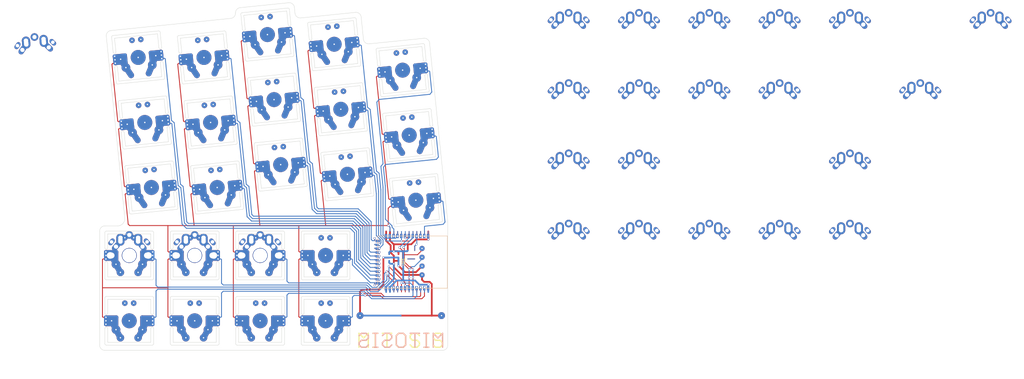
<source format=kicad_pcb>
(kicad_pcb (version 20171130) (host pcbnew 5.1.9-73d0e3b20d~88~ubuntu16.04.1)
  (layers (0 F.Cu signal) (31 B.Cu signal) (34 B.Paste user) (35 F.Paste user) (36 B.SilkS user) (37 F.SilkS user) (38 B.Mask user) (39 F.Mask user) (44 Edge.Cuts user))
  (net 0 "")
  (net 1 "Net-(U1-Pad12)")
  (net 2 "Net-(U1-Pad31)")
  (net 3 "Net-(U1-Pad32)")
  (net 4 "Net-(U1-Pad13)")
  (net 5 "Net-(U1-Pad10)")
  (net 6 "Net-(U1-Pad9)")
  (net 7 "Net-(U1-Pad8)")
  (net 8 "Net-(U1-Pad7)")
  (net 9 "Net-(U1-Pad6)")
  (net 10 "Net-(U1-Pad5)")
  (net 11 "Net-(U1-Pad4)")
  (net 12 "Net-(U1-Pad3)")
  (net 13 "Net-(U1-Pad2)")
  (net 14 "Net-(U1-Pad36)")
  (net 15 "Net-(U1-Pad35)")
  (net 16 "Net-(U1-Pad34)")
  (net 17 "Net-(U1-Pad33)")
  (net 18 "Net-(U1-Pad30)")
  (net 19 "Net-(U1-Pad29)")
  (net 20 "Net-(U1-Pad28)")
  (net 21 "Net-(U1-Pad27)")
  (net 22 "Net-(U1-Pad26)")
  (net 23 "Net-(U1-Pad25)")
  (net 24 "Net-(U1-Pad24)")
  (net 25 "Net-(U1-Pad23)")
  (net 26 "Net-(U1-Pad22)")
  (net 27 "Net-(U1-Pad21)")
  (net 28 "Net-(U1-Pad20)")
  (net 29 "Net-(U1-Pad19)")
  (net 30 "Net-(U1-Pad18)")
  (net 31 "Net-(U1-Pad17)")
  (net 32 "Net-(U1-Pad16)")
  (net 33 "Net-(U1-Pad15)")
  (net 34 "Net-(U1-Pad14)")
  (net 35 "Net-(U1-Pad1)")
  (net 36 "Net-(U1-Pad11)")
  (net 37 "Net-(U2-Pad12)")
  (net 38 "Net-(U2-Pad31)")
  (net 39 "Net-(U2-Pad32)")
  (net 40 "Net-(U2-Pad13)")
  (net 41 "Net-(U2-Pad10)")
  (net 42 "Net-(U2-Pad9)")
  (net 43 "Net-(U2-Pad8)")
  (net 44 "Net-(U2-Pad7)")
  (net 45 "Net-(U2-Pad6)")
  (net 46 "Net-(U2-Pad5)")
  (net 47 "Net-(U2-Pad4)")
  (net 48 "Net-(U2-Pad3)")
  (net 49 "Net-(U2-Pad2)")
  (net 50 "Net-(U2-Pad36)")
  (net 51 "Net-(U2-Pad35)")
  (net 52 "Net-(U2-Pad34)")
  (net 53 "Net-(U2-Pad33)")
  (net 54 "Net-(U2-Pad30)")
  (net 55 "Net-(U2-Pad29)")
  (net 56 "Net-(U2-Pad28)")
  (net 57 "Net-(U2-Pad27)")
  (net 58 "Net-(U2-Pad26)")
  (net 59 "Net-(U2-Pad25)")
  (net 60 "Net-(U2-Pad24)")
  (net 61 "Net-(U2-Pad23)")
  (net 62 "Net-(U2-Pad22)")
  (net 63 "Net-(U2-Pad21)")
  (net 64 "Net-(U2-Pad20)")
  (net 65 "Net-(U2-Pad19)")
  (net 66 "Net-(U2-Pad18)")
  (net 67 "Net-(U2-Pad17)")
  (net 68 "Net-(U2-Pad16)")
  (net 69 "Net-(U2-Pad15)")
  (net 70 "Net-(U2-Pad14)")
  (net 71 "Net-(U2-Pad1)")
  (net 72 "Net-(U2-Pad11)")
  (net 73 GND)
  (net 74 1)
  (net 75 2)
  (net 76 3)
  (net 77 4)
  (net 78 5)
  (net 79 6)
  (net 80 7)
  (net 81 8)
  (net 82 9)
  (net 83 10)
  (net 84 11)
  (net 85 12)
  (net 86 13)
  (net 87 14)
  (net 88 15)
  (net 89 16)
  (net 90 17)
  (net 91 18)
  (net 92 19)
  (net 93 20)
  (net 94 21)
  (net 95 22)
  (net 96 23)
  (module MX-Flip:SW-1u-Aps-Split (layer F.Cu) (at 286.78 104.02)
    (fp_text reference SW23)
    (fp_text value " ")
    (pad 2 thru_hole oval (at 5.1 -3.9 310) (size 2.2 1.25) (drill 1) (layers *.Cu *.Mask) (net 73 GND))
    (pad 2 thru_hole oval (at -3.81 -2.54 50) (size 2.8 1.55) (drill 1.2) (layers *.Cu *.Mask) (net 73 GND))
    (pad "" np_thru_hole circle (at -5.08 0) (size 1.7 1.7) (drill 1.7) (layers *.Cu *.Mask))
    (pad "" np_thru_hole circle (at 5.22 4.2) (size 1 1) (drill 1) (layers *.Cu *.Mask))
    (pad "" np_thru_hole circle (at 5.08 0) (size 1.7 1.7) (drill 1.7) (layers *.Cu *.Mask))
    (pad 2 thru_hole circle (at -2.54 -4.5) (size 2.4 2.4) (drill 1.3) (layers *.Cu *.Mask) (net 73 GND))
    (pad 1 thru_hole oval (at 3.81 -2.54 310) (size 2.8 1.55) (drill 1.2) (layers *.Cu *.Mask) (net 96 23))
    (pad 2 thru_hole circle (at -2.54 -5.08) (size 2.4 2.4) (drill 1.3) (layers *.Cu *.Mask) (net 73 GND))
    (pad "" np_thru_hole circle (at -5.22 4.2) (size 1 1) (drill 1) (layers *.Cu *.Mask))
    (pad 2 thru_hole circle (at -2.54 -4) (size 2.4 2.4) (drill 1.3) (layers *.Cu *.Mask) (net 73 GND))
    (pad 2 thru_hole oval (at -5.1 -3.9 50) (size 2.2 1.25) (drill 1) (layers *.Cu *.Mask) (net 73 GND))
    (pad "" np_thru_hole circle (at 5.5 0 90) (size 1.9 1.9) (drill 1.9) (layers *.Cu *.Mask))
    (pad "" np_thru_hole circle (at -5.5 0 90) (size 1.9 1.9) (drill 1.9) (layers *.Cu *.Mask))
    (pad "" np_thru_hole circle (at 0 0 90) (size 4 4) (drill 4) (layers *.Cu *.Mask))
    (pad 1 thru_hole circle (at 2.54 -5.08) (size 2.4 2.4) (drill 1.3) (layers *.Cu *.Mask) (net 96 23))
    (pad 1 thru_hole circle (at 0 -5.9 90) (size 2.2 2.2) (drill 1.2) (layers *.Cu *.Mask) (net 96 23))
    (pad 1 thru_hole circle (at 2.54 -4.5) (size 2.4 2.4) (drill 1.3) (layers *.Cu *.Mask) (net 96 23))
    (pad 1 thru_hole circle (at 2.54 -4) (size 2.4 2.4) (drill 1.3) (layers *.Cu *.Mask) (net 96 23))
  )
  (module MX-Flip:SW-1u-Aps-Split (layer F.Cu) (at 327.18 43.42)
    (fp_text reference SW22)
    (fp_text value " ")
    (pad 2 thru_hole oval (at 5.1 -3.9 310) (size 2.2 1.25) (drill 1) (layers *.Cu *.Mask) (net 73 GND))
    (pad 2 thru_hole oval (at -3.81 -2.54 50) (size 2.8 1.55) (drill 1.2) (layers *.Cu *.Mask) (net 73 GND))
    (pad "" np_thru_hole circle (at -5.08 0) (size 1.7 1.7) (drill 1.7) (layers *.Cu *.Mask))
    (pad "" np_thru_hole circle (at 5.22 4.2) (size 1 1) (drill 1) (layers *.Cu *.Mask))
    (pad "" np_thru_hole circle (at 5.08 0) (size 1.7 1.7) (drill 1.7) (layers *.Cu *.Mask))
    (pad 2 thru_hole circle (at -2.54 -4.5) (size 2.4 2.4) (drill 1.3) (layers *.Cu *.Mask) (net 73 GND))
    (pad 1 thru_hole oval (at 3.81 -2.54 310) (size 2.8 1.55) (drill 1.2) (layers *.Cu *.Mask) (net 95 22))
    (pad 2 thru_hole circle (at -2.54 -5.08) (size 2.4 2.4) (drill 1.3) (layers *.Cu *.Mask) (net 73 GND))
    (pad "" np_thru_hole circle (at -5.22 4.2) (size 1 1) (drill 1) (layers *.Cu *.Mask))
    (pad 2 thru_hole circle (at -2.54 -4) (size 2.4 2.4) (drill 1.3) (layers *.Cu *.Mask) (net 73 GND))
    (pad 2 thru_hole oval (at -5.1 -3.9 50) (size 2.2 1.25) (drill 1) (layers *.Cu *.Mask) (net 73 GND))
    (pad "" np_thru_hole circle (at 5.5 0 90) (size 1.9 1.9) (drill 1.9) (layers *.Cu *.Mask))
    (pad "" np_thru_hole circle (at -5.5 0 90) (size 1.9 1.9) (drill 1.9) (layers *.Cu *.Mask))
    (pad "" np_thru_hole circle (at 0 0 90) (size 4 4) (drill 4) (layers *.Cu *.Mask))
    (pad 1 thru_hole circle (at 2.54 -5.08) (size 2.4 2.4) (drill 1.3) (layers *.Cu *.Mask) (net 95 22))
    (pad 1 thru_hole circle (at 0 -5.9 90) (size 2.2 2.2) (drill 1.2) (layers *.Cu *.Mask) (net 95 22))
    (pad 1 thru_hole circle (at 2.54 -4.5) (size 2.4 2.4) (drill 1.3) (layers *.Cu *.Mask) (net 95 22))
    (pad 1 thru_hole circle (at 2.54 -4) (size 2.4 2.4) (drill 1.3) (layers *.Cu *.Mask) (net 95 22))
  )
  (module MX-Flip:SW-1u-Aps-Split (layer F.Cu) (at 306.98 63.62)
    (fp_text reference SW21)
    (fp_text value " ")
    (pad 2 thru_hole oval (at 5.1 -3.9 310) (size 2.2 1.25) (drill 1) (layers *.Cu *.Mask) (net 73 GND))
    (pad 2 thru_hole oval (at -3.81 -2.54 50) (size 2.8 1.55) (drill 1.2) (layers *.Cu *.Mask) (net 73 GND))
    (pad "" np_thru_hole circle (at -5.08 0) (size 1.7 1.7) (drill 1.7) (layers *.Cu *.Mask))
    (pad "" np_thru_hole circle (at 5.22 4.2) (size 1 1) (drill 1) (layers *.Cu *.Mask))
    (pad "" np_thru_hole circle (at 5.08 0) (size 1.7 1.7) (drill 1.7) (layers *.Cu *.Mask))
    (pad 2 thru_hole circle (at -2.54 -4.5) (size 2.4 2.4) (drill 1.3) (layers *.Cu *.Mask) (net 73 GND))
    (pad 1 thru_hole oval (at 3.81 -2.54 310) (size 2.8 1.55) (drill 1.2) (layers *.Cu *.Mask) (net 94 21))
    (pad 2 thru_hole circle (at -2.54 -5.08) (size 2.4 2.4) (drill 1.3) (layers *.Cu *.Mask) (net 73 GND))
    (pad "" np_thru_hole circle (at -5.22 4.2) (size 1 1) (drill 1) (layers *.Cu *.Mask))
    (pad 2 thru_hole circle (at -2.54 -4) (size 2.4 2.4) (drill 1.3) (layers *.Cu *.Mask) (net 73 GND))
    (pad 2 thru_hole oval (at -5.1 -3.9 50) (size 2.2 1.25) (drill 1) (layers *.Cu *.Mask) (net 73 GND))
    (pad "" np_thru_hole circle (at 5.5 0 90) (size 1.9 1.9) (drill 1.9) (layers *.Cu *.Mask))
    (pad "" np_thru_hole circle (at -5.5 0 90) (size 1.9 1.9) (drill 1.9) (layers *.Cu *.Mask))
    (pad "" np_thru_hole circle (at 0 0 90) (size 4 4) (drill 4) (layers *.Cu *.Mask))
    (pad 1 thru_hole circle (at 2.54 -5.08) (size 2.4 2.4) (drill 1.3) (layers *.Cu *.Mask) (net 94 21))
    (pad 1 thru_hole circle (at 0 -5.9 90) (size 2.2 2.2) (drill 1.2) (layers *.Cu *.Mask) (net 94 21))
    (pad 1 thru_hole circle (at 2.54 -4.5) (size 2.4 2.4) (drill 1.3) (layers *.Cu *.Mask) (net 94 21))
    (pad 1 thru_hole circle (at 2.54 -4) (size 2.4 2.4) (drill 1.3) (layers *.Cu *.Mask) (net 94 21))
  )
  (module MX-Flip:SW-1u-Aps-Split (layer F.Cu) (at 286.78 83.82)
    (fp_text reference SW20)
    (fp_text value " ")
    (pad 2 thru_hole oval (at 5.1 -3.9 310) (size 2.2 1.25) (drill 1) (layers *.Cu *.Mask) (net 73 GND))
    (pad 2 thru_hole oval (at -3.81 -2.54 50) (size 2.8 1.55) (drill 1.2) (layers *.Cu *.Mask) (net 73 GND))
    (pad "" np_thru_hole circle (at -5.08 0) (size 1.7 1.7) (drill 1.7) (layers *.Cu *.Mask))
    (pad "" np_thru_hole circle (at 5.22 4.2) (size 1 1) (drill 1) (layers *.Cu *.Mask))
    (pad "" np_thru_hole circle (at 5.08 0) (size 1.7 1.7) (drill 1.7) (layers *.Cu *.Mask))
    (pad 2 thru_hole circle (at -2.54 -4.5) (size 2.4 2.4) (drill 1.3) (layers *.Cu *.Mask) (net 73 GND))
    (pad 1 thru_hole oval (at 3.81 -2.54 310) (size 2.8 1.55) (drill 1.2) (layers *.Cu *.Mask) (net 93 20))
    (pad 2 thru_hole circle (at -2.54 -5.08) (size 2.4 2.4) (drill 1.3) (layers *.Cu *.Mask) (net 73 GND))
    (pad "" np_thru_hole circle (at -5.22 4.2) (size 1 1) (drill 1) (layers *.Cu *.Mask))
    (pad 2 thru_hole circle (at -2.54 -4) (size 2.4 2.4) (drill 1.3) (layers *.Cu *.Mask) (net 73 GND))
    (pad 2 thru_hole oval (at -5.1 -3.9 50) (size 2.2 1.25) (drill 1) (layers *.Cu *.Mask) (net 73 GND))
    (pad "" np_thru_hole circle (at 5.5 0 90) (size 1.9 1.9) (drill 1.9) (layers *.Cu *.Mask))
    (pad "" np_thru_hole circle (at -5.5 0 90) (size 1.9 1.9) (drill 1.9) (layers *.Cu *.Mask))
    (pad "" np_thru_hole circle (at 0 0 90) (size 4 4) (drill 4) (layers *.Cu *.Mask))
    (pad 1 thru_hole circle (at 2.54 -5.08) (size 2.4 2.4) (drill 1.3) (layers *.Cu *.Mask) (net 93 20))
    (pad 1 thru_hole circle (at 0 -5.9 90) (size 2.2 2.2) (drill 1.2) (layers *.Cu *.Mask) (net 93 20))
    (pad 1 thru_hole circle (at 2.54 -4.5) (size 2.4 2.4) (drill 1.3) (layers *.Cu *.Mask) (net 93 20))
    (pad 1 thru_hole circle (at 2.54 -4) (size 2.4 2.4) (drill 1.3) (layers *.Cu *.Mask) (net 93 20))
  )
  (module MX-Flip:SW-1u-Aps-Split (layer F.Cu) (at 266.58 104.02)
    (fp_text reference SW19)
    (fp_text value " ")
    (pad 2 thru_hole oval (at 5.1 -3.9 310) (size 2.2 1.25) (drill 1) (layers *.Cu *.Mask) (net 73 GND))
    (pad 2 thru_hole oval (at -3.81 -2.54 50) (size 2.8 1.55) (drill 1.2) (layers *.Cu *.Mask) (net 73 GND))
    (pad "" np_thru_hole circle (at -5.08 0) (size 1.7 1.7) (drill 1.7) (layers *.Cu *.Mask))
    (pad "" np_thru_hole circle (at 5.22 4.2) (size 1 1) (drill 1) (layers *.Cu *.Mask))
    (pad "" np_thru_hole circle (at 5.08 0) (size 1.7 1.7) (drill 1.7) (layers *.Cu *.Mask))
    (pad 2 thru_hole circle (at -2.54 -4.5) (size 2.4 2.4) (drill 1.3) (layers *.Cu *.Mask) (net 73 GND))
    (pad 1 thru_hole oval (at 3.81 -2.54 310) (size 2.8 1.55) (drill 1.2) (layers *.Cu *.Mask) (net 92 19))
    (pad 2 thru_hole circle (at -2.54 -5.08) (size 2.4 2.4) (drill 1.3) (layers *.Cu *.Mask) (net 73 GND))
    (pad "" np_thru_hole circle (at -5.22 4.2) (size 1 1) (drill 1) (layers *.Cu *.Mask))
    (pad 2 thru_hole circle (at -2.54 -4) (size 2.4 2.4) (drill 1.3) (layers *.Cu *.Mask) (net 73 GND))
    (pad 2 thru_hole oval (at -5.1 -3.9 50) (size 2.2 1.25) (drill 1) (layers *.Cu *.Mask) (net 73 GND))
    (pad "" np_thru_hole circle (at 5.5 0 90) (size 1.9 1.9) (drill 1.9) (layers *.Cu *.Mask))
    (pad "" np_thru_hole circle (at -5.5 0 90) (size 1.9 1.9) (drill 1.9) (layers *.Cu *.Mask))
    (pad "" np_thru_hole circle (at 0 0 90) (size 4 4) (drill 4) (layers *.Cu *.Mask))
    (pad 1 thru_hole circle (at 2.54 -5.08) (size 2.4 2.4) (drill 1.3) (layers *.Cu *.Mask) (net 92 19))
    (pad 1 thru_hole circle (at 0 -5.9 90) (size 2.2 2.2) (drill 1.2) (layers *.Cu *.Mask) (net 92 19))
    (pad 1 thru_hole circle (at 2.54 -4.5) (size 2.4 2.4) (drill 1.3) (layers *.Cu *.Mask) (net 92 19))
    (pad 1 thru_hole circle (at 2.54 -4) (size 2.4 2.4) (drill 1.3) (layers *.Cu *.Mask) (net 92 19))
  )
  (module MX-Flip:SW-1u-Aps-Split (layer F.Cu) (at 117.348 107.29722)
    (fp_text reference SW18)
    (fp_text value " ")
    (pad 2 thru_hole oval (at 5.1 -3.9 310) (size 2.2 1.25) (drill 1) (layers *.Cu *.Mask) (net 73 GND))
    (pad 2 thru_hole oval (at -3.81 -2.54 50) (size 2.8 1.55) (drill 1.2) (layers *.Cu *.Mask) (net 73 GND))
    (pad "" np_thru_hole circle (at -5.08 0) (size 1.7 1.7) (drill 1.7) (layers *.Cu *.Mask))
    (pad "" np_thru_hole circle (at 5.22 4.2) (size 1 1) (drill 1) (layers *.Cu *.Mask))
    (pad "" np_thru_hole circle (at 5.08 0) (size 1.7 1.7) (drill 1.7) (layers *.Cu *.Mask))
    (pad 2 thru_hole circle (at -2.54 -4.5) (size 2.4 2.4) (drill 1.3) (layers *.Cu *.Mask) (net 73 GND))
    (pad 1 thru_hole oval (at 3.81 -2.54 310) (size 2.8 1.55) (drill 1.2) (layers *.Cu *.Mask) (net 91 18))
    (pad 2 thru_hole circle (at -2.54 -5.08) (size 2.4 2.4) (drill 1.3) (layers *.Cu *.Mask) (net 73 GND))
    (pad "" np_thru_hole circle (at -5.22 4.2) (size 1 1) (drill 1) (layers *.Cu *.Mask))
    (pad 2 thru_hole circle (at -2.54 -4) (size 2.4 2.4) (drill 1.3) (layers *.Cu *.Mask) (net 73 GND))
    (pad 2 thru_hole oval (at -5.1 -3.9 50) (size 2.2 1.25) (drill 1) (layers *.Cu *.Mask) (net 73 GND))
    (pad "" np_thru_hole circle (at 5.5 0 90) (size 1.9 1.9) (drill 1.9) (layers *.Cu *.Mask))
    (pad "" np_thru_hole circle (at -5.5 0 90) (size 1.9 1.9) (drill 1.9) (layers *.Cu *.Mask))
    (pad "" np_thru_hole circle (at 0 0 90) (size 4 4) (drill 4) (layers *.Cu *.Mask))
    (pad 1 thru_hole circle (at 2.54 -5.08) (size 2.4 2.4) (drill 1.3) (layers *.Cu *.Mask) (net 91 18))
    (pad 1 thru_hole circle (at 0 -5.9 90) (size 2.2 2.2) (drill 1.2) (layers *.Cu *.Mask) (net 91 18))
    (pad 1 thru_hole circle (at 2.54 -4.5) (size 2.4 2.4) (drill 1.3) (layers *.Cu *.Mask) (net 91 18))
    (pad 1 thru_hole circle (at 2.54 -4) (size 2.4 2.4) (drill 1.3) (layers *.Cu *.Mask) (net 91 18))
  )
  (module MX-Flip:SW-1u-Aps-Split (layer F.Cu) (at 98.54692 107.29722)
    (fp_text reference SW17)
    (fp_text value " ")
    (pad 2 thru_hole oval (at 5.1 -3.9 310) (size 2.2 1.25) (drill 1) (layers *.Cu *.Mask) (net 73 GND))
    (pad 2 thru_hole oval (at -3.81 -2.54 50) (size 2.8 1.55) (drill 1.2) (layers *.Cu *.Mask) (net 73 GND))
    (pad "" np_thru_hole circle (at -5.08 0) (size 1.7 1.7) (drill 1.7) (layers *.Cu *.Mask))
    (pad "" np_thru_hole circle (at 5.22 4.2) (size 1 1) (drill 1) (layers *.Cu *.Mask))
    (pad "" np_thru_hole circle (at 5.08 0) (size 1.7 1.7) (drill 1.7) (layers *.Cu *.Mask))
    (pad 2 thru_hole circle (at -2.54 -4.5) (size 2.4 2.4) (drill 1.3) (layers *.Cu *.Mask) (net 73 GND))
    (pad 1 thru_hole oval (at 3.81 -2.54 310) (size 2.8 1.55) (drill 1.2) (layers *.Cu *.Mask) (net 90 17))
    (pad 2 thru_hole circle (at -2.54 -5.08) (size 2.4 2.4) (drill 1.3) (layers *.Cu *.Mask) (net 73 GND))
    (pad "" np_thru_hole circle (at -5.22 4.2) (size 1 1) (drill 1) (layers *.Cu *.Mask))
    (pad 2 thru_hole circle (at -2.54 -4) (size 2.4 2.4) (drill 1.3) (layers *.Cu *.Mask) (net 73 GND))
    (pad 2 thru_hole oval (at -5.1 -3.9 50) (size 2.2 1.25) (drill 1) (layers *.Cu *.Mask) (net 73 GND))
    (pad "" np_thru_hole circle (at 5.5 0 90) (size 1.9 1.9) (drill 1.9) (layers *.Cu *.Mask))
    (pad "" np_thru_hole circle (at -5.5 0 90) (size 1.9 1.9) (drill 1.9) (layers *.Cu *.Mask))
    (pad "" np_thru_hole circle (at 0 0 90) (size 4 4) (drill 4) (layers *.Cu *.Mask))
    (pad 1 thru_hole circle (at 2.54 -5.08) (size 2.4 2.4) (drill 1.3) (layers *.Cu *.Mask) (net 90 17))
    (pad 1 thru_hole circle (at 0 -5.9 90) (size 2.2 2.2) (drill 1.2) (layers *.Cu *.Mask) (net 90 17))
    (pad 1 thru_hole circle (at 2.54 -4.5) (size 2.4 2.4) (drill 1.3) (layers *.Cu *.Mask) (net 90 17))
    (pad 1 thru_hole circle (at 2.54 -4) (size 2.4 2.4) (drill 1.3) (layers *.Cu *.Mask) (net 90 17))
  )
  (module MX-Flip:SW-1u-Aps-Split (layer F.Cu) (at 79.74838 107.29722)
    (fp_text reference SW16)
    (fp_text value " ")
    (pad 2 thru_hole oval (at 5.1 -3.9 310) (size 2.2 1.25) (drill 1) (layers *.Cu *.Mask) (net 73 GND))
    (pad 2 thru_hole oval (at -3.81 -2.54 50) (size 2.8 1.55) (drill 1.2) (layers *.Cu *.Mask) (net 73 GND))
    (pad "" np_thru_hole circle (at -5.08 0) (size 1.7 1.7) (drill 1.7) (layers *.Cu *.Mask))
    (pad "" np_thru_hole circle (at 5.22 4.2) (size 1 1) (drill 1) (layers *.Cu *.Mask))
    (pad "" np_thru_hole circle (at 5.08 0) (size 1.7 1.7) (drill 1.7) (layers *.Cu *.Mask))
    (pad 2 thru_hole circle (at -2.54 -4.5) (size 2.4 2.4) (drill 1.3) (layers *.Cu *.Mask) (net 73 GND))
    (pad 1 thru_hole oval (at 3.81 -2.54 310) (size 2.8 1.55) (drill 1.2) (layers *.Cu *.Mask) (net 89 16))
    (pad 2 thru_hole circle (at -2.54 -5.08) (size 2.4 2.4) (drill 1.3) (layers *.Cu *.Mask) (net 73 GND))
    (pad "" np_thru_hole circle (at -5.22 4.2) (size 1 1) (drill 1) (layers *.Cu *.Mask))
    (pad 2 thru_hole circle (at -2.54 -4) (size 2.4 2.4) (drill 1.3) (layers *.Cu *.Mask) (net 73 GND))
    (pad 2 thru_hole oval (at -5.1 -3.9 50) (size 2.2 1.25) (drill 1) (layers *.Cu *.Mask) (net 73 GND))
    (pad "" np_thru_hole circle (at 5.5 0 90) (size 1.9 1.9) (drill 1.9) (layers *.Cu *.Mask))
    (pad "" np_thru_hole circle (at -5.5 0 90) (size 1.9 1.9) (drill 1.9) (layers *.Cu *.Mask))
    (pad "" np_thru_hole circle (at 0 0 90) (size 4 4) (drill 4) (layers *.Cu *.Mask))
    (pad 1 thru_hole circle (at 2.54 -5.08) (size 2.4 2.4) (drill 1.3) (layers *.Cu *.Mask) (net 89 16))
    (pad 1 thru_hole circle (at 0 -5.9 90) (size 2.2 2.2) (drill 1.2) (layers *.Cu *.Mask) (net 89 16))
    (pad 1 thru_hole circle (at 2.54 -4.5) (size 2.4 2.4) (drill 1.3) (layers *.Cu *.Mask) (net 89 16))
    (pad 1 thru_hole circle (at 2.54 -4) (size 2.4 2.4) (drill 1.3) (layers *.Cu *.Mask) (net 89 16))
  )
  (module MX-Flip:SW-1u-Aps-Split (layer F.Cu) (at 246.38 104.02)
    (fp_text reference SW15)
    (fp_text value " ")
    (pad 2 thru_hole oval (at 5.1 -3.9 310) (size 2.2 1.25) (drill 1) (layers *.Cu *.Mask) (net 73 GND))
    (pad 2 thru_hole oval (at -3.81 -2.54 50) (size 2.8 1.55) (drill 1.2) (layers *.Cu *.Mask) (net 73 GND))
    (pad "" np_thru_hole circle (at -5.08 0) (size 1.7 1.7) (drill 1.7) (layers *.Cu *.Mask))
    (pad "" np_thru_hole circle (at 5.22 4.2) (size 1 1) (drill 1) (layers *.Cu *.Mask))
    (pad "" np_thru_hole circle (at 5.08 0) (size 1.7 1.7) (drill 1.7) (layers *.Cu *.Mask))
    (pad 2 thru_hole circle (at -2.54 -4.5) (size 2.4 2.4) (drill 1.3) (layers *.Cu *.Mask) (net 73 GND))
    (pad 1 thru_hole oval (at 3.81 -2.54 310) (size 2.8 1.55) (drill 1.2) (layers *.Cu *.Mask) (net 88 15))
    (pad 2 thru_hole circle (at -2.54 -5.08) (size 2.4 2.4) (drill 1.3) (layers *.Cu *.Mask) (net 73 GND))
    (pad "" np_thru_hole circle (at -5.22 4.2) (size 1 1) (drill 1) (layers *.Cu *.Mask))
    (pad 2 thru_hole circle (at -2.54 -4) (size 2.4 2.4) (drill 1.3) (layers *.Cu *.Mask) (net 73 GND))
    (pad 2 thru_hole oval (at -5.1 -3.9 50) (size 2.2 1.25) (drill 1) (layers *.Cu *.Mask) (net 73 GND))
    (pad "" np_thru_hole circle (at 5.5 0 90) (size 1.9 1.9) (drill 1.9) (layers *.Cu *.Mask))
    (pad "" np_thru_hole circle (at -5.5 0 90) (size 1.9 1.9) (drill 1.9) (layers *.Cu *.Mask))
    (pad "" np_thru_hole circle (at 0 0 90) (size 4 4) (drill 4) (layers *.Cu *.Mask))
    (pad 1 thru_hole circle (at 2.54 -5.08) (size 2.4 2.4) (drill 1.3) (layers *.Cu *.Mask) (net 88 15))
    (pad 1 thru_hole circle (at 0 -5.9 90) (size 2.2 2.2) (drill 1.2) (layers *.Cu *.Mask) (net 88 15))
    (pad 1 thru_hole circle (at 2.54 -4.5) (size 2.4 2.4) (drill 1.3) (layers *.Cu *.Mask) (net 88 15))
    (pad 1 thru_hole circle (at 2.54 -4) (size 2.4 2.4) (drill 1.3) (layers *.Cu *.Mask) (net 88 15))
  )
  (module MX-Flip:SW-1u-Aps-Split (layer F.Cu) (at 286.78 43.42)
    (fp_text reference SW14)
    (fp_text value " ")
    (pad 2 thru_hole oval (at 5.1 -3.9 310) (size 2.2 1.25) (drill 1) (layers *.Cu *.Mask) (net 73 GND))
    (pad 2 thru_hole oval (at -3.81 -2.54 50) (size 2.8 1.55) (drill 1.2) (layers *.Cu *.Mask) (net 73 GND))
    (pad "" np_thru_hole circle (at -5.08 0) (size 1.7 1.7) (drill 1.7) (layers *.Cu *.Mask))
    (pad "" np_thru_hole circle (at 5.22 4.2) (size 1 1) (drill 1) (layers *.Cu *.Mask))
    (pad "" np_thru_hole circle (at 5.08 0) (size 1.7 1.7) (drill 1.7) (layers *.Cu *.Mask))
    (pad 2 thru_hole circle (at -2.54 -4.5) (size 2.4 2.4) (drill 1.3) (layers *.Cu *.Mask) (net 73 GND))
    (pad 1 thru_hole oval (at 3.81 -2.54 310) (size 2.8 1.55) (drill 1.2) (layers *.Cu *.Mask) (net 87 14))
    (pad 2 thru_hole circle (at -2.54 -5.08) (size 2.4 2.4) (drill 1.3) (layers *.Cu *.Mask) (net 73 GND))
    (pad "" np_thru_hole circle (at -5.22 4.2) (size 1 1) (drill 1) (layers *.Cu *.Mask))
    (pad 2 thru_hole circle (at -2.54 -4) (size 2.4 2.4) (drill 1.3) (layers *.Cu *.Mask) (net 73 GND))
    (pad 2 thru_hole oval (at -5.1 -3.9 50) (size 2.2 1.25) (drill 1) (layers *.Cu *.Mask) (net 73 GND))
    (pad "" np_thru_hole circle (at 5.5 0 90) (size 1.9 1.9) (drill 1.9) (layers *.Cu *.Mask))
    (pad "" np_thru_hole circle (at -5.5 0 90) (size 1.9 1.9) (drill 1.9) (layers *.Cu *.Mask))
    (pad "" np_thru_hole circle (at 0 0 90) (size 4 4) (drill 4) (layers *.Cu *.Mask))
    (pad 1 thru_hole circle (at 2.54 -5.08) (size 2.4 2.4) (drill 1.3) (layers *.Cu *.Mask) (net 87 14))
    (pad 1 thru_hole circle (at 0 -5.9 90) (size 2.2 2.2) (drill 1.2) (layers *.Cu *.Mask) (net 87 14))
    (pad 1 thru_hole circle (at 2.54 -4.5) (size 2.4 2.4) (drill 1.3) (layers *.Cu *.Mask) (net 87 14))
    (pad 1 thru_hole circle (at 2.54 -4) (size 2.4 2.4) (drill 1.3) (layers *.Cu *.Mask) (net 87 14))
  )
  (module MX-Flip:SW-1u-Aps-Split (layer F.Cu) (at 205.98 43.42)
    (fp_text reference SW13)
    (fp_text value " ")
    (pad 2 thru_hole oval (at 5.1 -3.9 310) (size 2.2 1.25) (drill 1) (layers *.Cu *.Mask) (net 73 GND))
    (pad 2 thru_hole oval (at -3.81 -2.54 50) (size 2.8 1.55) (drill 1.2) (layers *.Cu *.Mask) (net 73 GND))
    (pad "" np_thru_hole circle (at -5.08 0) (size 1.7 1.7) (drill 1.7) (layers *.Cu *.Mask))
    (pad "" np_thru_hole circle (at 5.22 4.2) (size 1 1) (drill 1) (layers *.Cu *.Mask))
    (pad "" np_thru_hole circle (at 5.08 0) (size 1.7 1.7) (drill 1.7) (layers *.Cu *.Mask))
    (pad 2 thru_hole circle (at -2.54 -4.5) (size 2.4 2.4) (drill 1.3) (layers *.Cu *.Mask) (net 73 GND))
    (pad 1 thru_hole oval (at 3.81 -2.54 310) (size 2.8 1.55) (drill 1.2) (layers *.Cu *.Mask) (net 86 13))
    (pad 2 thru_hole circle (at -2.54 -5.08) (size 2.4 2.4) (drill 1.3) (layers *.Cu *.Mask) (net 73 GND))
    (pad "" np_thru_hole circle (at -5.22 4.2) (size 1 1) (drill 1) (layers *.Cu *.Mask))
    (pad 2 thru_hole circle (at -2.54 -4) (size 2.4 2.4) (drill 1.3) (layers *.Cu *.Mask) (net 73 GND))
    (pad 2 thru_hole oval (at -5.1 -3.9 50) (size 2.2 1.25) (drill 1) (layers *.Cu *.Mask) (net 73 GND))
    (pad "" np_thru_hole circle (at 5.5 0 90) (size 1.9 1.9) (drill 1.9) (layers *.Cu *.Mask))
    (pad "" np_thru_hole circle (at -5.5 0 90) (size 1.9 1.9) (drill 1.9) (layers *.Cu *.Mask))
    (pad "" np_thru_hole circle (at 0 0 90) (size 4 4) (drill 4) (layers *.Cu *.Mask))
    (pad 1 thru_hole circle (at 2.54 -5.08) (size 2.4 2.4) (drill 1.3) (layers *.Cu *.Mask) (net 86 13))
    (pad 1 thru_hole circle (at 0 -5.9 90) (size 2.2 2.2) (drill 1.2) (layers *.Cu *.Mask) (net 86 13))
    (pad 1 thru_hole circle (at 2.54 -4.5) (size 2.4 2.4) (drill 1.3) (layers *.Cu *.Mask) (net 86 13))
    (pad 1 thru_hole circle (at 2.54 -4) (size 2.4 2.4) (drill 1.3) (layers *.Cu *.Mask) (net 86 13))
  )
  (module MX-Flip:SW-1u-Aps-Split (layer F.Cu) (at 266.58 63.62)
    (fp_text reference SW12)
    (fp_text value " ")
    (pad 2 thru_hole oval (at 5.1 -3.9 310) (size 2.2 1.25) (drill 1) (layers *.Cu *.Mask) (net 73 GND))
    (pad 2 thru_hole oval (at -3.81 -2.54 50) (size 2.8 1.55) (drill 1.2) (layers *.Cu *.Mask) (net 73 GND))
    (pad "" np_thru_hole circle (at -5.08 0) (size 1.7 1.7) (drill 1.7) (layers *.Cu *.Mask))
    (pad "" np_thru_hole circle (at 5.22 4.2) (size 1 1) (drill 1) (layers *.Cu *.Mask))
    (pad "" np_thru_hole circle (at 5.08 0) (size 1.7 1.7) (drill 1.7) (layers *.Cu *.Mask))
    (pad 2 thru_hole circle (at -2.54 -4.5) (size 2.4 2.4) (drill 1.3) (layers *.Cu *.Mask) (net 73 GND))
    (pad 1 thru_hole oval (at 3.81 -2.54 310) (size 2.8 1.55) (drill 1.2) (layers *.Cu *.Mask) (net 85 12))
    (pad 2 thru_hole circle (at -2.54 -5.08) (size 2.4 2.4) (drill 1.3) (layers *.Cu *.Mask) (net 73 GND))
    (pad "" np_thru_hole circle (at -5.22 4.2) (size 1 1) (drill 1) (layers *.Cu *.Mask))
    (pad 2 thru_hole circle (at -2.54 -4) (size 2.4 2.4) (drill 1.3) (layers *.Cu *.Mask) (net 73 GND))
    (pad 2 thru_hole oval (at -5.1 -3.9 50) (size 2.2 1.25) (drill 1) (layers *.Cu *.Mask) (net 73 GND))
    (pad "" np_thru_hole circle (at 5.5 0 90) (size 1.9 1.9) (drill 1.9) (layers *.Cu *.Mask))
    (pad "" np_thru_hole circle (at -5.5 0 90) (size 1.9 1.9) (drill 1.9) (layers *.Cu *.Mask))
    (pad "" np_thru_hole circle (at 0 0 90) (size 4 4) (drill 4) (layers *.Cu *.Mask))
    (pad 1 thru_hole circle (at 2.54 -5.08) (size 2.4 2.4) (drill 1.3) (layers *.Cu *.Mask) (net 85 12))
    (pad 1 thru_hole circle (at 0 -5.9 90) (size 2.2 2.2) (drill 1.2) (layers *.Cu *.Mask) (net 85 12))
    (pad 1 thru_hole circle (at 2.54 -4.5) (size 2.4 2.4) (drill 1.3) (layers *.Cu *.Mask) (net 85 12))
    (pad 1 thru_hole circle (at 2.54 -4) (size 2.4 2.4) (drill 1.3) (layers *.Cu *.Mask) (net 85 12))
  )
  (module MX-Flip:SW-1u-Aps-Split (layer F.Cu) (at 226.18 104.02)
    (fp_text reference SW11)
    (fp_text value " ")
    (pad 2 thru_hole oval (at 5.1 -3.9 310) (size 2.2 1.25) (drill 1) (layers *.Cu *.Mask) (net 73 GND))
    (pad 2 thru_hole oval (at -3.81 -2.54 50) (size 2.8 1.55) (drill 1.2) (layers *.Cu *.Mask) (net 73 GND))
    (pad "" np_thru_hole circle (at -5.08 0) (size 1.7 1.7) (drill 1.7) (layers *.Cu *.Mask))
    (pad "" np_thru_hole circle (at 5.22 4.2) (size 1 1) (drill 1) (layers *.Cu *.Mask))
    (pad "" np_thru_hole circle (at 5.08 0) (size 1.7 1.7) (drill 1.7) (layers *.Cu *.Mask))
    (pad 2 thru_hole circle (at -2.54 -4.5) (size 2.4 2.4) (drill 1.3) (layers *.Cu *.Mask) (net 73 GND))
    (pad 1 thru_hole oval (at 3.81 -2.54 310) (size 2.8 1.55) (drill 1.2) (layers *.Cu *.Mask) (net 84 11))
    (pad 2 thru_hole circle (at -2.54 -5.08) (size 2.4 2.4) (drill 1.3) (layers *.Cu *.Mask) (net 73 GND))
    (pad "" np_thru_hole circle (at -5.22 4.2) (size 1 1) (drill 1) (layers *.Cu *.Mask))
    (pad 2 thru_hole circle (at -2.54 -4) (size 2.4 2.4) (drill 1.3) (layers *.Cu *.Mask) (net 73 GND))
    (pad 2 thru_hole oval (at -5.1 -3.9 50) (size 2.2 1.25) (drill 1) (layers *.Cu *.Mask) (net 73 GND))
    (pad "" np_thru_hole circle (at 5.5 0 90) (size 1.9 1.9) (drill 1.9) (layers *.Cu *.Mask))
    (pad "" np_thru_hole circle (at -5.5 0 90) (size 1.9 1.9) (drill 1.9) (layers *.Cu *.Mask))
    (pad "" np_thru_hole circle (at 0 0 90) (size 4 4) (drill 4) (layers *.Cu *.Mask))
    (pad 1 thru_hole circle (at 2.54 -5.08) (size 2.4 2.4) (drill 1.3) (layers *.Cu *.Mask) (net 84 11))
    (pad 1 thru_hole circle (at 0 -5.9 90) (size 2.2 2.2) (drill 1.2) (layers *.Cu *.Mask) (net 84 11))
    (pad 1 thru_hole circle (at 2.54 -4.5) (size 2.4 2.4) (drill 1.3) (layers *.Cu *.Mask) (net 84 11))
    (pad 1 thru_hole circle (at 2.54 -4) (size 2.4 2.4) (drill 1.3) (layers *.Cu *.Mask) (net 84 11))
  )
  (module MX-Flip:SW-1u-Aps-Split (layer F.Cu) (at 266.58 43.42)
    (fp_text reference SW10)
    (fp_text value " ")
    (pad 2 thru_hole oval (at 5.1 -3.9 310) (size 2.2 1.25) (drill 1) (layers *.Cu *.Mask) (net 73 GND))
    (pad 2 thru_hole oval (at -3.81 -2.54 50) (size 2.8 1.55) (drill 1.2) (layers *.Cu *.Mask) (net 73 GND))
    (pad "" np_thru_hole circle (at -5.08 0) (size 1.7 1.7) (drill 1.7) (layers *.Cu *.Mask))
    (pad "" np_thru_hole circle (at 5.22 4.2) (size 1 1) (drill 1) (layers *.Cu *.Mask))
    (pad "" np_thru_hole circle (at 5.08 0) (size 1.7 1.7) (drill 1.7) (layers *.Cu *.Mask))
    (pad 2 thru_hole circle (at -2.54 -4.5) (size 2.4 2.4) (drill 1.3) (layers *.Cu *.Mask) (net 73 GND))
    (pad 1 thru_hole oval (at 3.81 -2.54 310) (size 2.8 1.55) (drill 1.2) (layers *.Cu *.Mask) (net 83 10))
    (pad 2 thru_hole circle (at -2.54 -5.08) (size 2.4 2.4) (drill 1.3) (layers *.Cu *.Mask) (net 73 GND))
    (pad "" np_thru_hole circle (at -5.22 4.2) (size 1 1) (drill 1) (layers *.Cu *.Mask))
    (pad 2 thru_hole circle (at -2.54 -4) (size 2.4 2.4) (drill 1.3) (layers *.Cu *.Mask) (net 73 GND))
    (pad 2 thru_hole oval (at -5.1 -3.9 50) (size 2.2 1.25) (drill 1) (layers *.Cu *.Mask) (net 73 GND))
    (pad "" np_thru_hole circle (at 5.5 0 90) (size 1.9 1.9) (drill 1.9) (layers *.Cu *.Mask))
    (pad "" np_thru_hole circle (at -5.5 0 90) (size 1.9 1.9) (drill 1.9) (layers *.Cu *.Mask))
    (pad "" np_thru_hole circle (at 0 0 90) (size 4 4) (drill 4) (layers *.Cu *.Mask))
    (pad 1 thru_hole circle (at 2.54 -5.08) (size 2.4 2.4) (drill 1.3) (layers *.Cu *.Mask) (net 83 10))
    (pad 1 thru_hole circle (at 0 -5.9 90) (size 2.2 2.2) (drill 1.2) (layers *.Cu *.Mask) (net 83 10))
    (pad 1 thru_hole circle (at 2.54 -4.5) (size 2.4 2.4) (drill 1.3) (layers *.Cu *.Mask) (net 83 10))
    (pad 1 thru_hole circle (at 2.54 -4) (size 2.4 2.4) (drill 1.3) (layers *.Cu *.Mask) (net 83 10))
  )
  (module MX-Flip:SW-1u-Aps-Split (layer F.Cu) (at 246.38 63.62)
    (fp_text reference SW9)
    (fp_text value " ")
    (pad 2 thru_hole oval (at 5.1 -3.9 310) (size 2.2 1.25) (drill 1) (layers *.Cu *.Mask) (net 73 GND))
    (pad 2 thru_hole oval (at -3.81 -2.54 50) (size 2.8 1.55) (drill 1.2) (layers *.Cu *.Mask) (net 73 GND))
    (pad "" np_thru_hole circle (at -5.08 0) (size 1.7 1.7) (drill 1.7) (layers *.Cu *.Mask))
    (pad "" np_thru_hole circle (at 5.22 4.2) (size 1 1) (drill 1) (layers *.Cu *.Mask))
    (pad "" np_thru_hole circle (at 5.08 0) (size 1.7 1.7) (drill 1.7) (layers *.Cu *.Mask))
    (pad 2 thru_hole circle (at -2.54 -4.5) (size 2.4 2.4) (drill 1.3) (layers *.Cu *.Mask) (net 73 GND))
    (pad 1 thru_hole oval (at 3.81 -2.54 310) (size 2.8 1.55) (drill 1.2) (layers *.Cu *.Mask) (net 82 9))
    (pad 2 thru_hole circle (at -2.54 -5.08) (size 2.4 2.4) (drill 1.3) (layers *.Cu *.Mask) (net 73 GND))
    (pad "" np_thru_hole circle (at -5.22 4.2) (size 1 1) (drill 1) (layers *.Cu *.Mask))
    (pad 2 thru_hole circle (at -2.54 -4) (size 2.4 2.4) (drill 1.3) (layers *.Cu *.Mask) (net 73 GND))
    (pad 2 thru_hole oval (at -5.1 -3.9 50) (size 2.2 1.25) (drill 1) (layers *.Cu *.Mask) (net 73 GND))
    (pad "" np_thru_hole circle (at 5.5 0 90) (size 1.9 1.9) (drill 1.9) (layers *.Cu *.Mask))
    (pad "" np_thru_hole circle (at -5.5 0 90) (size 1.9 1.9) (drill 1.9) (layers *.Cu *.Mask))
    (pad "" np_thru_hole circle (at 0 0 90) (size 4 4) (drill 4) (layers *.Cu *.Mask))
    (pad 1 thru_hole circle (at 2.54 -5.08) (size 2.4 2.4) (drill 1.3) (layers *.Cu *.Mask) (net 82 9))
    (pad 1 thru_hole circle (at 0 -5.9 90) (size 2.2 2.2) (drill 1.2) (layers *.Cu *.Mask) (net 82 9))
    (pad 1 thru_hole circle (at 2.54 -4.5) (size 2.4 2.4) (drill 1.3) (layers *.Cu *.Mask) (net 82 9))
    (pad 1 thru_hole circle (at 2.54 -4) (size 2.4 2.4) (drill 1.3) (layers *.Cu *.Mask) (net 82 9))
  )
  (module MX-Flip:SW-1u-Aps-Split (layer F.Cu) (at 226.18 83.82)
    (fp_text reference SW8)
    (fp_text value " ")
    (pad 2 thru_hole oval (at 5.1 -3.9 310) (size 2.2 1.25) (drill 1) (layers *.Cu *.Mask) (net 73 GND))
    (pad 2 thru_hole oval (at -3.81 -2.54 50) (size 2.8 1.55) (drill 1.2) (layers *.Cu *.Mask) (net 73 GND))
    (pad "" np_thru_hole circle (at -5.08 0) (size 1.7 1.7) (drill 1.7) (layers *.Cu *.Mask))
    (pad "" np_thru_hole circle (at 5.22 4.2) (size 1 1) (drill 1) (layers *.Cu *.Mask))
    (pad "" np_thru_hole circle (at 5.08 0) (size 1.7 1.7) (drill 1.7) (layers *.Cu *.Mask))
    (pad 2 thru_hole circle (at -2.54 -4.5) (size 2.4 2.4) (drill 1.3) (layers *.Cu *.Mask) (net 73 GND))
    (pad 1 thru_hole oval (at 3.81 -2.54 310) (size 2.8 1.55) (drill 1.2) (layers *.Cu *.Mask) (net 81 8))
    (pad 2 thru_hole circle (at -2.54 -5.08) (size 2.4 2.4) (drill 1.3) (layers *.Cu *.Mask) (net 73 GND))
    (pad "" np_thru_hole circle (at -5.22 4.2) (size 1 1) (drill 1) (layers *.Cu *.Mask))
    (pad 2 thru_hole circle (at -2.54 -4) (size 2.4 2.4) (drill 1.3) (layers *.Cu *.Mask) (net 73 GND))
    (pad 2 thru_hole oval (at -5.1 -3.9 50) (size 2.2 1.25) (drill 1) (layers *.Cu *.Mask) (net 73 GND))
    (pad "" np_thru_hole circle (at 5.5 0 90) (size 1.9 1.9) (drill 1.9) (layers *.Cu *.Mask))
    (pad "" np_thru_hole circle (at -5.5 0 90) (size 1.9 1.9) (drill 1.9) (layers *.Cu *.Mask))
    (pad "" np_thru_hole circle (at 0 0 90) (size 4 4) (drill 4) (layers *.Cu *.Mask))
    (pad 1 thru_hole circle (at 2.54 -5.08) (size 2.4 2.4) (drill 1.3) (layers *.Cu *.Mask) (net 81 8))
    (pad 1 thru_hole circle (at 0 -5.9 90) (size 2.2 2.2) (drill 1.2) (layers *.Cu *.Mask) (net 81 8))
    (pad 1 thru_hole circle (at 2.54 -4.5) (size 2.4 2.4) (drill 1.3) (layers *.Cu *.Mask) (net 81 8))
    (pad 1 thru_hole circle (at 2.54 -4) (size 2.4 2.4) (drill 1.3) (layers *.Cu *.Mask) (net 81 8))
  )
  (module MX-Flip:SW-1u-Aps-Split (layer F.Cu) (at 205.98 104.02)
    (fp_text reference SW7)
    (fp_text value " ")
    (pad 2 thru_hole oval (at 5.1 -3.9 310) (size 2.2 1.25) (drill 1) (layers *.Cu *.Mask) (net 73 GND))
    (pad 2 thru_hole oval (at -3.81 -2.54 50) (size 2.8 1.55) (drill 1.2) (layers *.Cu *.Mask) (net 73 GND))
    (pad "" np_thru_hole circle (at -5.08 0) (size 1.7 1.7) (drill 1.7) (layers *.Cu *.Mask))
    (pad "" np_thru_hole circle (at 5.22 4.2) (size 1 1) (drill 1) (layers *.Cu *.Mask))
    (pad "" np_thru_hole circle (at 5.08 0) (size 1.7 1.7) (drill 1.7) (layers *.Cu *.Mask))
    (pad 2 thru_hole circle (at -2.54 -4.5) (size 2.4 2.4) (drill 1.3) (layers *.Cu *.Mask) (net 73 GND))
    (pad 1 thru_hole oval (at 3.81 -2.54 310) (size 2.8 1.55) (drill 1.2) (layers *.Cu *.Mask) (net 80 7))
    (pad 2 thru_hole circle (at -2.54 -5.08) (size 2.4 2.4) (drill 1.3) (layers *.Cu *.Mask) (net 73 GND))
    (pad "" np_thru_hole circle (at -5.22 4.2) (size 1 1) (drill 1) (layers *.Cu *.Mask))
    (pad 2 thru_hole circle (at -2.54 -4) (size 2.4 2.4) (drill 1.3) (layers *.Cu *.Mask) (net 73 GND))
    (pad 2 thru_hole oval (at -5.1 -3.9 50) (size 2.2 1.25) (drill 1) (layers *.Cu *.Mask) (net 73 GND))
    (pad "" np_thru_hole circle (at 5.5 0 90) (size 1.9 1.9) (drill 1.9) (layers *.Cu *.Mask))
    (pad "" np_thru_hole circle (at -5.5 0 90) (size 1.9 1.9) (drill 1.9) (layers *.Cu *.Mask))
    (pad "" np_thru_hole circle (at 0 0 90) (size 4 4) (drill 4) (layers *.Cu *.Mask))
    (pad 1 thru_hole circle (at 2.54 -5.08) (size 2.4 2.4) (drill 1.3) (layers *.Cu *.Mask) (net 80 7))
    (pad 1 thru_hole circle (at 0 -5.9 90) (size 2.2 2.2) (drill 1.2) (layers *.Cu *.Mask) (net 80 7))
    (pad 1 thru_hole circle (at 2.54 -4.5) (size 2.4 2.4) (drill 1.3) (layers *.Cu *.Mask) (net 80 7))
    (pad 1 thru_hole circle (at 2.54 -4) (size 2.4 2.4) (drill 1.3) (layers *.Cu *.Mask) (net 80 7))
  )
  (module MX-Flip:SW-1u-Aps-Split (layer F.Cu) (at 246.38 43.42)
    (fp_text reference SW6)
    (fp_text value " ")
    (pad 2 thru_hole oval (at 5.1 -3.9 310) (size 2.2 1.25) (drill 1) (layers *.Cu *.Mask) (net 73 GND))
    (pad 2 thru_hole oval (at -3.81 -2.54 50) (size 2.8 1.55) (drill 1.2) (layers *.Cu *.Mask) (net 73 GND))
    (pad "" np_thru_hole circle (at -5.08 0) (size 1.7 1.7) (drill 1.7) (layers *.Cu *.Mask))
    (pad "" np_thru_hole circle (at 5.22 4.2) (size 1 1) (drill 1) (layers *.Cu *.Mask))
    (pad "" np_thru_hole circle (at 5.08 0) (size 1.7 1.7) (drill 1.7) (layers *.Cu *.Mask))
    (pad 2 thru_hole circle (at -2.54 -4.5) (size 2.4 2.4) (drill 1.3) (layers *.Cu *.Mask) (net 73 GND))
    (pad 1 thru_hole oval (at 3.81 -2.54 310) (size 2.8 1.55) (drill 1.2) (layers *.Cu *.Mask) (net 79 6))
    (pad 2 thru_hole circle (at -2.54 -5.08) (size 2.4 2.4) (drill 1.3) (layers *.Cu *.Mask) (net 73 GND))
    (pad "" np_thru_hole circle (at -5.22 4.2) (size 1 1) (drill 1) (layers *.Cu *.Mask))
    (pad 2 thru_hole circle (at -2.54 -4) (size 2.4 2.4) (drill 1.3) (layers *.Cu *.Mask) (net 73 GND))
    (pad 2 thru_hole oval (at -5.1 -3.9 50) (size 2.2 1.25) (drill 1) (layers *.Cu *.Mask) (net 73 GND))
    (pad "" np_thru_hole circle (at 5.5 0 90) (size 1.9 1.9) (drill 1.9) (layers *.Cu *.Mask))
    (pad "" np_thru_hole circle (at -5.5 0 90) (size 1.9 1.9) (drill 1.9) (layers *.Cu *.Mask))
    (pad "" np_thru_hole circle (at 0 0 90) (size 4 4) (drill 4) (layers *.Cu *.Mask))
    (pad 1 thru_hole circle (at 2.54 -5.08) (size 2.4 2.4) (drill 1.3) (layers *.Cu *.Mask) (net 79 6))
    (pad 1 thru_hole circle (at 0 -5.9 90) (size 2.2 2.2) (drill 1.2) (layers *.Cu *.Mask) (net 79 6))
    (pad 1 thru_hole circle (at 2.54 -4.5) (size 2.4 2.4) (drill 1.3) (layers *.Cu *.Mask) (net 79 6))
    (pad 1 thru_hole circle (at 2.54 -4) (size 2.4 2.4) (drill 1.3) (layers *.Cu *.Mask) (net 79 6))
  )
  (module MX-Flip:SW-1u-Aps-Split (layer F.Cu) (at 226.18 63.62)
    (fp_text reference SW5)
    (fp_text value " ")
    (pad 2 thru_hole oval (at 5.1 -3.9 310) (size 2.2 1.25) (drill 1) (layers *.Cu *.Mask) (net 73 GND))
    (pad 2 thru_hole oval (at -3.81 -2.54 50) (size 2.8 1.55) (drill 1.2) (layers *.Cu *.Mask) (net 73 GND))
    (pad "" np_thru_hole circle (at -5.08 0) (size 1.7 1.7) (drill 1.7) (layers *.Cu *.Mask))
    (pad "" np_thru_hole circle (at 5.22 4.2) (size 1 1) (drill 1) (layers *.Cu *.Mask))
    (pad "" np_thru_hole circle (at 5.08 0) (size 1.7 1.7) (drill 1.7) (layers *.Cu *.Mask))
    (pad 2 thru_hole circle (at -2.54 -4.5) (size 2.4 2.4) (drill 1.3) (layers *.Cu *.Mask) (net 73 GND))
    (pad 1 thru_hole oval (at 3.81 -2.54 310) (size 2.8 1.55) (drill 1.2) (layers *.Cu *.Mask) (net 78 5))
    (pad 2 thru_hole circle (at -2.54 -5.08) (size 2.4 2.4) (drill 1.3) (layers *.Cu *.Mask) (net 73 GND))
    (pad "" np_thru_hole circle (at -5.22 4.2) (size 1 1) (drill 1) (layers *.Cu *.Mask))
    (pad 2 thru_hole circle (at -2.54 -4) (size 2.4 2.4) (drill 1.3) (layers *.Cu *.Mask) (net 73 GND))
    (pad 2 thru_hole oval (at -5.1 -3.9 50) (size 2.2 1.25) (drill 1) (layers *.Cu *.Mask) (net 73 GND))
    (pad "" np_thru_hole circle (at 5.5 0 90) (size 1.9 1.9) (drill 1.9) (layers *.Cu *.Mask))
    (pad "" np_thru_hole circle (at -5.5 0 90) (size 1.9 1.9) (drill 1.9) (layers *.Cu *.Mask))
    (pad "" np_thru_hole circle (at 0 0 90) (size 4 4) (drill 4) (layers *.Cu *.Mask))
    (pad 1 thru_hole circle (at 2.54 -5.08) (size 2.4 2.4) (drill 1.3) (layers *.Cu *.Mask) (net 78 5))
    (pad 1 thru_hole circle (at 0 -5.9 90) (size 2.2 2.2) (drill 1.2) (layers *.Cu *.Mask) (net 78 5))
    (pad 1 thru_hole circle (at 2.54 -4.5) (size 2.4 2.4) (drill 1.3) (layers *.Cu *.Mask) (net 78 5))
    (pad 1 thru_hole circle (at 2.54 -4) (size 2.4 2.4) (drill 1.3) (layers *.Cu *.Mask) (net 78 5))
  )
  (module MX-Flip:SW-1u-Aps-Split (layer F.Cu) (at 205.98 83.82)
    (fp_text reference SW4)
    (fp_text value " ")
    (pad 2 thru_hole oval (at 5.1 -3.9 310) (size 2.2 1.25) (drill 1) (layers *.Cu *.Mask) (net 73 GND))
    (pad 2 thru_hole oval (at -3.81 -2.54 50) (size 2.8 1.55) (drill 1.2) (layers *.Cu *.Mask) (net 73 GND))
    (pad "" np_thru_hole circle (at -5.08 0) (size 1.7 1.7) (drill 1.7) (layers *.Cu *.Mask))
    (pad "" np_thru_hole circle (at 5.22 4.2) (size 1 1) (drill 1) (layers *.Cu *.Mask))
    (pad "" np_thru_hole circle (at 5.08 0) (size 1.7 1.7) (drill 1.7) (layers *.Cu *.Mask))
    (pad 2 thru_hole circle (at -2.54 -4.5) (size 2.4 2.4) (drill 1.3) (layers *.Cu *.Mask) (net 73 GND))
    (pad 1 thru_hole oval (at 3.81 -2.54 310) (size 2.8 1.55) (drill 1.2) (layers *.Cu *.Mask) (net 77 4))
    (pad 2 thru_hole circle (at -2.54 -5.08) (size 2.4 2.4) (drill 1.3) (layers *.Cu *.Mask) (net 73 GND))
    (pad "" np_thru_hole circle (at -5.22 4.2) (size 1 1) (drill 1) (layers *.Cu *.Mask))
    (pad 2 thru_hole circle (at -2.54 -4) (size 2.4 2.4) (drill 1.3) (layers *.Cu *.Mask) (net 73 GND))
    (pad 2 thru_hole oval (at -5.1 -3.9 50) (size 2.2 1.25) (drill 1) (layers *.Cu *.Mask) (net 73 GND))
    (pad "" np_thru_hole circle (at 5.5 0 90) (size 1.9 1.9) (drill 1.9) (layers *.Cu *.Mask))
    (pad "" np_thru_hole circle (at -5.5 0 90) (size 1.9 1.9) (drill 1.9) (layers *.Cu *.Mask))
    (pad "" np_thru_hole circle (at 0 0 90) (size 4 4) (drill 4) (layers *.Cu *.Mask))
    (pad 1 thru_hole circle (at 2.54 -5.08) (size 2.4 2.4) (drill 1.3) (layers *.Cu *.Mask) (net 77 4))
    (pad 1 thru_hole circle (at 0 -5.9 90) (size 2.2 2.2) (drill 1.2) (layers *.Cu *.Mask) (net 77 4))
    (pad 1 thru_hole circle (at 2.54 -4.5) (size 2.4 2.4) (drill 1.3) (layers *.Cu *.Mask) (net 77 4))
    (pad 1 thru_hole circle (at 2.54 -4) (size 2.4 2.4) (drill 1.3) (layers *.Cu *.Mask) (net 77 4))
  )
  (module MX-Flip:SW-1u-Aps-Split (layer F.Cu) (at 226.18 43.42)
    (fp_text reference SW3)
    (fp_text value " ")
    (pad 2 thru_hole oval (at 5.1 -3.9 310) (size 2.2 1.25) (drill 1) (layers *.Cu *.Mask) (net 73 GND))
    (pad 2 thru_hole oval (at -3.81 -2.54 50) (size 2.8 1.55) (drill 1.2) (layers *.Cu *.Mask) (net 73 GND))
    (pad "" np_thru_hole circle (at -5.08 0) (size 1.7 1.7) (drill 1.7) (layers *.Cu *.Mask))
    (pad "" np_thru_hole circle (at 5.22 4.2) (size 1 1) (drill 1) (layers *.Cu *.Mask))
    (pad "" np_thru_hole circle (at 5.08 0) (size 1.7 1.7) (drill 1.7) (layers *.Cu *.Mask))
    (pad 2 thru_hole circle (at -2.54 -4.5) (size 2.4 2.4) (drill 1.3) (layers *.Cu *.Mask) (net 73 GND))
    (pad 1 thru_hole oval (at 3.81 -2.54 310) (size 2.8 1.55) (drill 1.2) (layers *.Cu *.Mask) (net 76 3))
    (pad 2 thru_hole circle (at -2.54 -5.08) (size 2.4 2.4) (drill 1.3) (layers *.Cu *.Mask) (net 73 GND))
    (pad "" np_thru_hole circle (at -5.22 4.2) (size 1 1) (drill 1) (layers *.Cu *.Mask))
    (pad 2 thru_hole circle (at -2.54 -4) (size 2.4 2.4) (drill 1.3) (layers *.Cu *.Mask) (net 73 GND))
    (pad 2 thru_hole oval (at -5.1 -3.9 50) (size 2.2 1.25) (drill 1) (layers *.Cu *.Mask) (net 73 GND))
    (pad "" np_thru_hole circle (at 5.5 0 90) (size 1.9 1.9) (drill 1.9) (layers *.Cu *.Mask))
    (pad "" np_thru_hole circle (at -5.5 0 90) (size 1.9 1.9) (drill 1.9) (layers *.Cu *.Mask))
    (pad "" np_thru_hole circle (at 0 0 90) (size 4 4) (drill 4) (layers *.Cu *.Mask))
    (pad 1 thru_hole circle (at 2.54 -5.08) (size 2.4 2.4) (drill 1.3) (layers *.Cu *.Mask) (net 76 3))
    (pad 1 thru_hole circle (at 0 -5.9 90) (size 2.2 2.2) (drill 1.2) (layers *.Cu *.Mask) (net 76 3))
    (pad 1 thru_hole circle (at 2.54 -4.5) (size 2.4 2.4) (drill 1.3) (layers *.Cu *.Mask) (net 76 3))
    (pad 1 thru_hole circle (at 2.54 -4) (size 2.4 2.4) (drill 1.3) (layers *.Cu *.Mask) (net 76 3))
  )
  (module MX-Flip:SW-1u-Aps-Split (layer F.Cu) (at 205.98 63.62)
    (fp_text reference SW2)
    (fp_text value " ")
    (pad 2 thru_hole oval (at 5.1 -3.9 310) (size 2.2 1.25) (drill 1) (layers *.Cu *.Mask) (net 73 GND))
    (pad 2 thru_hole oval (at -3.81 -2.54 50) (size 2.8 1.55) (drill 1.2) (layers *.Cu *.Mask) (net 73 GND))
    (pad "" np_thru_hole circle (at -5.08 0) (size 1.7 1.7) (drill 1.7) (layers *.Cu *.Mask))
    (pad "" np_thru_hole circle (at 5.22 4.2) (size 1 1) (drill 1) (layers *.Cu *.Mask))
    (pad "" np_thru_hole circle (at 5.08 0) (size 1.7 1.7) (drill 1.7) (layers *.Cu *.Mask))
    (pad 2 thru_hole circle (at -2.54 -4.5) (size 2.4 2.4) (drill 1.3) (layers *.Cu *.Mask) (net 73 GND))
    (pad 1 thru_hole oval (at 3.81 -2.54 310) (size 2.8 1.55) (drill 1.2) (layers *.Cu *.Mask) (net 75 2))
    (pad 2 thru_hole circle (at -2.54 -5.08) (size 2.4 2.4) (drill 1.3) (layers *.Cu *.Mask) (net 73 GND))
    (pad "" np_thru_hole circle (at -5.22 4.2) (size 1 1) (drill 1) (layers *.Cu *.Mask))
    (pad 2 thru_hole circle (at -2.54 -4) (size 2.4 2.4) (drill 1.3) (layers *.Cu *.Mask) (net 73 GND))
    (pad 2 thru_hole oval (at -5.1 -3.9 50) (size 2.2 1.25) (drill 1) (layers *.Cu *.Mask) (net 73 GND))
    (pad "" np_thru_hole circle (at 5.5 0 90) (size 1.9 1.9) (drill 1.9) (layers *.Cu *.Mask))
    (pad "" np_thru_hole circle (at -5.5 0 90) (size 1.9 1.9) (drill 1.9) (layers *.Cu *.Mask))
    (pad "" np_thru_hole circle (at 0 0 90) (size 4 4) (drill 4) (layers *.Cu *.Mask))
    (pad 1 thru_hole circle (at 2.54 -5.08) (size 2.4 2.4) (drill 1.3) (layers *.Cu *.Mask) (net 75 2))
    (pad 1 thru_hole circle (at 0 -5.9 90) (size 2.2 2.2) (drill 1.2) (layers *.Cu *.Mask) (net 75 2))
    (pad 1 thru_hole circle (at 2.54 -4.5) (size 2.4 2.4) (drill 1.3) (layers *.Cu *.Mask) (net 75 2))
    (pad 1 thru_hole circle (at 2.54 -4) (size 2.4 2.4) (drill 1.3) (layers *.Cu *.Mask) (net 75 2))
  )
  (module MX-Flip:SW-1u-Aps-Split (layer F.Cu) (at 53.086 50.3428 5.5)
    (fp_text reference SW1)
    (fp_text value " ")
    (pad 2 thru_hole oval (at 5.1 -3.9 315.5) (size 2.2 1.25) (drill 1) (layers *.Cu *.Mask) (net 73 GND))
    (pad 2 thru_hole oval (at -3.81 -2.54 55.5) (size 2.8 1.55) (drill 1.2) (layers *.Cu *.Mask) (net 73 GND))
    (pad "" np_thru_hole circle (at -5.08 0 5.5) (size 1.7 1.7) (drill 1.7) (layers *.Cu *.Mask))
    (pad "" np_thru_hole circle (at 5.22 4.2 5.5) (size 1 1) (drill 1) (layers *.Cu *.Mask))
    (pad "" np_thru_hole circle (at 5.08 0 5.5) (size 1.7 1.7) (drill 1.7) (layers *.Cu *.Mask))
    (pad 2 thru_hole circle (at -2.54 -4.5 5.5) (size 2.4 2.4) (drill 1.3) (layers *.Cu *.Mask) (net 73 GND))
    (pad 1 thru_hole oval (at 3.81 -2.54 315.5) (size 2.8 1.55) (drill 1.2) (layers *.Cu *.Mask) (net 74 1))
    (pad 2 thru_hole circle (at -2.54 -5.08 5.5) (size 2.4 2.4) (drill 1.3) (layers *.Cu *.Mask) (net 73 GND))
    (pad "" np_thru_hole circle (at -5.22 4.2 5.5) (size 1 1) (drill 1) (layers *.Cu *.Mask))
    (pad 2 thru_hole circle (at -2.54 -4 5.5) (size 2.4 2.4) (drill 1.3) (layers *.Cu *.Mask) (net 73 GND))
    (pad 2 thru_hole oval (at -5.1 -3.9 55.5) (size 2.2 1.25) (drill 1) (layers *.Cu *.Mask) (net 73 GND))
    (pad "" np_thru_hole circle (at 5.5 0 95.5) (size 1.9 1.9) (drill 1.9) (layers *.Cu *.Mask))
    (pad "" np_thru_hole circle (at -5.5 0 95.5) (size 1.9 1.9) (drill 1.9) (layers *.Cu *.Mask))
    (pad "" np_thru_hole circle (at 0 0 95.5) (size 4 4) (drill 4) (layers *.Cu *.Mask))
    (pad 1 thru_hole circle (at 2.54 -5.08 5.5) (size 2.4 2.4) (drill 1.3) (layers *.Cu *.Mask) (net 74 1))
    (pad 1 thru_hole circle (at 0 -5.9 95.5) (size 2.2 2.2) (drill 1.2) (layers *.Cu *.Mask) (net 74 1))
    (pad 1 thru_hole circle (at 2.54 -4.5 5.5) (size 2.4 2.4) (drill 1.3) (layers *.Cu *.Mask) (net 74 1))
    (pad 1 thru_hole circle (at 2.54 -4 5.5) (size 2.4 2.4) (drill 1.3) (layers *.Cu *.Mask) (net 74 1))
  )
  (module fruitkt:Core51822B (layer B.Cu) (at 158.75 109.22 90)
    (fp_text reference U2 (at -0.3048 -0.2714 90) (layer B.SilkS) (effects (justify mirror)))
    (fp_text value Core51822B-Right)
    (pad 12 smd rect (at -7.49808 -5.2705) (size 0.6985 1.19888) (layers B.Cu B.Paste B.Mask) (net 37 "Net-(U2-Pad12)"))
    (pad 31 smd rect (at 7.49808 1.32842) (size 0.6985 1.19888) (layers B.Cu B.Paste B.Mask) (net 38 "Net-(U2-Pad31)"))
    (pad 32 smd rect (at 7.49808 2.42824) (size 0.6985 1.19888) (layers B.Cu B.Paste B.Mask) (net 39 "Net-(U2-Pad32)"))
    (pad 13 smd rect (at -6.04774 -7.62) (size 1.19888 0.6985) (layers B.Cu B.Paste B.Mask) (net 40 "Net-(U2-Pad13)"))
    (pad 10 smd rect (at -7.49808 -3.07086) (size 0.6985 1.19888) (layers B.Cu B.Paste B.Mask) (net 41 "Net-(U2-Pad10)"))
    (pad 9 smd rect (at -7.49808 -1.97104) (size 0.6985 1.19888) (layers B.Cu B.Paste B.Mask) (net 42 "Net-(U2-Pad9)"))
    (pad 8 smd rect (at -7.49808 -0.87122) (size 0.6985 1.19888) (layers B.Cu B.Paste B.Mask) (net 43 "Net-(U2-Pad8)"))
    (pad 7 smd rect (at -7.49808 0.2286) (size 0.6985 1.19888) (layers B.Cu B.Paste B.Mask) (net 44 "Net-(U2-Pad7)"))
    (pad 6 smd rect (at -7.49808 1.32842) (size 0.6985 1.19888) (layers B.Cu B.Paste B.Mask) (net 45 "Net-(U2-Pad6)"))
    (pad 5 smd rect (at -7.49808 2.42824) (size 0.6985 1.19888) (layers B.Cu B.Paste B.Mask) (net 46 "Net-(U2-Pad5)"))
    (pad 4 smd rect (at -7.49808 3.52806) (size 0.6985 1.19888) (layers B.Cu B.Paste B.Mask) (net 47 "Net-(U2-Pad4)"))
    (pad 3 smd rect (at -7.49808 4.62788) (size 0.6985 1.19888) (layers B.Cu B.Paste B.Mask) (net 48 "Net-(U2-Pad3)"))
    (pad 2 smd rect (at -7.49808 5.7277) (size 0.6985 1.19888) (layers B.Cu B.Paste B.Mask) (net 49 "Net-(U2-Pad2)"))
    (pad 36 smd rect (at 7.49808 6.82752) (size 0.6985 1.19888) (layers B.Cu B.Paste B.Mask) (net 50 "Net-(U2-Pad36)"))
    (pad 35 smd rect (at 7.49808 5.7277) (size 0.6985 1.19888) (layers B.Cu B.Paste B.Mask) (net 51 "Net-(U2-Pad35)"))
    (pad 34 smd rect (at 7.49808 4.62788) (size 0.6985 1.19888) (layers B.Cu B.Paste B.Mask) (net 52 "Net-(U2-Pad34)"))
    (pad 33 smd rect (at 7.49808 3.52806) (size 0.6985 1.19888) (layers B.Cu B.Paste B.Mask) (net 53 "Net-(U2-Pad33)"))
    (pad 30 smd rect (at 7.49808 0.2286) (size 0.6985 1.19888) (layers B.Cu B.Paste B.Mask) (net 54 "Net-(U2-Pad30)"))
    (pad 29 smd rect (at 7.49808 -0.87122) (size 0.6985 1.19888) (layers B.Cu B.Paste B.Mask) (net 55 "Net-(U2-Pad29)"))
    (pad 28 smd rect (at 7.49808 -1.97104) (size 0.6985 1.19888) (layers B.Cu B.Paste B.Mask) (net 56 "Net-(U2-Pad28)"))
    (pad 27 smd rect (at 7.49808 -3.07086) (size 0.6985 1.19888) (layers B.Cu B.Paste B.Mask) (net 57 "Net-(U2-Pad27)"))
    (pad 26 smd rect (at 7.49808 -4.17068) (size 0.6985 1.19888) (layers B.Cu B.Paste B.Mask) (net 58 "Net-(U2-Pad26)"))
    (pad 25 smd rect (at 7.49808 -5.2705) (size 0.6985 1.19888) (layers B.Cu B.Paste B.Mask) (net 59 "Net-(U2-Pad25)"))
    (pad 24 smd rect (at 6.04774 -7.62) (size 1.19888 0.6985) (layers B.Cu B.Paste B.Mask) (net 60 "Net-(U2-Pad24)"))
    (pad 23 smd rect (at 4.94792 -7.62) (size 1.19888 0.6985) (layers B.Cu B.Paste B.Mask) (net 61 "Net-(U2-Pad23)"))
    (pad 22 smd rect (at 3.8481 -7.62) (size 1.19888 0.6985) (layers B.Cu B.Paste B.Mask) (net 62 "Net-(U2-Pad22)"))
    (pad 21 smd rect (at 2.74828 -7.62) (size 1.19888 0.6985) (layers B.Cu B.Paste B.Mask) (net 63 "Net-(U2-Pad21)"))
    (pad 20 smd rect (at 1.64846 -7.62) (size 1.19888 0.6985) (layers B.Cu B.Paste B.Mask) (net 64 "Net-(U2-Pad20)"))
    (pad 19 smd rect (at 0.54864 -7.62) (size 1.19888 0.6985) (layers B.Cu B.Paste B.Mask) (net 65 "Net-(U2-Pad19)"))
    (pad 18 smd rect (at -0.54864 -7.62) (size 1.19888 0.6985) (layers B.Cu B.Paste B.Mask) (net 66 "Net-(U2-Pad18)"))
    (pad 17 smd rect (at -1.64846 -7.62) (size 1.19888 0.6985) (layers B.Cu B.Paste B.Mask) (net 67 "Net-(U2-Pad17)"))
    (pad 16 smd rect (at -2.74828 -7.62) (size 1.19888 0.6985) (layers B.Cu B.Paste B.Mask) (net 68 "Net-(U2-Pad16)"))
    (pad 15 smd rect (at -3.8481 -7.62) (size 1.19888 0.6985) (layers B.Cu B.Paste B.Mask) (net 69 "Net-(U2-Pad15)"))
    (pad 14 smd rect (at -4.94792 -7.62) (size 1.19888 0.6985) (layers B.Cu B.Paste B.Mask) (net 70 "Net-(U2-Pad14)"))
    (pad 1 smd rect (at -7.49808 6.82752) (size 0.6985 1.19888) (layers B.Cu B.Paste B.Mask) (net 71 "Net-(U2-Pad1)"))
    (pad 11 smd rect (at -7.49808 -4.17068) (size 0.6985 1.19888) (layers B.Cu B.Paste B.Mask) (net 72 "Net-(U2-Pad11)"))
  )
  (module fruitkt:Core51822B (layer F.Cu) (at 158.75 109.22 270)
    (fp_text reference U1 (at -0.3048 0.2714 90) (layer F.SilkS))
    (fp_text value Core51822B-Left)
    (pad 12 smd rect (at -7.49808 5.2705) (size 0.6985 1.19888) (layers F.Cu F.Paste F.Mask) (net 1 "Net-(U1-Pad12)"))
    (pad 31 smd rect (at 7.49808 -1.32842) (size 0.6985 1.19888) (layers F.Cu F.Paste F.Mask) (net 2 "Net-(U1-Pad31)"))
    (pad 32 smd rect (at 7.49808 -2.42824) (size 0.6985 1.19888) (layers F.Cu F.Paste F.Mask) (net 3 "Net-(U1-Pad32)"))
    (pad 13 smd rect (at -6.04774 7.62) (size 1.19888 0.6985) (layers F.Cu F.Paste F.Mask) (net 4 "Net-(U1-Pad13)"))
    (pad 10 smd rect (at -7.49808 3.07086) (size 0.6985 1.19888) (layers F.Cu F.Paste F.Mask) (net 5 "Net-(U1-Pad10)"))
    (pad 9 smd rect (at -7.49808 1.97104) (size 0.6985 1.19888) (layers F.Cu F.Paste F.Mask) (net 6 "Net-(U1-Pad9)"))
    (pad 8 smd rect (at -7.49808 0.87122) (size 0.6985 1.19888) (layers F.Cu F.Paste F.Mask) (net 7 "Net-(U1-Pad8)"))
    (pad 7 smd rect (at -7.49808 -0.2286) (size 0.6985 1.19888) (layers F.Cu F.Paste F.Mask) (net 8 "Net-(U1-Pad7)"))
    (pad 6 smd rect (at -7.49808 -1.32842) (size 0.6985 1.19888) (layers F.Cu F.Paste F.Mask) (net 9 "Net-(U1-Pad6)"))
    (pad 5 smd rect (at -7.49808 -2.42824) (size 0.6985 1.19888) (layers F.Cu F.Paste F.Mask) (net 10 "Net-(U1-Pad5)"))
    (pad 4 smd rect (at -7.49808 -3.52806) (size 0.6985 1.19888) (layers F.Cu F.Paste F.Mask) (net 11 "Net-(U1-Pad4)"))
    (pad 3 smd rect (at -7.49808 -4.62788) (size 0.6985 1.19888) (layers F.Cu F.Paste F.Mask) (net 12 "Net-(U1-Pad3)"))
    (pad 2 smd rect (at -7.49808 -5.7277) (size 0.6985 1.19888) (layers F.Cu F.Paste F.Mask) (net 13 "Net-(U1-Pad2)"))
    (pad 36 smd rect (at 7.49808 -6.82752) (size 0.6985 1.19888) (layers F.Cu F.Paste F.Mask) (net 14 "Net-(U1-Pad36)"))
    (pad 35 smd rect (at 7.49808 -5.7277) (size 0.6985 1.19888) (layers F.Cu F.Paste F.Mask) (net 15 "Net-(U1-Pad35)"))
    (pad 34 smd rect (at 7.49808 -4.62788) (size 0.6985 1.19888) (layers F.Cu F.Paste F.Mask) (net 16 "Net-(U1-Pad34)"))
    (pad 33 smd rect (at 7.49808 -3.52806) (size 0.6985 1.19888) (layers F.Cu F.Paste F.Mask) (net 17 "Net-(U1-Pad33)"))
    (pad 30 smd rect (at 7.49808 -0.2286) (size 0.6985 1.19888) (layers F.Cu F.Paste F.Mask) (net 18 "Net-(U1-Pad30)"))
    (pad 29 smd rect (at 7.49808 0.87122) (size 0.6985 1.19888) (layers F.Cu F.Paste F.Mask) (net 19 "Net-(U1-Pad29)"))
    (pad 28 smd rect (at 7.49808 1.97104) (size 0.6985 1.19888) (layers F.Cu F.Paste F.Mask) (net 20 "Net-(U1-Pad28)"))
    (pad 27 smd rect (at 7.49808 3.07086) (size 0.6985 1.19888) (layers F.Cu F.Paste F.Mask) (net 21 "Net-(U1-Pad27)"))
    (pad 26 smd rect (at 7.49808 4.17068) (size 0.6985 1.19888) (layers F.Cu F.Paste F.Mask) (net 22 "Net-(U1-Pad26)"))
    (pad 25 smd rect (at 7.49808 5.2705) (size 0.6985 1.19888) (layers F.Cu F.Paste F.Mask) (net 23 "Net-(U1-Pad25)"))
    (pad 24 smd rect (at 6.04774 7.62) (size 1.19888 0.6985) (layers F.Cu F.Paste F.Mask) (net 24 "Net-(U1-Pad24)"))
    (pad 23 smd rect (at 4.94792 7.62) (size 1.19888 0.6985) (layers F.Cu F.Paste F.Mask) (net 25 "Net-(U1-Pad23)"))
    (pad 22 smd rect (at 3.8481 7.62) (size 1.19888 0.6985) (layers F.Cu F.Paste F.Mask) (net 26 "Net-(U1-Pad22)"))
    (pad 21 smd rect (at 2.74828 7.62) (size 1.19888 0.6985) (layers F.Cu F.Paste F.Mask) (net 27 "Net-(U1-Pad21)"))
    (pad 20 smd rect (at 1.64846 7.62) (size 1.19888 0.6985) (layers F.Cu F.Paste F.Mask) (net 28 "Net-(U1-Pad20)"))
    (pad 19 smd rect (at 0.54864 7.62) (size 1.19888 0.6985) (layers F.Cu F.Paste F.Mask) (net 29 "Net-(U1-Pad19)"))
    (pad 18 smd rect (at -0.54864 7.62) (size 1.19888 0.6985) (layers F.Cu F.Paste F.Mask) (net 30 "Net-(U1-Pad18)"))
    (pad 17 smd rect (at -1.64846 7.62) (size 1.19888 0.6985) (layers F.Cu F.Paste F.Mask) (net 31 "Net-(U1-Pad17)"))
    (pad 16 smd rect (at -2.74828 7.62) (size 1.19888 0.6985) (layers F.Cu F.Paste F.Mask) (net 32 "Net-(U1-Pad16)"))
    (pad 15 smd rect (at -3.8481 7.62) (size 1.19888 0.6985) (layers F.Cu F.Paste F.Mask) (net 33 "Net-(U1-Pad15)"))
    (pad 14 smd rect (at -4.94792 7.62) (size 1.19888 0.6985) (layers F.Cu F.Paste F.Mask) (net 34 "Net-(U1-Pad14)"))
    (pad 1 smd rect (at -7.49808 -6.82752) (size 0.6985 1.19888) (layers F.Cu F.Paste F.Mask) (net 35 "Net-(U1-Pad1)"))
    (pad 11 smd rect (at -7.49808 4.17068) (size 0.6985 1.19888) (layers F.Cu F.Paste F.Mask) (net 36 "Net-(U1-Pad11)"))
  )
  (gr_line (start 167.6146 84.60994) (end 168.01846 88.58758) (layer Edge.Cuts) (width 0.09906))
  (gr_line (start 169.25798 92.88526) (end 169.70248 97.26168) (layer Edge.Cuts) (width 0.09906))
  (gr_line (start 168.46296 92.96654) (end 168.86682 96.94672) (layer Edge.Cuts) (width 0.09906))
  (gr_line (start 155.33116 94.30004) (end 155.77566 98.67646) (layer Edge.Cuts) (width 0.09906))
  (gr_line (start 156.12618 94.21876) (end 156.53004 98.19894) (layer Edge.Cuts) (width 0.09906))
  (gr_line (start 134.78764 78.0923) (end 135.23214 82.47126) (layer Edge.Cuts) (width 0.09906))
  (gr_line (start 135.6233 78.4098) (end 136.02716 82.38998) (layer Edge.Cuts) (width 0.09906))
  (gr_line (start 148.717 76.67752) (end 149.1615 81.05648) (layer Edge.Cuts) (width 0.09906))
  (gr_line (start 147.96008 77.15758) (end 148.36394 81.13776) (layer Edge.Cuts) (width 0.09906))
  (gr_line (start 149.606 85.4329) (end 150.0505 89.81186) (layer Edge.Cuts) (width 0.09906))
  (gr_line (start 148.80844 85.51418) (end 149.21484 89.49436) (layer Edge.Cuts) (width 0.09906))
  (gr_line (start 135.67664 86.84768) (end 136.12114 91.22664) (layer Edge.Cuts) (width 0.09906))
  (gr_line (start 136.4742 86.7664) (end 136.87806 90.74658) (layer Edge.Cuts) (width 0.09906))
  (gr_line (start 115.6081 75.31608) (end 116.0526 79.69504) (layer Edge.Cuts) (width 0.09906))
  (gr_line (start 116.4463 75.63358) (end 116.85016 79.61376) (layer Edge.Cuts) (width 0.09906))
  (gr_line (start 129.53746 73.9013) (end 129.98196 78.28026) (layer Edge.Cuts) (width 0.09906))
  (gr_line (start 128.78308 74.38136) (end 129.18694 78.36154) (layer Edge.Cuts) (width 0.09906))
  (gr_line (start 130.42646 82.65668) (end 130.87096 87.03564) (layer Edge.Cuts) (width 0.09906))
  (gr_line (start 129.63144 82.73796) (end 130.0353 86.71814) (layer Edge.Cuts) (width 0.09906))
  (gr_line (start 116.4971 84.07146) (end 116.94414 88.45042) (layer Edge.Cuts) (width 0.09906))
  (gr_line (start 117.29466 83.99018) (end 117.69852 87.97036) (layer Edge.Cuts) (width 0.09906))
  (gr_line (start 109.40796 61.77534) (end 109.85246 66.15176) (layer Edge.Cuts) (width 0.09906))
  (gr_line (start 108.65358 62.25286) (end 109.05744 66.23304) (layer Edge.Cuts) (width 0.09906))
  (gr_line (start 110.29696 70.52818) (end 110.74146 74.90714) (layer Edge.Cuts) (width 0.09906))
  (gr_line (start 109.50194 70.60946) (end 109.9058 74.58964) (layer Edge.Cuts) (width 0.09906))
  (gr_line (start 96.37014 71.94296) (end 96.81464 76.32192) (layer Edge.Cuts) (width 0.09906))
  (gr_line (start 97.16516 71.86422) (end 97.56902 75.84186) (layer Edge.Cuts) (width 0.09906))
  (gr_line (start 76.58354 63.19012) (end 77.02804 67.56654) (layer Edge.Cuts) (width 0.09906))
  (gr_line (start 77.4192 63.50508) (end 77.82306 67.48526) (layer Edge.Cuts) (width 0.09906))
  (gr_line (start 90.5129 61.77534) (end 90.9574 66.15176) (layer Edge.Cuts) (width 0.09906))
  (gr_line (start 89.75598 62.25286) (end 90.15984 66.23304) (layer Edge.Cuts) (width 0.09906))
  (gr_line (start 91.4019 70.52818) (end 91.8464 74.90714) (layer Edge.Cuts) (width 0.09906))
  (gr_line (start 90.60434 70.60946) (end 91.01074 74.58964) (layer Edge.Cuts) (width 0.09906))
  (gr_line (start 77.47254 71.94296) (end 77.91704 76.32192) (layer Edge.Cuts) (width 0.09906))
  (gr_line (start 78.26756 71.86422) (end 78.67396 75.84186) (layer Edge.Cuts) (width 0.09906))
  (gr_line (start 150.64232 48.13808) (end 151.08682 52.5145) (layer Edge.Cuts) (width 0.09906))
  (gr_line (start 151.47798 48.45558) (end 151.88184 52.43322) (layer Edge.Cuts) (width 0.09906))
  (gr_line (start 164.56914 46.7233) (end 165.01364 51.09972) (layer Edge.Cuts) (width 0.09906))
  (gr_line (start 163.81476 47.20082) (end 164.21862 51.181) (layer Edge.Cuts) (width 0.09906))
  (gr_line (start 165.45814 55.47868) (end 165.90518 59.8551) (layer Edge.Cuts) (width 0.09906))
  (gr_line (start 164.66312 55.55996) (end 165.06698 59.5376) (layer Edge.Cuts) (width 0.09906))
  (gr_line (start 151.53132 56.89346) (end 151.97582 61.26988) (layer Edge.Cuts) (width 0.09906))
  (gr_line (start 104.74706 109.49686) (end 104.74706 113.49736) (layer Edge.Cuts) (width 0.09906))
  (gr_line (start 91.54668 113.89614) (end 91.54668 109.49686) (layer Edge.Cuts) (width 0.09906))
  (gr_line (start 92.34678 113.49736) (end 92.34678 109.49686) (layer Edge.Cuts) (width 0.09906))
  (gr_line (start 91.948 100.29698) (end 105.14838 100.29698) (layer Edge.Cuts) (width 0.09906))
  (gr_line (start 92.34678 101.09708) (end 104.74706 101.09708) (layer Edge.Cuts) (width 0.09906))
  (gr_line (start 92.34678 113.49736) (end 104.74706 113.49736) (layer Edge.Cuts) (width 0.09906))
  (gr_line (start 91.948 114.29746) (end 105.14838 114.29746) (layer Edge.Cuts) (width 0.09906))
  (gr_line (start 72.74814 105.09758) (end 72.74814 100.69576) (layer Edge.Cuts) (width 0.09906))
  (gr_line (start 73.54824 101.09708) (end 73.54824 105.09758) (layer Edge.Cuts) (width 0.09906))
  (gr_line (start 86.74608 105.09758) (end 86.74608 100.69576) (layer Edge.Cuts) (width 0.09906))
  (gr_line (start 85.94598 105.09758) (end 85.94598 101.09708) (layer Edge.Cuts) (width 0.09906))
  (gr_line (start 86.74608 113.89614) (end 86.74608 109.49686) (layer Edge.Cuts) (width 0.09906))
  (gr_line (start 85.94598 109.49686) (end 85.94598 113.49736) (layer Edge.Cuts) (width 0.09906))
  (gr_line (start 72.74814 113.89614) (end 72.74814 109.49686) (layer Edge.Cuts) (width 0.09906))
  (gr_line (start 73.54824 113.49736) (end 73.54824 109.49686) (layer Edge.Cuts) (width 0.09906))
  (gr_line (start 73.14692 100.29698) (end 86.3473 100.29698) (layer Edge.Cuts) (width 0.09906))
  (gr_line (start 73.54824 101.09708) (end 85.94598 101.09708) (layer Edge.Cuts) (width 0.09906))
  (gr_line (start 73.54824 113.49736) (end 85.94598 113.49736) (layer Edge.Cuts) (width 0.09906))
  (gr_line (start 73.14692 114.29746) (end 86.3473 114.29746) (layer Edge.Cuts) (width 0.09906))
  (gr_line (start 154.44216 85.54466) (end 154.88666 89.92362) (layer Edge.Cuts) (width 0.09906))
  (gr_line (start 155.27782 85.86216) (end 155.68168 89.84234) (layer Edge.Cuts) (width 0.09906))
  (gr_line (start 168.36898 84.12988) (end 168.81348 88.50884) (layer Edge.Cuts) (width 0.09906))
  (gr_line (start 142.34668 128.29794) (end 142.34668 132.2959) (layer Edge.Cuts) (width 0.09906))
  (gr_line (start 129.1463 132.69722) (end 129.1463 128.29794) (layer Edge.Cuts) (width 0.09906))
  (gr_line (start 129.9464 132.2959) (end 129.9464 128.29794) (layer Edge.Cuts) (width 0.09906))
  (gr_line (start 129.54762 119.09806) (end 142.748 119.09806) (layer Edge.Cuts) (width 0.09906))
  (gr_line (start 129.9464 119.89816) (end 142.34668 119.89816) (layer Edge.Cuts) (width 0.09906))
  (gr_line (start 129.9464 132.2959) (end 142.34668 132.2959) (layer Edge.Cuts) (width 0.09906))
  (gr_line (start 129.54762 133.096) (end 142.748 133.096) (layer Edge.Cuts) (width 0.09906))
  (gr_line (start 110.34776 123.89612) (end 110.34776 119.49684) (layer Edge.Cuts) (width 0.09906))
  (gr_line (start 111.14786 119.89816) (end 111.14786 123.89612) (layer Edge.Cuts) (width 0.09906))
  (gr_line (start 124.34824 123.89612) (end 124.34824 119.49684) (layer Edge.Cuts) (width 0.09906))
  (gr_line (start 123.54814 123.89612) (end 123.54814 119.89816) (layer Edge.Cuts) (width 0.09906))
  (gr_line (start 124.34824 132.69722) (end 124.34824 128.29794) (layer Edge.Cuts) (width 0.09906))
  (gr_line (start 123.54814 128.29794) (end 123.54814 132.2959) (layer Edge.Cuts) (width 0.09906))
  (gr_line (start 110.34776 132.69722) (end 110.34776 128.29794) (layer Edge.Cuts) (width 0.09906))
  (gr_line (start 111.14786 132.2959) (end 111.14786 128.29794) (layer Edge.Cuts) (width 0.09906))
  (gr_line (start 110.74654 119.09806) (end 123.94692 119.09806) (layer Edge.Cuts) (width 0.09906))
  (gr_line (start 111.14786 119.89816) (end 123.54814 119.89816) (layer Edge.Cuts) (width 0.09906))
  (gr_line (start 111.14786 132.2959) (end 123.54814 132.2959) (layer Edge.Cuts) (width 0.09906))
  (gr_line (start 110.74654 133.096) (end 123.94692 133.096) (layer Edge.Cuts) (width 0.09906))
  (gr_line (start 91.54668 123.89612) (end 91.54668 119.49684) (layer Edge.Cuts) (width 0.09906))
  (gr_line (start 92.34678 119.89816) (end 92.34678 123.89612) (layer Edge.Cuts) (width 0.09906))
  (gr_line (start 105.54716 123.89612) (end 105.54716 119.49684) (layer Edge.Cuts) (width 0.09906))
  (gr_line (start 104.74706 123.89612) (end 104.74706 119.89816) (layer Edge.Cuts) (width 0.09906))
  (gr_line (start 105.54716 132.69722) (end 105.54716 128.29794) (layer Edge.Cuts) (width 0.09906))
  (gr_line (start 108.39704 51.82616) (end 108.84154 56.20258) (layer Edge.Cuts) (width 0.09906))
  (gr_line (start 107.60202 51.90744) (end 108.00588 55.88508) (layer Edge.Cuts) (width 0.09906))
  (gr_line (start 94.47022 53.24094) (end 94.91472 57.61736) (layer Edge.Cuts) (width 0.09906))
  (gr_line (start 95.26524 53.15966) (end 95.6691 57.13984) (layer Edge.Cuts) (width 0.09906))
  (gr_line (start 74.68362 44.48556) (end 75.12812 48.86198) (layer Edge.Cuts) (width 0.09906))
  (gr_line (start 75.51928 44.80306) (end 75.92314 48.7807) (layer Edge.Cuts) (width 0.09906))
  (gr_line (start 88.61298 43.07078) (end 89.05748 47.4472) (layer Edge.Cuts) (width 0.09906))
  (gr_line (start 87.85606 43.5483) (end 88.25992 47.52848) (layer Edge.Cuts) (width 0.09906))
  (gr_line (start 89.50198 51.82616) (end 89.94648 56.20258) (layer Edge.Cuts) (width 0.09906))
  (gr_line (start 88.70442 51.9049) (end 89.11082 55.88508) (layer Edge.Cuts) (width 0.09906))
  (gr_line (start 75.57262 53.24094) (end 76.01712 57.61736) (layer Edge.Cuts) (width 0.09906))
  (gr_line (start 76.36764 53.15966) (end 76.77404 57.13984) (layer Edge.Cuts) (width 0.09906))
  (gr_line (start 171.2468 133.096) (end 171.2468 97.60966) (layer Edge.Cuts) (width 0.09906))
  (gr_line (start 72.74814 134.59714) (end 169.7482 134.59714) (layer Edge.Cuts) (width 0.09906))
  (gr_line (start 71.247 133.096) (end 71.247 100.29698) (layer Edge.Cuts) (width 0.09906))
  (gr_line (start 72.76338 98.79584) (end 76.44638 98.79584) (layer Edge.Cuts) (width 0.09906))
  (gr_line (start 73.152 44.24934) (end 78.45806 96.47936) (layer Edge.Cuts) (width 0.09906))
  (gr_line (start 74.49312 42.60596) (end 108.9152 39.10838) (layer Edge.Cuts) (width 0.09906))
  (gr_line (start 111.61776 36.01974) (end 125.54458 34.60496) (layer Edge.Cuts) (width 0.09906))
  (gr_line (start 127.1905 35.94608) (end 127.36068 37.63772) (layer Edge.Cuts) (width 0.09906))
  (gr_arc (start 129.54508 105.09758) (end 129.9464 105.09758) (angle 180) (layer Edge.Cuts) (width 0.09906))
  (gr_arc (start 129.54762 109.49686) (end 129.1463 109.49686) (angle 180) (layer Edge.Cuts) (width 0.09906))
  (gr_arc (start 142.748 100.69576) (end 142.748 100.29698) (angle 90) (layer Edge.Cuts) (width 0.09906))
  (gr_arc (start 129.54762 100.69576) (end 129.1463 100.69576) (angle 90) (layer Edge.Cuts) (width 0.09906))
  (gr_arc (start 129.54508 113.89614) (end 129.54762 114.29746) (angle 90.36262667) (layer Edge.Cuts) (width 0.09906))
  (gr_arc (start 142.748 113.89868) (end 143.14678 113.89614) (angle 90.36493634) (layer Edge.Cuts) (width 0.09906))
  (gr_arc (start 123.94692 105.09758) (end 124.34824 105.09758) (angle 180) (layer Edge.Cuts) (width 0.09906))
  (gr_arc (start 123.94946 109.49686) (end 123.54814 109.49686) (angle 180) (layer Edge.Cuts) (width 0.09906))
  (gr_arc (start 110.74654 105.09758) (end 111.14786 105.09758) (angle 180) (layer Edge.Cuts) (width 0.09906))
  (gr_arc (start 110.74908 109.49686) (end 110.34776 109.49686) (angle 180) (layer Edge.Cuts) (width 0.09906))
  (gr_arc (start 123.94946 100.69576) (end 123.94692 100.29698) (angle 90.36493634) (layer Edge.Cuts) (width 0.09906))
  (gr_arc (start 110.74654 100.69576) (end 110.34776 100.69576) (angle 90) (layer Edge.Cuts) (width 0.09906))
  (gr_arc (start 110.74654 113.89614) (end 110.74654 114.29746) (angle 90) (layer Edge.Cuts) (width 0.09906))
  (gr_arc (start 123.94692 113.89868) (end 124.34824 113.89614) (angle 90.36262667) (layer Edge.Cuts) (width 0.09906))
  (gr_arc (start 105.14584 105.09758) (end 105.54716 105.09758) (angle 180) (layer Edge.Cuts) (width 0.09906))
  (gr_arc (start 105.14838 109.49686) (end 104.74706 109.49686) (angle 180) (layer Edge.Cuts) (width 0.09906))
  (gr_arc (start 91.94546 105.09758) (end 92.34678 105.09758) (angle 180) (layer Edge.Cuts) (width 0.09906))
  (gr_arc (start 91.948 109.49686) (end 91.54668 109.49686) (angle 180) (layer Edge.Cuts) (width 0.09906))
  (gr_arc (start 105.14838 100.69576) (end 105.14838 100.29698) (angle 90) (layer Edge.Cuts) (width 0.09906))
  (gr_arc (start 115.443 69.70522) (end 115.4811 70.104) (angle 89.63858258) (layer Edge.Cuts) (width 0.09906))
  (gr_arc (start 128.57226 68.37172) (end 128.97104 68.33108) (angle 90) (layer Edge.Cuts) (width 0.09906))
  (gr_arc (start 109.45622 66.1924) (end 109.85246 66.15176) (angle 180.0370427) (layer Edge.Cuts) (width 0.09906))
  (gr_arc (start 109.89818 70.56882) (end 109.50194 70.60946) (angle 180.0370427) (layer Edge.Cuts) (width 0.09906))
  (gr_arc (start 96.32442 67.5259) (end 96.72066 67.48526) (angle 180.0370427) (layer Edge.Cuts) (width 0.09906))
  (gr_arc (start 96.76638 71.90486) (end 96.37014 71.94296) (angle 179.6733537) (layer Edge.Cuts) (width 0.09906))
  (gr_arc (start 109.00918 61.81598) (end 108.97108 61.4172) (angle 89.63858258) (layer Edge.Cuts) (width 0.09906))
  (gr_arc (start 95.87738 63.14948) (end 95.48114 63.19012) (angle 90.03704268) (layer Edge.Cuts) (width 0.09906))
  (gr_arc (start 97.21342 76.28128) (end 97.25152 76.68006) (angle 89.63858258) (layer Edge.Cuts) (width 0.09906))
  (gr_arc (start 110.34522 74.94524) (end 110.74146 74.90714) (angle 89.67335366) (layer Edge.Cuts) (width 0.09906))
  (gr_arc (start 90.55862 66.1924) (end 90.9574 66.15176) (angle 180) (layer Edge.Cuts) (width 0.09906))
  (gr_arc (start 91.00312 70.56882) (end 90.60434 70.60946) (angle 180) (layer Edge.Cuts) (width 0.09906))
  (gr_arc (start 77.42682 67.5259) (end 77.82306 67.48526) (angle 180.0370427) (layer Edge.Cuts) (width 0.09906))
  (gr_arc (start 77.86878 71.90486) (end 77.47254 71.94296) (angle 179.6733537) (layer Edge.Cuts) (width 0.09906))
  (gr_arc (start 90.11412 61.81598) (end 90.07348 61.4172) (angle 90) (layer Edge.Cuts) (width 0.09906))
  (gr_arc (start 76.98232 63.14948) (end 76.58354 63.19012) (angle 90) (layer Edge.Cuts) (width 0.09906))
  (gr_arc (start 78.31582 76.28128) (end 78.35646 76.68006) (angle 90) (layer Edge.Cuts) (width 0.09906))
  (gr_arc (start 91.44762 74.94524) (end 91.8464 74.90714) (angle 89.63858258) (layer Edge.Cuts) (width 0.09906))
  (gr_arc (start 98.22434 86.23046) (end 98.62058 86.18982) (angle 180.0370427) (layer Edge.Cuts) (width 0.09906))
  (gr_arc (start 98.6663 90.60688) (end 98.27006 90.64752) (angle 180.0370427) (layer Edge.Cuts) (width 0.09906))
  (gr_arc (start 110.9091 80.518) (end 110.871 80.12176) (angle 89.67335366) (layer Edge.Cuts) (width 0.09906))
  (gr_arc (start 97.7773 81.85404) (end 97.38106 81.89214) (angle 89.67335366) (layer Edge.Cuts) (width 0.09906))
  (gr_arc (start 99.11334 94.98584) (end 99.15144 95.38208) (angle 89.67335366) (layer Edge.Cuts) (width 0.09906))
  (gr_arc (start 112.24514 93.6498) (end 112.64138 93.6117) (angle 89.67335366) (layer Edge.Cuts) (width 0.09906))
  (gr_arc (start 92.45854 84.89442) (end 92.85732 84.85632) (angle 179.6385826) (layer Edge.Cuts) (width 0.09906))
  (gr_arc (start 92.90304 89.27338) (end 92.50426 89.31402) (angle 180) (layer Edge.Cuts) (width 0.09906))
  (gr_arc (start 79.32674 86.23046) (end 79.72298 86.18982) (angle 180.0370427) (layer Edge.Cuts) (width 0.09906))
  (gr_arc (start 79.7687 90.60688) (end 79.37246 90.64752) (angle 180.0370427) (layer Edge.Cuts) (width 0.09906))
  (gr_arc (start 92.01404 80.518) (end 91.9734 80.11922) (angle 90) (layer Edge.Cuts) (width 0.09906))
  (gr_arc (start 78.88224 81.85404) (end 78.48346 81.89214) (angle 89.63858258) (layer Edge.Cuts) (width 0.09906))
  (gr_arc (start 80.21574 94.9833) (end 80.25638 95.38208) (angle 90) (layer Edge.Cuts) (width 0.09906))
  (gr_arc (start 93.34754 93.6498) (end 93.74632 93.60916) (angle 90) (layer Edge.Cuts) (width 0.09906))
  (gr_arc (start 166.51732 69.84492) (end 166.91356 69.80428) (angle 180.0370427) (layer Edge.Cuts) (width 0.09906))
  (gr_arc (start 166.95928 74.22134) (end 166.56304 74.26198) (angle 180.0370427) (layer Edge.Cuts) (width 0.09906))
  (gr_arc (start 153.38552 71.17842) (end 153.78176 71.13778) (angle 180.0370427) (layer Edge.Cuts) (width 0.09906))
  (gr_arc (start 153.82748 75.55738) (end 153.43124 75.59548) (angle 179.6733537) (layer Edge.Cuts) (width 0.09906))
  (gr_line (start 106.75366 43.5483) (end 94.41688 44.80306) (layer Edge.Cuts) (width 0.09906))
  (gr_line (start 93.937076 44.048654) (end 107.07116 42.71264) (layer Edge.Cuts) (width 0.09906))
  (gr_line (start 108.00588 55.88508) (end 95.6691 57.13984) (layer Edge.Cuts) (width 0.09906))
  (gr_line (start 95.3516 57.9755) (end 108.485684 56.639486) (layer Edge.Cuts) (width 0.09906))
  (gr_line (start 90.07348 61.4172) (end 76.94168 62.7507) (layer Edge.Cuts) (width 0.09906))
  (gr_line (start 77.4192 63.50508) (end 89.75598 62.25286) (layer Edge.Cuts) (width 0.09906))
  (gr_line (start 89.11082 55.88508) (end 76.77404 57.13984) (layer Edge.Cuts) (width 0.09906))
  (gr_line (start 76.45654 57.9755) (end 89.58834 56.642) (layer Edge.Cuts) (width 0.09906))
  (gr_line (start 87.85606 43.5483) (end 75.51928 44.80306) (layer Edge.Cuts) (width 0.09906))
  (gr_line (start 75.04176 44.04614) (end 88.17356 42.71264) (layer Edge.Cuts) (width 0.09906))
  (gr_line (start 91.01074 74.58964) (end 78.67396 75.84186) (layer Edge.Cuts) (width 0.09906))
  (gr_line (start 78.35646 76.68006) (end 91.488235 75.343772) (layer Edge.Cuts) (width 0.09906))
  (gr_line (start 95.836996 62.753214) (end 108.97108 61.4172) (layer Edge.Cuts) (width 0.09906))
  (gr_line (start 108.65358 62.25286) (end 96.3168 63.50762) (layer Edge.Cuts) (width 0.09906))
  (gr_line (start 97.56902 75.84186) (end 109.9058 74.58964) (layer Edge.Cuts) (width 0.09906))
  (gr_line (start 110.385578 75.341256) (end 97.25152 76.68006) (layer Edge.Cuts) (width 0.09906))
  (gr_line (start 99.46894 94.54642) (end 111.80572 93.2942) (layer Edge.Cuts) (width 0.09906))
  (gr_arc (start 126.22784 45.29074) (end 125.8316 45.33138) (angle 180.0370427) (layer Edge.Cuts) (width 0.09906))
  (gr_arc (start 112.65154 42.24528) (end 113.05032 42.20718) (angle 179.6385826) (layer Edge.Cuts) (width 0.09906))
  (gr_arc (start 113.09604 46.62424) (end 112.6998 46.66488) (angle 180.0370427) (layer Edge.Cuts) (width 0.09906))
  (gr_arc (start 125.33884 36.53536) (end 125.2982 36.13658) (angle 90) (layer Edge.Cuts) (width 0.09906))
  (gr_arc (start 112.20704 37.86886) (end 111.80826 37.9095) (angle 90) (layer Edge.Cuts) (width 0.09906))
  (gr_arc (start 113.54308 51.00066) (end 113.58118 51.39944) (angle 89.63858258) (layer Edge.Cuts) (width 0.09906))
  (gr_arc (start 126.67234 49.66716) (end 127.07112 49.62652) (angle 90) (layer Edge.Cuts) (width 0.09906))
  (gr_arc (start 107.5563 47.48784) (end 107.95254 47.4472) (angle 180.0370427) (layer Edge.Cuts) (width 0.09906))
  (gr_arc (start 107.99826 51.8668) (end 107.60202 51.90744) (angle 180.0370427) (layer Edge.Cuts) (width 0.09906))
  (gr_arc (start 94.4245 48.82134) (end 94.82074 48.78324) (angle 179.6733537) (layer Edge.Cuts) (width 0.09906))
  (gr_arc (start 94.86646 53.2003) (end 94.47022 53.24094) (angle 180.0370427) (layer Edge.Cuts) (width 0.09906))
  (gr_arc (start 107.10926 43.11142) (end 107.07116 42.71264) (angle 89.63858258) (layer Edge.Cuts) (width 0.09906))
  (gr_arc (start 93.97746 44.44492) (end 93.58122 44.48556) (angle 90.03704268) (layer Edge.Cuts) (width 0.09906))
  (gr_arc (start 95.3135 57.57672) (end 95.3516 57.9755) (angle 89.63858258) (layer Edge.Cuts) (width 0.09906))
  (gr_arc (start 108.4453 56.24322) (end 108.84154 56.20258) (angle 90.03704268) (layer Edge.Cuts) (width 0.09906))
  (gr_arc (start 88.6587 47.48784) (end 89.05748 47.4472) (angle 180) (layer Edge.Cuts) (width 0.09906))
  (gr_arc (start 89.1032 51.8668) (end 88.70442 51.9049) (angle 179.6385826) (layer Edge.Cuts) (width 0.09906))
  (gr_line (start 158.4833 129.69748) (end 159.14878 130.3655) (layer B.SilkS) (width 0.39878))
  (gr_line (start 157.1498 129.69748) (end 158.4833 129.69748) (layer B.SilkS) (width 0.39878))
  (gr_line (start 161.81324 129.69748) (end 161.81324 133.69798) (layer B.SilkS) (width 0.39878))
  (gr_line (start 160.48228 129.69748) (end 161.81324 129.69748) (layer B.SilkS) (width 0.39878))
  (gr_line (start 163.14674 129.69748) (end 160.48228 129.69748) (layer B.SilkS) (width 0.39878))
  (gr_line (start 165.7477 133.69798) (end 164.41674 133.69798) (layer B.SilkS) (width 0.39878))
  (gr_line (start 165.08222 133.69798) (end 165.7477 133.69798) (layer B.SilkS) (width 0.39878))
  (gr_line (start 165.08222 129.69748) (end 165.08222 133.69798) (layer B.SilkS) (width 0.39878))
  (gr_line (start 164.41674 129.69748) (end 165.08222 129.69748) (layer B.SilkS) (width 0.39878))
  (gr_line (start 165.7477 129.69748) (end 164.41674 129.69748) (layer B.SilkS) (width 0.39878))
  (gr_line (start 167.0812 129.69748) (end 167.0812 133.69798) (layer B.SilkS) (width 0.39878))
  (gr_line (start 168.4147 131.03098) (end 167.0812 129.69748) (layer B.SilkS) (width 0.39878))
  (gr_line (start 169.7482 129.69748) (end 168.4147 131.03098) (layer B.SilkS) (width 0.39878))
  (gr_line (start 169.7482 133.69798) (end 169.7482 129.69748) (layer B.SilkS) (width 0.39878))
  (gr_line (start 91.948 119.09806) (end 105.14838 119.09806) (layer Edge.Cuts) (width 0.09906))
  (gr_line (start 151.47798 48.45558) (end 163.81476 47.20082) (layer Edge.Cuts) (width 0.09906))
  (gr_line (start 152.41524 61.62802) (end 165.54704 60.29452) (layer Edge.Cuts) (width 0.09906))
  (gr_line (start 152.7302 60.79236) (end 165.06698 59.5376) (layer Edge.Cuts) (width 0.09906))
  (gr_line (start 151.00046 47.69866) (end 164.13226 46.36516) (layer Edge.Cuts) (width 0.09906))
  (gr_line (start 154.63012 79.49438) (end 166.9669 78.24216) (layer Edge.Cuts) (width 0.09906))
  (gr_line (start 152.898096 66.405734) (end 166.03218 65.06972) (layer Edge.Cuts) (width 0.09906))
  (gr_line (start 154.31262 80.33258) (end 167.446935 78.996292) (layer Edge.Cuts) (width 0.09906))
  (gr_line (start 153.3779 67.1576) (end 165.71468 65.90538) (layer Edge.Cuts) (width 0.09906))
  (gr_line (start 156.53004 98.19894) (end 168.86682 96.94672) (layer Edge.Cuts) (width 0.09906))
  (gr_line (start 154.798042 85.110544) (end 167.9321 83.77174) (layer Edge.Cuts) (width 0.09906))
  (gr_line (start 156.21254 99.0346) (end 169.346624 97.698586) (layer Edge.Cuts) (width 0.09906))
  (gr_line (start 155.27782 85.86216) (end 167.6146 84.60994) (layer Edge.Cuts) (width 0.09906))
  (gr_line (start 133.72338 59.70778) (end 146.06016 58.45302) (layer Edge.Cuts) (width 0.09906))
  (gr_line (start 146.37766 57.61736) (end 133.24586 58.95086) (layer Edge.Cuts) (width 0.09906))
  (gr_line (start 132.76072 54.17566) (end 145.89252 52.84216) (layer Edge.Cuts) (width 0.09906))
  (gr_line (start 145.415 52.08524) (end 133.07822 53.34) (layer Edge.Cuts) (width 0.09906))
  (gr_line (start 134.97814 72.04202) (end 147.31492 70.7898) (layer Edge.Cuts) (width 0.09906))
  (gr_line (start 147.79244 71.54672) (end 134.66064 72.88022) (layer Edge.Cuts) (width 0.09906))
  (gr_line (start 136.87806 90.74658) (end 149.21484 89.49436) (layer Edge.Cuts) (width 0.09906))
  (gr_arc (start 123.94692 132.69722) (end 124.34824 132.69722) (angle 90) (layer Edge.Cuts) (width 0.09906))
  (gr_arc (start 105.14584 123.89612) (end 105.54716 123.89612) (angle 180) (layer Edge.Cuts) (width 0.09906))
  (gr_arc (start 105.14838 128.29794) (end 104.74706 128.29794) (angle 180) (layer Edge.Cuts) (width 0.09906))
  (gr_arc (start 91.94546 123.89612) (end 92.34678 123.89612) (angle 180) (layer Edge.Cuts) (width 0.09906))
  (gr_arc (start 91.948 128.29794) (end 91.54668 128.29794) (angle 180) (layer Edge.Cuts) (width 0.09906))
  (gr_arc (start 105.14838 119.49684) (end 105.14838 119.09806) (angle 90) (layer Edge.Cuts) (width 0.09906))
  (gr_arc (start 91.948 119.49684) (end 91.54668 119.49684) (angle 90) (layer Edge.Cuts) (width 0.09906))
  (gr_arc (start 91.94546 132.69722) (end 91.948 133.096) (angle 90.36493634) (layer Edge.Cuts) (width 0.09906))
  (gr_arc (start 105.14838 132.69722) (end 105.54716 132.69722) (angle 90) (layer Edge.Cuts) (width 0.09906))
  (gr_arc (start 86.34476 123.89612) (end 86.74608 123.89612) (angle 180) (layer Edge.Cuts) (width 0.09906))
  (gr_arc (start 86.3473 128.29794) (end 85.94598 128.29794) (angle 180) (layer Edge.Cuts) (width 0.09906))
  (gr_arc (start 73.14692 123.89612) (end 73.54824 123.89612) (angle 180) (layer Edge.Cuts) (width 0.09906))
  (gr_arc (start 73.14946 128.29794) (end 72.74814 128.29794) (angle 180) (layer Edge.Cuts) (width 0.09906))
  (gr_arc (start 86.3473 119.49684) (end 86.3473 119.09806) (angle 90) (layer Edge.Cuts) (width 0.09906))
  (gr_arc (start 73.14692 119.49684) (end 72.74814 119.49684) (angle 90) (layer Edge.Cuts) (width 0.09906))
  (gr_arc (start 73.14692 132.69722) (end 73.14692 133.096) (angle 90) (layer Edge.Cuts) (width 0.09906))
  (gr_arc (start 86.3473 132.69722) (end 86.74608 132.69722) (angle 90) (layer Edge.Cuts) (width 0.09906))
  (gr_arc (start 142.74546 105.09758) (end 143.14678 105.09758) (angle 180) (layer Edge.Cuts) (width 0.09906))
  (gr_arc (start 142.748 109.49686) (end 142.34668 109.49686) (angle 180) (layer Edge.Cuts) (width 0.09906))
  (gr_arc (start 148.76272 81.09712) (end 149.1615 81.05648) (angle 180) (layer Edge.Cuts) (width 0.09906))
  (gr_arc (start 149.20722 85.47354) (end 148.80844 85.51418) (angle 180) (layer Edge.Cuts) (width 0.09906))
  (gr_arc (start 135.63092 82.43062) (end 136.02716 82.38998) (angle 180.0370427) (layer Edge.Cuts) (width 0.09906))
  (gr_arc (start 136.07542 86.80704) (end 135.67664 86.84768) (angle 180) (layer Edge.Cuts) (width 0.09906))
  (gr_arc (start 148.31822 76.71816) (end 148.27758 76.32192) (angle 90.03704268) (layer Edge.Cuts) (width 0.09906))
  (gr_arc (start 135.18642 78.0542) (end 134.78764 78.0923) (angle 89.63858258) (layer Edge.Cuts) (width 0.09906))
  (gr_arc (start 136.51992 91.186) (end 136.56056 91.58224) (angle 90.03704268) (layer Edge.Cuts) (width 0.09906))
  (gr_arc (start 149.65172 89.84996) (end 150.0505 89.81186) (angle 89.63858258) (layer Edge.Cuts) (width 0.09906))
  (gr_arc (start 129.58572 78.3209) (end 129.98196 78.28026) (angle 180.0370427) (layer Edge.Cuts) (width 0.09906))
  (gr_arc (start 130.02768 82.69732) (end 129.63144 82.73796) (angle 180.0370427) (layer Edge.Cuts) (width 0.09906))
  (gr_arc (start 116.45138 79.6544) (end 116.85016 79.61376) (angle 180) (layer Edge.Cuts) (width 0.09906))
  (gr_arc (start 116.89588 84.03082) (end 116.4971 84.07146) (angle 180) (layer Edge.Cuts) (width 0.09906))
  (gr_arc (start 129.13868 73.94194) (end 129.09804 73.5457) (angle 90.03704268) (layer Edge.Cuts) (width 0.09906))
  (gr_arc (start 116.00688 75.27798) (end 115.6081 75.31608) (angle 89.63858258) (layer Edge.Cuts) (width 0.09906))
  (gr_arc (start 117.34292 88.40978) (end 117.38102 88.80602) (angle 89.67335366) (layer Edge.Cuts) (width 0.09906))
  (gr_arc (start 130.47218 87.07374) (end 130.87096 87.03564) (angle 89.63858258) (layer Edge.Cuts) (width 0.09906))
  (gr_arc (start 111.35614 84.89696) (end 111.75238 84.85632) (angle 180.0370427) (layer Edge.Cuts) (width 0.09906))
  (gr_arc (start 111.7981 89.27338) (end 111.40186 89.31402) (angle 180.0370427) (layer Edge.Cuts) (width 0.09906))
  (gr_arc (start 91.948 100.69576) (end 91.54668 100.69576) (angle 90) (layer Edge.Cuts) (width 0.09906))
  (gr_arc (start 91.94546 113.89614) (end 91.948 114.29746) (angle 90.36262667) (layer Edge.Cuts) (width 0.09906))
  (gr_arc (start 105.14838 113.89868) (end 105.54716 113.89614) (angle 90.36493634) (layer Edge.Cuts) (width 0.09906))
  (gr_arc (start 86.34476 105.09758) (end 86.74608 105.09758) (angle 180) (layer Edge.Cuts) (width 0.09906))
  (gr_arc (start 86.3473 109.49686) (end 85.94598 109.49686) (angle 180) (layer Edge.Cuts) (width 0.09906))
  (gr_arc (start 73.14692 105.09758) (end 73.54824 105.09758) (angle 180) (layer Edge.Cuts) (width 0.09906))
  (gr_arc (start 73.14946 109.49686) (end 72.74814 109.49686) (angle 180) (layer Edge.Cuts) (width 0.09906))
  (gr_arc (start 86.3473 100.69576) (end 86.3473 100.29698) (angle 90) (layer Edge.Cuts) (width 0.09906))
  (gr_arc (start 73.14692 100.69576) (end 72.74814 100.69576) (angle 90) (layer Edge.Cuts) (width 0.09906))
  (gr_arc (start 73.14692 113.89614) (end 73.14692 114.29746) (angle 90) (layer Edge.Cuts) (width 0.09906))
  (gr_arc (start 86.3473 113.89868) (end 86.74608 113.89614) (angle 90.36493634) (layer Edge.Cuts) (width 0.09906))
  (gr_arc (start 168.41724 88.54694) (end 168.81348 88.50884) (angle 179.6733537) (layer Edge.Cuts) (width 0.09906))
  (gr_arc (start 168.8592 92.9259) (end 168.46296 92.96654) (angle 180.0370427) (layer Edge.Cuts) (width 0.09906))
  (gr_arc (start 155.28544 89.88298) (end 155.68168 89.84234) (angle 180.0370427) (layer Edge.Cuts) (width 0.09906))
  (gr_arc (start 155.7274 94.2594) (end 155.33116 94.30004) (angle 180.0370427) (layer Edge.Cuts) (width 0.09906))
  (gr_arc (start 167.9702 84.17052) (end 167.9321 83.77174) (angle 89.63858258) (layer Edge.Cuts) (width 0.09906))
  (gr_arc (start 154.8384 85.50656) (end 154.44216 85.54466) (angle 89.67335366) (layer Edge.Cuts) (width 0.09906))
  (gr_arc (start 156.17444 98.63582) (end 156.21254 99.0346) (angle 89.63858258) (layer Edge.Cuts) (width 0.09906))
  (gr_arc (start 169.30624 97.30232) (end 169.70248 97.26168) (angle 90.03704268) (layer Edge.Cuts) (width 0.09906))
  (gr_line (start 149.692335 90.248492) (end 136.56056 91.58224) (layer Edge.Cuts) (width 0.09906))
  (gr_line (start 135.6233 78.4098) (end 147.96008 77.15758) (layer Edge.Cuts) (width 0.09906))
  (gr_line (start 148.27758 76.32192) (end 135.145805 77.655668) (layer Edge.Cuts) (width 0.09906))
  (gr_line (start 130.0353 86.71814) (end 117.69852 87.97036) (layer Edge.Cuts) (width 0.09906))
  (gr_line (start 117.38102 88.80602) (end 130.512795 87.472272) (layer Edge.Cuts) (width 0.09906))
  (gr_line (start 128.78308 74.38136) (end 116.4463 75.63358) (layer Edge.Cuts) (width 0.09906))
  (gr_line (start 115.966265 74.879448) (end 129.09804 73.5457) (layer Edge.Cuts) (width 0.09906))
  (gr_line (start 128.6129 68.7705) (end 115.4811 70.104) (layer Edge.Cuts) (width 0.09906))
  (gr_line (start 115.7986 69.26834) (end 128.13538 68.01358) (layer Edge.Cuts) (width 0.09906))
  (gr_line (start 126.88316 55.6768) (end 114.54638 56.93156) (layer Edge.Cuts) (width 0.09906))
  (gr_line (start 114.06632 56.17464) (end 127.19812 54.84114) (layer Edge.Cuts) (width 0.09906))
  (gr_line (start 126.71298 50.06594) (end 113.58118 51.39944) (layer Edge.Cuts) (width 0.09906))
  (gr_line (start 113.89868 50.56378) (end 126.23546 49.30902) (layer Edge.Cuts) (width 0.09906))
  (gr_line (start 131.82346 41.00322) (end 144.16024 39.751) (layer Edge.Cuts) (width 0.09906))
  (gr_line (start 144.47774 38.9128) (end 131.34594 40.2463) (layer Edge.Cuts) (width 0.09906))
  (gr_line (start 124.98324 36.97478) (end 112.64646 38.227) (layer Edge.Cuts) (width 0.09906))
  (gr_line (start 112.1664 37.47008) (end 125.2982 36.13658) (layer Edge.Cuts) (width 0.09906))
  (gr_line (start 158.4452 133.69798) (end 159.11068 133.02996) (layer F.SilkS) (width 0.39878))
  (gr_line (start 157.1117 133.69798) (end 158.4452 133.69798) (layer F.SilkS) (width 0.39878))
  (gr_line (start 156.44622 133.02996) (end 157.1117 133.69798) (layer F.SilkS) (width 0.39878))
  (gr_line (start 156.44622 130.3655) (end 156.44622 133.02996) (layer F.SilkS) (width 0.39878))
  (gr_line (start 157.1117 129.69748) (end 156.44622 130.3655) (layer F.SilkS) (width 0.39878))
  (gr_line (start 158.4452 129.69748) (end 157.1117 129.69748) (layer F.SilkS) (width 0.39878))
  (gr_line (start 153.77922 129.69748) (end 153.77922 133.69798) (layer F.SilkS) (width 0.39878))
  (gr_line (start 155.11272 129.69748) (end 153.77922 129.69748) (layer F.SilkS) (width 0.39878))
  (gr_line (start 152.44826 129.69748) (end 155.11272 129.69748) (layer F.SilkS) (width 0.39878))
  (gr_line (start 167.71366 133.69798) (end 167.04818 133.02996) (layer F.SilkS) (width 0.39878))
  (gr_line (start 169.04716 133.69798) (end 167.71366 133.69798) (layer F.SilkS) (width 0.39878))
  (gr_line (start 169.71264 133.02996) (end 169.04716 133.69798) (layer F.SilkS) (width 0.39878))
  (gr_line (start 169.71264 132.36448) (end 169.71264 133.02996) (layer F.SilkS) (width 0.39878))
  (gr_line (start 169.04716 131.69646) (end 169.71264 132.36448) (layer F.SilkS) (width 0.39878))
  (gr_line (start 167.71366 131.69646) (end 169.04716 131.69646) (layer F.SilkS) (width 0.39878))
  (gr_line (start 167.04818 131.03098) (end 167.71366 131.69646) (layer F.SilkS) (width 0.39878))
  (gr_line (start 167.04818 130.3655) (end 167.04818 131.03098) (layer F.SilkS) (width 0.39878))
  (gr_line (start 167.71366 129.69748) (end 167.04818 130.3655) (layer F.SilkS) (width 0.39878))
  (gr_line (start 169.04716 129.69748) (end 167.71366 129.69748) (layer F.SilkS) (width 0.39878))
  (gr_line (start 169.71264 130.3655) (end 169.04716 129.69748) (layer F.SilkS) (width 0.39878))
  (gr_line (start 129.1463 123.89612) (end 129.1463 119.49684) (layer Edge.Cuts) (width 0.09906))
  (gr_line (start 129.9464 119.89816) (end 129.9464 123.89612) (layer Edge.Cuts) (width 0.09906))
  (gr_line (start 143.14678 123.89612) (end 143.14678 119.49684) (layer Edge.Cuts) (width 0.09906))
  (gr_line (start 142.34668 123.89612) (end 142.34668 119.89816) (layer Edge.Cuts) (width 0.09906))
  (gr_line (start 143.14678 132.69722) (end 143.14678 128.29794) (layer Edge.Cuts) (width 0.09906))
  (gr_line (start 154.4828 133.69798) (end 155.15082 133.02996) (layer B.SilkS) (width 0.39878))
  (gr_line (start 153.1493 133.69798) (end 154.4828 133.69798) (layer B.SilkS) (width 0.39878))
  (gr_line (start 152.48382 133.02996) (end 153.1493 133.69798) (layer B.SilkS) (width 0.39878))
  (gr_line (start 152.48382 132.36448) (end 152.48382 133.02996) (layer B.SilkS) (width 0.39878))
  (gr_line (start 153.1493 131.69646) (end 152.48382 132.36448) (layer B.SilkS) (width 0.39878))
  (gr_line (start 154.4828 131.69646) (end 153.1493 131.69646) (layer B.SilkS) (width 0.39878))
  (gr_line (start 155.15082 131.03098) (end 154.4828 131.69646) (layer B.SilkS) (width 0.39878))
  (gr_line (start 155.15082 130.3655) (end 155.15082 131.03098) (layer B.SilkS) (width 0.39878))
  (gr_line (start 154.4828 129.69748) (end 155.15082 130.3655) (layer B.SilkS) (width 0.39878))
  (gr_line (start 153.1493 129.69748) (end 154.4828 129.69748) (layer B.SilkS) (width 0.39878))
  (gr_line (start 152.48382 130.3655) (end 153.1493 129.69748) (layer B.SilkS) (width 0.39878))
  (gr_line (start 156.48178 130.3655) (end 157.1498 129.69748) (layer B.SilkS) (width 0.39878))
  (gr_line (start 156.48178 133.02996) (end 156.48178 130.3655) (layer B.SilkS) (width 0.39878))
  (gr_line (start 157.1498 133.69798) (end 156.48178 133.02996) (layer B.SilkS) (width 0.39878))
  (gr_line (start 158.4833 133.69798) (end 157.1498 133.69798) (layer B.SilkS) (width 0.39878))
  (gr_line (start 159.14878 133.02996) (end 158.4833 133.69798) (layer B.SilkS) (width 0.39878))
  (gr_line (start 159.14878 130.3655) (end 159.14878 133.02996) (layer B.SilkS) (width 0.39878))
  (gr_arc (start 166.07028 65.4685) (end 166.03218 65.06972) (angle 89.63858258) (layer Edge.Cuts) (width 0.09906))
  (gr_arc (start 152.93848 66.802) (end 152.54224 66.84264) (angle 90.03704268) (layer Edge.Cuts) (width 0.09906))
  (gr_arc (start 154.27452 79.9338) (end 154.31262 80.33258) (angle 89.63858258) (layer Edge.Cuts) (width 0.09906))
  (gr_arc (start 167.40632 78.59776) (end 167.8051 78.55966) (angle 89.63858258) (layer Edge.Cuts) (width 0.09906))
  (gr_arc (start 146.8628 62.39256) (end 147.26158 62.35192) (angle 180) (layer Edge.Cuts) (width 0.09906))
  (gr_arc (start 147.3073 66.77152) (end 146.90852 66.80962) (angle 179.6385826) (layer Edge.Cuts) (width 0.09906))
  (gr_arc (start 133.731 63.72606) (end 134.12724 63.68542) (angle 180.0370427) (layer Edge.Cuts) (width 0.09906))
  (gr_arc (start 134.1755 68.10502) (end 133.77672 68.14566) (angle 180) (layer Edge.Cuts) (width 0.09906))
  (gr_arc (start 146.4183 58.01614) (end 146.37766 57.61736) (angle 90) (layer Edge.Cuts) (width 0.09906))
  (gr_arc (start 133.2865 59.34964) (end 132.88772 59.39028) (angle 90) (layer Edge.Cuts) (width 0.09906))
  (gr_arc (start 134.62 72.48144) (end 134.66064 72.88022) (angle 90) (layer Edge.Cuts) (width 0.09906))
  (gr_arc (start 147.7518 71.14794) (end 148.15058 71.1073) (angle 90) (layer Edge.Cuts) (width 0.09906))
  (gr_arc (start 127.6858 59.61634) (end 128.08204 59.5757) (angle 180.0370427) (layer Edge.Cuts) (width 0.09906))
  (gr_arc (start 128.12776 63.9953) (end 127.73152 64.0334) (angle 179.6733537) (layer Edge.Cuts) (width 0.09906))
  (gr_arc (start 114.55146 60.94984) (end 114.95024 60.9092) (angle 180) (layer Edge.Cuts) (width 0.09906))
  (gr_arc (start 114.99596 65.3288) (end 114.59972 65.36944) (angle 180.0370427) (layer Edge.Cuts) (width 0.09906))
  (gr_arc (start 127.23876 55.23992) (end 127.19812 54.84114) (angle 90) (layer Edge.Cuts) (width 0.09906))
  (gr_arc (start 114.10696 56.57342) (end 113.70818 56.61406) (angle 90) (layer Edge.Cuts) (width 0.09906))
  (gr_arc (start 164.6174 51.14036) (end 165.01364 51.09972) (angle 180.0370427) (layer Edge.Cuts) (width 0.09906))
  (gr_arc (start 165.05936 55.51932) (end 164.66312 55.55996) (angle 180.0370427) (layer Edge.Cuts) (width 0.09906))
  (gr_arc (start 151.4856 52.47386) (end 151.88184 52.43322) (angle 180.0370427) (layer Edge.Cuts) (width 0.09906))
  (gr_arc (start 151.92756 56.85282) (end 151.53132 56.89346) (angle 180.0370427) (layer Edge.Cuts) (width 0.09906))
  (gr_arc (start 164.17036 46.76394) (end 164.13226 46.36516) (angle 89.63858258) (layer Edge.Cuts) (width 0.09906))
  (gr_arc (start 151.0411 48.09744) (end 150.64232 48.13808) (angle 90) (layer Edge.Cuts) (width 0.09906))
  (gr_arc (start 152.3746 61.22924) (end 152.41524 61.62802) (angle 90) (layer Edge.Cuts) (width 0.09906))
  (gr_arc (start 165.5064 59.89574) (end 165.90518 59.8551) (angle 90) (layer Edge.Cuts) (width 0.09906))
  (gr_arc (start 144.96288 43.688) (end 145.36166 43.64736) (angle 180) (layer Edge.Cuts) (width 0.09906))
  (gr_arc (start 145.40738 48.06696) (end 145.0086 48.1076) (angle 180) (layer Edge.Cuts) (width 0.09906))
  (gr_arc (start 131.83108 45.0215) (end 132.22732 44.9834) (angle 179.6733537) (layer Edge.Cuts) (width 0.09906))
  (gr_arc (start 132.27558 49.40046) (end 131.8768 49.4411) (angle 180) (layer Edge.Cuts) (width 0.09906))
  (gr_arc (start 144.51838 39.31158) (end 144.47774 38.9128) (angle 90) (layer Edge.Cuts) (width 0.09906))
  (gr_arc (start 131.38658 40.64508) (end 130.9878 40.68572) (angle 90) (layer Edge.Cuts) (width 0.09906))
  (gr_arc (start 132.72008 53.77688) (end 132.76072 54.17566) (angle 90) (layer Edge.Cuts) (width 0.09906))
  (gr_arc (start 145.85188 52.44338) (end 146.25066 52.40274) (angle 90) (layer Edge.Cuts) (width 0.09906))
  (gr_arc (start 125.78588 40.91178) (end 126.18212 40.87114) (angle 180.0370427) (layer Edge.Cuts) (width 0.09906))
  (gr_line (start 97.38106 81.89214) (end 97.82556 86.2711) (layer Edge.Cuts) (width 0.09906))
  (gr_line (start 98.21672 82.20964) (end 98.62058 86.18982) (layer Edge.Cuts) (width 0.09906))
  (gr_line (start 111.30788 80.47736) (end 111.75238 84.85632) (layer Edge.Cuts) (width 0.09906))
  (gr_line (start 110.5535 80.95742) (end 110.95736 84.9376) (layer Edge.Cuts) (width 0.09906))
  (gr_line (start 112.19688 89.23274) (end 112.64138 93.6117) (layer Edge.Cuts) (width 0.09906))
  (gr_line (start 111.40186 89.31402) (end 111.80572 93.2942) (layer Edge.Cuts) (width 0.09906))
  (gr_line (start 98.27006 90.64752) (end 98.71456 95.02648) (layer Edge.Cuts) (width 0.09906))
  (gr_line (start 99.06508 90.56624) (end 99.46894 94.54642) (layer Edge.Cuts) (width 0.09906))
  (gr_line (start 78.48346 81.89214) (end 78.92796 86.2711) (layer Edge.Cuts) (width 0.09906))
  (gr_line (start 79.31912 82.20964) (end 79.72298 86.18982) (layer Edge.Cuts) (width 0.09906))
  (gr_line (start 92.41282 80.47736) (end 92.85732 84.85632) (layer Edge.Cuts) (width 0.09906))
  (gr_line (start 91.6559 80.95742) (end 92.05976 84.93506) (layer Edge.Cuts) (width 0.09906))
  (gr_line (start 93.30182 89.23274) (end 93.74632 93.60916) (layer Edge.Cuts) (width 0.09906))
  (gr_line (start 92.50426 89.31402) (end 92.91066 93.2942) (layer Edge.Cuts) (width 0.09906))
  (gr_line (start 79.37246 90.64752) (end 79.81696 95.02394) (layer Edge.Cuts) (width 0.09906))
  (gr_line (start 80.16748 90.56624) (end 80.57388 94.54642) (layer Edge.Cuts) (width 0.09906))
  (gr_line (start 152.54224 66.84264) (end 152.98674 71.21906) (layer Edge.Cuts) (width 0.09906))
  (gr_line (start 153.3779 67.1576) (end 153.78176 71.13778) (layer Edge.Cuts) (width 0.09906))
  (gr_line (start 166.46906 65.42786) (end 166.91356 69.80428) (layer Edge.Cuts) (width 0.09906))
  (gr_line (start 165.71468 65.90538) (end 166.11854 69.88556) (layer Edge.Cuts) (width 0.09906))
  (gr_line (start 167.35806 74.1807) (end 167.8051 78.55966) (layer Edge.Cuts) (width 0.09906))
  (gr_arc (start 76.38796 96.71558) (end 78.45806 96.47936) (angle 94.90127177) (layer Edge.Cuts) (width 0.09906))
  (gr_line (start 147.77974 133.69798) (end 148.44776 133.02996) (layer B.SilkS) (width 0.39878))
  (gr_line (start 146.44878 133.69798) (end 147.77974 133.69798) (layer B.SilkS) (width 0.39878))
  (gr_line (start 145.78076 133.02996) (end 146.44878 133.69798) (layer B.SilkS) (width 0.39878))
  (gr_line (start 145.78076 132.36448) (end 145.78076 133.02996) (layer B.SilkS) (width 0.39878))
  (gr_line (start 146.44878 131.69646) (end 145.78076 132.36448) (layer B.SilkS) (width 0.39878))
  (gr_line (start 147.77974 131.69646) (end 146.44878 131.69646) (layer B.SilkS) (width 0.39878))
  (gr_line (start 148.44776 131.03098) (end 147.77974 131.69646) (layer B.SilkS) (width 0.39878))
  (gr_line (start 148.44776 130.3655) (end 148.44776 131.03098) (layer B.SilkS) (width 0.39878))
  (gr_line (start 147.77974 129.69748) (end 148.44776 130.3655) (layer B.SilkS) (width 0.39878))
  (gr_line (start 146.44878 129.69748) (end 147.77974 129.69748) (layer B.SilkS) (width 0.39878))
  (gr_line (start 145.78076 130.3655) (end 146.44878 129.69748) (layer B.SilkS) (width 0.39878))
  (gr_line (start 151.15032 133.69798) (end 149.81936 133.69798) (layer B.SilkS) (width 0.39878))
  (gr_line (start 150.48484 133.69798) (end 151.15032 133.69798) (layer B.SilkS) (width 0.39878))
  (gr_line (start 150.48484 129.69748) (end 150.48484 133.69798) (layer B.SilkS) (width 0.39878))
  (gr_line (start 149.81936 129.69748) (end 150.48484 129.69748) (layer B.SilkS) (width 0.39878))
  (gr_line (start 151.15032 129.69748) (end 149.81936 129.69748) (layer B.SilkS) (width 0.39878))
  (gr_line (start 149.7457 133.69798) (end 151.0792 133.69798) (layer F.SilkS) (width 0.39878))
  (gr_line (start 150.41118 133.69798) (end 149.7457 133.69798) (layer F.SilkS) (width 0.39878))
  (gr_line (start 112.285498 94.045816) (end 99.15144 95.38208) (layer Edge.Cuts) (width 0.09906))
  (gr_line (start 93.38818 94.04858) (end 80.25638 95.38208) (layer Edge.Cuts) (width 0.09906))
  (gr_line (start 80.57388 94.54642) (end 92.91066 93.2942) (layer Edge.Cuts) (width 0.09906))
  (gr_line (start 91.6559 80.95742) (end 79.31912 82.20964) (layer Edge.Cuts) (width 0.09906))
  (gr_line (start 91.9734 80.11922) (end 78.841625 81.455508) (layer Edge.Cuts) (width 0.09906))
  (gr_line (start 97.736942 81.458024) (end 110.871 80.12176) (layer Edge.Cuts) (width 0.09906))
  (gr_line (start 110.5535 80.95742) (end 98.21672 82.20964) (layer Edge.Cuts) (width 0.09906))
  (gr_arc (start 75.5269 48.82134) (end 75.92314 48.7807) (angle 180.0370427) (layer Edge.Cuts) (width 0.09906))
  (gr_arc (start 75.96886 53.2003) (end 75.57262 53.24094) (angle 180.0370427) (layer Edge.Cuts) (width 0.09906))
  (gr_arc (start 88.2142 43.11142) (end 88.17356 42.71264) (angle 90) (layer Edge.Cuts) (width 0.09906))
  (gr_arc (start 75.0824 44.44492) (end 74.68362 44.48556) (angle 90) (layer Edge.Cuts) (width 0.09906))
  (gr_arc (start 76.4159 57.57672) (end 76.45654 57.9755) (angle 90) (layer Edge.Cuts) (width 0.09906))
  (gr_arc (start 89.5477 56.24322) (end 89.94648 56.20258) (angle 90) (layer Edge.Cuts) (width 0.09906))
  (gr_arc (start 72.74814 133.096) (end 72.74814 134.59714) (angle 90) (layer Edge.Cuts) (width 0.09906))
  (gr_arc (start 72.75576 100.3046) (end 71.247 100.29698) (angle 90) (layer Edge.Cuts) (width 0.09906))
  (gr_arc (start 74.64552 44.09948) (end 73.152 44.24934) (angle 89.90354586) (layer Edge.Cuts) (width 0.09906))
  (gr_arc (start 169.7482 133.096) (end 171.2468 133.096) (angle 90) (layer Edge.Cuts) (width 0.09906))
  (gr_arc (start 164.5285 46.32706) (end 164.37864 44.83354) (angle 89.90354586) (layer Edge.Cuts) (width 0.09906))
  (gr_arc (start 148.50872 44.93514) (end 148.65858 46.42866) (angle 89.90354586) (layer Edge.Cuts) (width 0.09906))
  (gr_arc (start 144.87398 38.8747) (end 144.72412 37.38118) (angle 89.90354586) (layer Edge.Cuts) (width 0.09906))
  (gr_arc (start 128.8542 37.48532) (end 129.00406 38.9763) (angle 89.91324205) (layer Edge.Cuts) (width 0.09906))
  (gr_arc (start 125.69698 36.09848) (end 125.54458 34.60496) (angle 90) (layer Edge.Cuts) (width 0.09906))
  (gr_arc (start 111.77016 37.51326) (end 110.26902 37.48024) (angle 82.91354792) (layer Edge.Cuts) (width 0.09906))
  (gr_arc (start 108.7628 37.61486) (end 110.26394 37.61994) (angle 83.97976436) (layer Edge.Cuts) (width 0.09906))
  (gr_line (start 104.74706 128.29794) (end 104.74706 132.2959) (layer Edge.Cuts) (width 0.09906))
  (gr_line (start 91.54668 132.69722) (end 91.54668 128.29794) (layer Edge.Cuts) (width 0.09906))
  (gr_line (start 92.34678 132.2959) (end 92.34678 128.29794) (layer Edge.Cuts) (width 0.09906))
  (gr_line (start 92.34678 119.89816) (end 104.74706 119.89816) (layer Edge.Cuts) (width 0.09906))
  (gr_line (start 92.34678 132.2959) (end 104.74706 132.2959) (layer Edge.Cuts) (width 0.09906))
  (gr_line (start 91.948 133.096) (end 105.14838 133.096) (layer Edge.Cuts) (width 0.09906))
  (gr_line (start 72.74814 123.89612) (end 72.74814 119.49684) (layer Edge.Cuts) (width 0.09906))
  (gr_line (start 73.54824 119.89816) (end 73.54824 123.89612) (layer Edge.Cuts) (width 0.09906))
  (gr_line (start 86.74608 123.89612) (end 86.74608 119.49684) (layer Edge.Cuts) (width 0.09906))
  (gr_line (start 85.94598 123.89612) (end 85.94598 119.89816) (layer Edge.Cuts) (width 0.09906))
  (gr_line (start 86.74608 132.69722) (end 86.74608 128.29794) (layer Edge.Cuts) (width 0.09906))
  (gr_line (start 85.94598 128.29794) (end 85.94598 132.2959) (layer Edge.Cuts) (width 0.09906))
  (gr_line (start 72.74814 132.69722) (end 72.74814 128.29794) (layer Edge.Cuts) (width 0.09906))
  (gr_line (start 73.54824 132.2959) (end 73.54824 128.29794) (layer Edge.Cuts) (width 0.09906))
  (gr_line (start 73.14692 119.09806) (end 86.3473 119.09806) (layer Edge.Cuts) (width 0.09906))
  (gr_line (start 73.54824 119.89816) (end 85.94598 119.89816) (layer Edge.Cuts) (width 0.09906))
  (gr_line (start 73.54824 132.2959) (end 85.94598 132.2959) (layer Edge.Cuts) (width 0.09906))
  (gr_line (start 73.14692 133.096) (end 86.3473 133.096) (layer Edge.Cuts) (width 0.09906))
  (gr_line (start 129.1463 105.09758) (end 129.1463 100.69576) (layer Edge.Cuts) (width 0.09906))
  (gr_line (start 129.9464 101.09708) (end 129.9464 105.09758) (layer Edge.Cuts) (width 0.09906))
  (gr_line (start 143.14678 105.09758) (end 143.14678 100.69576) (layer Edge.Cuts) (width 0.09906))
  (gr_line (start 142.34668 105.09758) (end 142.34668 101.09708) (layer Edge.Cuts) (width 0.09906))
  (gr_line (start 143.14678 113.89614) (end 143.14678 109.49686) (layer Edge.Cuts) (width 0.09906))
  (gr_line (start 142.34668 109.49686) (end 142.34668 113.49736) (layer Edge.Cuts) (width 0.09906))
  (gr_line (start 152.32634 56.81218) (end 152.7302 60.79236) (layer Edge.Cuts) (width 0.09906))
  (gr_line (start 130.9878 40.68572) (end 131.4323 45.06214) (layer Edge.Cuts) (width 0.09906))
  (gr_line (start 131.82346 41.00322) (end 132.22732 44.9834) (layer Edge.Cuts) (width 0.09906))
  (gr_line (start 144.91716 39.27094) (end 145.36166 43.64736) (layer Edge.Cuts) (width 0.09906))
  (gr_line (start 144.16024 39.751) (end 144.5641 43.72864) (layer Edge.Cuts) (width 0.09906))
  (gr_line (start 145.80616 48.02632) (end 146.25066 52.40274) (layer Edge.Cuts) (width 0.09906))
  (gr_line (start 145.0086 48.1076) (end 145.415 52.08524) (layer Edge.Cuts) (width 0.09906))
  (gr_line (start 131.8768 49.4411) (end 132.3213 53.81752) (layer Edge.Cuts) (width 0.09906))
  (gr_line (start 132.67436 49.35982) (end 133.07822 53.34) (layer Edge.Cuts) (width 0.09906))
  (gr_line (start 111.80826 37.9095) (end 112.25276 42.28592) (layer Edge.Cuts) (width 0.09906))
  (gr_line (start 112.64646 38.227) (end 113.05032 42.20718) (layer Edge.Cuts) (width 0.09906))
  (gr_line (start 125.73762 36.49472) (end 126.18212 40.87114) (layer Edge.Cuts) (width 0.09906))
  (gr_line (start 124.98324 36.97478) (end 125.3871 40.95242) (layer Edge.Cuts) (width 0.09906))
  (gr_line (start 126.62662 45.2501) (end 127.07112 49.62652) (layer Edge.Cuts) (width 0.09906))
  (gr_line (start 125.8316 45.33138) (end 126.23546 49.30902) (layer Edge.Cuts) (width 0.09906))
  (gr_line (start 112.6998 46.66488) (end 113.1443 51.0413) (layer Edge.Cuts) (width 0.09906))
  (gr_line (start 113.49482 46.5836) (end 113.89868 50.56378) (layer Edge.Cuts) (width 0.09906))
  (gr_line (start 93.58122 44.48556) (end 94.02572 48.86198) (layer Edge.Cuts) (width 0.09906))
  (gr_line (start 94.41688 44.80306) (end 94.82074 48.78324) (layer Edge.Cuts) (width 0.09906))
  (gr_line (start 107.50804 43.07078) (end 107.95254 47.4472) (layer Edge.Cuts) (width 0.09906))
  (gr_line (start 106.75366 43.5483) (end 107.15752 47.52848) (layer Edge.Cuts) (width 0.09906))
  (gr_line (start 166.56304 74.26198) (end 166.9669 78.24216) (layer Edge.Cuts) (width 0.09906))
  (gr_line (start 153.43124 75.59548) (end 153.87574 79.97444) (layer Edge.Cuts) (width 0.09906))
  (gr_line (start 154.22626 75.51674) (end 154.63012 79.49438) (layer Edge.Cuts) (width 0.09906))
  (gr_line (start 132.88772 59.39028) (end 133.33222 63.7667) (layer Edge.Cuts) (width 0.09906))
  (gr_line (start 133.72338 59.70778) (end 134.12724 63.68542) (layer Edge.Cuts) (width 0.09906))
  (gr_line (start 146.81708 57.9755) (end 147.26158 62.35192) (layer Edge.Cuts) (width 0.09906))
  (gr_line (start 146.06016 58.45302) (end 146.46402 62.4332) (layer Edge.Cuts) (width 0.09906))
  (gr_line (start 147.70608 66.73088) (end 148.15058 71.1073) (layer Edge.Cuts) (width 0.09906))
  (gr_line (start 146.90852 66.80962) (end 147.31492 70.7898) (layer Edge.Cuts) (width 0.09906))
  (gr_line (start 133.77672 68.14566) (end 134.22122 72.52208) (layer Edge.Cuts) (width 0.09906))
  (gr_line (start 134.57428 68.06438) (end 134.97814 72.04202) (layer Edge.Cuts) (width 0.09906))
  (gr_line (start 113.70818 56.61406) (end 114.15268 60.99048) (layer Edge.Cuts) (width 0.09906))
  (gr_line (start 114.54638 56.93156) (end 114.95024 60.9092) (layer Edge.Cuts) (width 0.09906))
  (gr_line (start 127.63754 55.19928) (end 128.08204 59.5757) (layer Edge.Cuts) (width 0.09906))
  (gr_line (start 126.88316 55.6768) (end 127.28702 59.65698) (layer Edge.Cuts) (width 0.09906))
  (gr_line (start 128.52654 63.95466) (end 128.97104 68.33108) (layer Edge.Cuts) (width 0.09906))
  (gr_line (start 127.73152 64.0334) (end 128.13538 68.01358) (layer Edge.Cuts) (width 0.09906))
  (gr_line (start 114.59972 65.36944) (end 115.04422 69.74586) (layer Edge.Cuts) (width 0.09906))
  (gr_line (start 115.39474 65.28816) (end 115.7986 69.26834) (layer Edge.Cuts) (width 0.09906))
  (gr_line (start 95.48114 63.19012) (end 95.92564 67.56654) (layer Edge.Cuts) (width 0.09906))
  (gr_line (start 96.3168 63.50762) (end 96.72066 67.48526) (layer Edge.Cuts) (width 0.09906))
  (gr_line (start 129.1463 113.89614) (end 129.1463 109.49686) (layer Edge.Cuts) (width 0.09906))
  (gr_line (start 129.9464 113.49736) (end 129.9464 109.49686) (layer Edge.Cuts) (width 0.09906))
  (gr_line (start 129.54762 100.29698) (end 142.748 100.29698) (layer Edge.Cuts) (width 0.09906))
  (gr_line (start 129.9464 101.09708) (end 142.34668 101.09708) (layer Edge.Cuts) (width 0.09906))
  (gr_line (start 129.9464 113.49736) (end 142.34668 113.49736) (layer Edge.Cuts) (width 0.09906))
  (gr_line (start 129.54762 114.29746) (end 142.748 114.29746) (layer Edge.Cuts) (width 0.09906))
  (gr_line (start 110.34776 105.09758) (end 110.34776 100.69576) (layer Edge.Cuts) (width 0.09906))
  (gr_line (start 111.14786 101.09708) (end 111.14786 105.09758) (layer Edge.Cuts) (width 0.09906))
  (gr_line (start 124.34824 105.09758) (end 124.34824 100.69576) (layer Edge.Cuts) (width 0.09906))
  (gr_line (start 123.54814 105.09758) (end 123.54814 101.09708) (layer Edge.Cuts) (width 0.09906))
  (gr_line (start 124.34824 113.89614) (end 124.34824 109.49686) (layer Edge.Cuts) (width 0.09906))
  (gr_line (start 123.54814 109.49686) (end 123.54814 113.49736) (layer Edge.Cuts) (width 0.09906))
  (gr_line (start 110.34776 113.89614) (end 110.34776 109.49686) (layer Edge.Cuts) (width 0.09906))
  (gr_line (start 111.14786 113.49736) (end 111.14786 109.49686) (layer Edge.Cuts) (width 0.09906))
  (gr_line (start 110.74654 100.29698) (end 123.94692 100.29698) (layer Edge.Cuts) (width 0.09906))
  (gr_line (start 111.14786 101.09708) (end 123.54814 101.09708) (layer Edge.Cuts) (width 0.09906))
  (gr_line (start 111.14786 113.49736) (end 123.54814 113.49736) (layer Edge.Cuts) (width 0.09906))
  (gr_line (start 110.74654 114.29746) (end 123.94692 114.29746) (layer Edge.Cuts) (width 0.09906))
  (gr_line (start 91.54668 105.09758) (end 91.54668 100.69576) (layer Edge.Cuts) (width 0.09906))
  (gr_line (start 92.34678 101.09708) (end 92.34678 105.09758) (layer Edge.Cuts) (width 0.09906))
  (gr_line (start 105.54716 105.09758) (end 105.54716 100.69576) (layer Edge.Cuts) (width 0.09906))
  (gr_line (start 104.74706 105.09758) (end 104.74706 101.09708) (layer Edge.Cuts) (width 0.09906))
  (gr_line (start 105.54716 113.89614) (end 105.54716 109.49686) (layer Edge.Cuts) (width 0.09906))
  (gr_line (start 150.41118 129.69748) (end 150.41118 133.69798) (layer F.SilkS) (width 0.39878))
  (gr_line (start 151.0792 129.69748) (end 150.41118 129.69748) (layer F.SilkS) (width 0.39878))
  (gr_line (start 149.7457 129.69748) (end 151.0792 129.69748) (layer F.SilkS) (width 0.39878))
  (gr_line (start 148.4122 129.69748) (end 148.4122 133.69798) (layer F.SilkS) (width 0.39878))
  (gr_line (start 147.08124 131.03098) (end 148.4122 129.69748) (layer F.SilkS) (width 0.39878))
  (gr_line (start 145.74774 129.69748) (end 147.08124 131.03098) (layer F.SilkS) (width 0.39878))
  (gr_line (start 145.74774 133.69798) (end 145.74774 129.69748) (layer F.SilkS) (width 0.39878))
  (gr_line (start 164.44214 133.69798) (end 165.77564 133.69798) (layer F.SilkS) (width 0.39878))
  (gr_line (start 165.11016 133.69798) (end 164.44214 133.69798) (layer F.SilkS) (width 0.39878))
  (gr_line (start 165.11016 129.69748) (end 165.11016 133.69798) (layer F.SilkS) (width 0.39878))
  (gr_line (start 165.77564 129.69748) (end 165.11016 129.69748) (layer F.SilkS) (width 0.39878))
  (gr_line (start 164.44214 129.69748) (end 165.77564 129.69748) (layer F.SilkS) (width 0.39878))
  (gr_line (start 161.1122 133.69798) (end 160.44418 133.02996) (layer F.SilkS) (width 0.39878))
  (gr_line (start 162.44316 133.69798) (end 161.1122 133.69798) (layer F.SilkS) (width 0.39878))
  (gr_line (start 163.11118 133.02996) (end 162.44316 133.69798) (layer F.SilkS) (width 0.39878))
  (gr_line (start 163.11118 132.36448) (end 163.11118 133.02996) (layer F.SilkS) (width 0.39878))
  (gr_line (start 162.44316 131.69646) (end 163.11118 132.36448) (layer F.SilkS) (width 0.39878))
  (gr_line (start 161.1122 131.69646) (end 162.44316 131.69646) (layer F.SilkS) (width 0.39878))
  (gr_line (start 160.44418 131.03098) (end 161.1122 131.69646) (layer F.SilkS) (width 0.39878))
  (gr_line (start 160.44418 130.3655) (end 160.44418 131.03098) (layer F.SilkS) (width 0.39878))
  (gr_line (start 161.1122 129.69748) (end 160.44418 130.3655) (layer F.SilkS) (width 0.39878))
  (gr_line (start 162.44316 129.69748) (end 161.1122 129.69748) (layer F.SilkS) (width 0.39878))
  (gr_line (start 163.11118 130.3655) (end 162.44316 129.69748) (layer F.SilkS) (width 0.39878))
  (gr_line (start 159.11068 130.3655) (end 158.4452 129.69748) (layer F.SilkS) (width 0.39878))
  (gr_line (start 159.11068 133.02996) (end 159.11068 130.3655) (layer F.SilkS) (width 0.39878))
  (gr_line (start 129.00406 38.9763) (end 144.72412 37.38118) (layer Edge.Cuts) (width 0.09906))
  (gr_line (start 146.3675 38.7223) (end 147.0152 45.08754) (layer Edge.Cuts) (width 0.09906))
  (gr_line (start 148.65858 46.42866) (end 164.37864 44.83354) (layer Edge.Cuts) (width 0.09906))
  (gr_line (start 166.02202 46.17466) (end 171.2468 97.60966) (layer Edge.Cuts) (width 0.09906))
  (gr_line (start 110.26394 37.61994) (end 110.26902 37.48024) (layer Edge.Cuts) (width 0.09906))
  (gr_arc (start 142.74546 123.89612) (end 143.14678 123.89612) (angle 180) (layer Edge.Cuts) (width 0.09906))
  (gr_arc (start 142.748 128.29794) (end 142.34668 128.29794) (angle 180) (layer Edge.Cuts) (width 0.09906))
  (gr_arc (start 129.54508 123.89612) (end 129.9464 123.89612) (angle 180) (layer Edge.Cuts) (width 0.09906))
  (gr_arc (start 129.54762 128.29794) (end 129.1463 128.29794) (angle 180) (layer Edge.Cuts) (width 0.09906))
  (gr_arc (start 142.748 119.49684) (end 142.748 119.09806) (angle 90) (layer Edge.Cuts) (width 0.09906))
  (gr_arc (start 129.54762 119.49684) (end 129.1463 119.49684) (angle 90) (layer Edge.Cuts) (width 0.09906))
  (gr_arc (start 129.54508 132.69722) (end 129.54762 133.096) (angle 90.36493634) (layer Edge.Cuts) (width 0.09906))
  (gr_arc (start 142.748 132.69722) (end 143.14678 132.69722) (angle 90) (layer Edge.Cuts) (width 0.09906))
  (gr_arc (start 123.94692 123.89612) (end 124.34824 123.89612) (angle 180) (layer Edge.Cuts) (width 0.09906))
  (gr_arc (start 123.94946 128.29794) (end 123.54814 128.29794) (angle 180) (layer Edge.Cuts) (width 0.09906))
  (gr_arc (start 110.74654 123.89612) (end 111.14786 123.89612) (angle 180) (layer Edge.Cuts) (width 0.09906))
  (gr_arc (start 110.74908 128.29794) (end 110.34776 128.29794) (angle 180) (layer Edge.Cuts) (width 0.09906))
  (gr_arc (start 123.94946 119.49684) (end 123.94692 119.09806) (angle 90.36493634) (layer Edge.Cuts) (width 0.09906))
  (gr_arc (start 110.74654 119.49684) (end 110.34776 119.49684) (angle 90) (layer Edge.Cuts) (width 0.09906))
  (gr_arc (start 110.74654 132.69722) (end 110.74654 133.096) (angle 90) (layer Edge.Cuts) (width 0.09906))
  (segment (start 148.89734 71.53402) (end 150.1013 83.38312) (width 0.254) (layer B.Cu) (net 33))
  (segment (start 147.28698 65.56502) (end 148.082 65.48628) (width 0.254) (layer B.Cu) (net 33))
  (segment (start 149.18436 84.26958) (end 149.98192 84.1883) (width 0.254) (layer B.Cu) (net 34))
  (segment (start 149.98192 84.1883) (end 150.20036 84.36864) (width 0.254) (layer B.Cu) (net 34))
  (segment (start 150.20036 84.36864) (end 150.72614 89.54008) (width 0.254) (layer B.Cu) (net 34))
  (segment (start 148.082 65.48628) (end 148.30044 65.66408) (width 0.254) (layer B.Cu) (net 33))
  (segment (start 148.30044 65.66408) (end 148.89734 71.53402) (width 0.254) (layer B.Cu) (net 33))
  (segment (start 146.99742 52.82946) (end 148.20138 64.67856) (width 0.254) (layer B.Cu) (net 10))
  (segment (start 148.96846 65.30594) (end 150.76678 83.02244) (width 0.254) (layer B.Cu) (net 10))
  (segment (start 148.20138 64.67856) (end 148.96846 65.30594) (width 0.254) (layer B.Cu) (net 10))
  (segment (start 150.1013 83.38312) (end 150.86838 84.00796) (width 0.254) (layer B.Cu) (net 33))
  (segment (start 151.53386 83.64982) (end 152.019 88.4047) (width 0.254) (layer B.Cu) (net 10))
  (segment (start 150.76678 83.02244) (end 151.53386 83.64982) (width 0.254) (layer B.Cu) (net 10))
  (segment (start 126.20752 44.08678) (end 127.00254 44.0055) (width 0.254) (layer B.Cu) (net 0))
  (segment (start 127.00254 44.0055) (end 127.22352 44.1833) (width 0.254) (layer B.Cu) (net 0))
  (segment (start 127.22352 44.1833) (end 127.81788 50.05324) (width 0.254) (layer B.Cu) (net 0))
  (segment (start 129.7178 68.7578) (end 130.92176 80.6069) (width 0.254) (layer B.Cu) (net 32))
  (segment (start 128.10744 62.7888) (end 128.90246 62.71006) (width 0.254) (layer B.Cu) (net 32))
  (segment (start 130.00736 81.49336) (end 130.80238 81.41208) (width 0.254) (layer B.Cu) (net 31))
  (segment (start 130.80238 81.41208) (end 131.02082 81.59242) (width 0.254) (layer B.Cu) (net 31))
  (segment (start 131.02082 81.59242) (end 132.29336 94.10192) (width 0.254) (layer B.Cu) (net 31))
  (segment (start 128.90246 62.71006) (end 129.1209 62.88786) (width 0.254) (layer B.Cu) (net 32))
  (segment (start 129.1209 62.88786) (end 129.7178 68.7578) (width 0.254) (layer B.Cu) (net 32))
  (segment (start 127.81788 50.05324) (end 129.02184 61.90234) (width 0.254) (layer B.Cu) (net 0))
  (segment (start 129.78892 62.52972) (end 131.58978 80.24876) (width 0.254) (layer B.Cu) (net 0))
  (segment (start 129.02184 61.90234) (end 129.78892 62.52972) (width 0.254) (layer B.Cu) (net 0))
  (segment (start 130.92176 80.6069) (end 131.68884 81.23174) (width 0.254) (layer B.Cu) (net 32))
  (segment (start 139.95654 109.83722) (end 141.22654 107.29722) (width 1.69926) (layer B.Cu) (net 0))
  (segment (start 131.06654 107.29722) (end 132.33654 109.83722) (width 1.69926) (layer B.Cu) (net 0))
  (segment (start 138.68654 112.17402) (end 139.95654 109.83722) (width 1.69926) (layer B.Cu) (net 0))
  (segment (start 132.33654 109.83722) (end 133.60654 112.17402) (width 1.69926) (layer B.Cu) (net 0))
  (segment (start 83.55838 128.63576) (end 84.82838 126.09576) (width 1.69926) (layer B.Cu) (net 19))
  (segment (start 74.66838 126.09576) (end 75.93838 128.63576) (width 1.69926) (layer B.Cu) (net 0))
  (segment (start 82.28838 130.97256) (end 83.55838 128.63576) (width 1.69926) (layer B.Cu) (net 19))
  (segment (start 75.93838 128.63576) (end 77.20838 130.97256) (width 1.69926) (layer B.Cu) (net 0))
  (segment (start 102.35692 128.63576) (end 103.62692 126.09576) (width 1.69926) (layer B.Cu) (net 17))
  (segment (start 93.46692 126.09576) (end 94.73692 128.63576) (width 1.69926) (layer B.Cu) (net 0))
  (segment (start 101.08692 130.97256) (end 102.35692 128.63576) (width 1.69926) (layer B.Cu) (net 17))
  (segment (start 94.73692 128.63576) (end 96.00692 130.97256) (width 1.69926) (layer B.Cu) (net 0))
  (segment (start 121.158 128.63576) (end 122.428 126.09576) (width 1.69926) (layer B.Cu) (net 16))
  (segment (start 112.268 126.09576) (end 113.538 128.63576) (width 1.69926) (layer B.Cu) (net 0))
  (segment (start 119.888 130.97256) (end 121.158 128.63576) (width 1.69926) (layer B.Cu) (net 16))
  (segment (start 113.538 128.63576) (end 114.808 130.97256) (width 1.69926) (layer B.Cu) (net 0))
  (segment (start 139.95654 128.63576) (end 141.22654 126.09576) (width 1.69926) (layer B.Cu) (net 15))
  (segment (start 131.06654 126.09576) (end 132.33654 128.63576) (width 1.69926) (layer B.Cu) (net 0))
  (segment (start 138.68654 130.97256) (end 139.95654 128.63576) (width 1.69926) (layer B.Cu) (net 15))
  (segment (start 132.33654 128.63576) (end 133.60654 130.97256) (width 1.69926) (layer B.Cu) (net 0))
  (segment (start 85.89518 48.97628) (end 88.87968 48.67148) (width 1.09982) (layer B.Cu) (net 27))
  (segment (start 85.89518 48.97628) (end 86.18728 51.85918) (width 1.09982) (layer B.Cu) (net 27))
  (segment (start 86.69274 50.90414) (end 89.08288 50.66284) (width 1.09982) (layer B.Cu) (net 27))
  (segment (start 87.36838 49.82972) (end 88.98128 49.66716) (width 1.09982) (layer B.Cu) (net 27))
  (segment (start 88.87968 48.67148) (end 89.08288 50.66284) (width 1.09982) (layer B.Cu) (net 27))
  (segment (start 75.54722 50.0253) (end 75.75042 52.01666) (width 1.09982) (layer B.Cu) (net 0))
  (segment (start 75.64882 51.02098) (end 77.26172 50.85842) (width 1.09982) (layer B.Cu) (net 0))
  (segment (start 75.75042 52.01666) (end 78.13802 51.77282) (width 1.09982) (layer B.Cu) (net 0))
  (segment (start 78.53172 49.72304) (end 78.82636 52.60848) (width 1.09982) (layer B.Cu) (net 0))
  (segment (start 75.54722 50.0253) (end 78.53172 49.72304) (width 1.09982) (layer B.Cu) (net 0))
  (segment (start 104.79278 48.97628) (end 107.77728 48.67148) (width 1.09982) (layer B.Cu) (net 30))
  (segment (start 104.79278 48.97628) (end 105.08488 51.86172) (width 1.09982) (layer B.Cu) (net 30))
  (segment (start 105.59034 50.90414) (end 107.97794 50.66284) (width 1.09982) (layer B.Cu) (net 30))
  (segment (start 106.26598 49.82972) (end 107.87634 49.66716) (width 1.09982) (layer B.Cu) (net 30))
  (segment (start 133.75132 64.93002) (end 136.73582 64.62776) (width 1.09982) (layer B.Cu) (net 0))
  (segment (start 163.7538 71.33082) (end 166.7383 71.02856) (width 1.09982) (layer B.Cu) (net 5))
  (segment (start 163.7538 71.33082) (end 164.0459 74.21626) (width 1.09982) (layer B.Cu) (net 5))
  (segment (start 164.55136 73.26122) (end 166.93896 73.01738) (width 1.09982) (layer B.Cu) (net 5))
  (segment (start 165.227 72.1868) (end 166.83736 72.02424) (width 1.09982) (layer B.Cu) (net 5))
  (segment (start 166.7383 71.02856) (end 166.93896 73.01738) (width 1.09982) (layer B.Cu) (net 5))
  (segment (start 153.40584 72.38238) (end 153.60904 74.3712) (width 1.09982) (layer B.Cu) (net 0))
  (segment (start 153.50744 73.37806) (end 155.1178 73.21296) (width 1.09982) (layer B.Cu) (net 0))
  (segment (start 153.60904 74.3712) (end 155.99664 74.1299) (width 1.09982) (layer B.Cu) (net 0))
  (segment (start 156.39034 72.08012) (end 156.68244 74.96556) (width 1.09982) (layer B.Cu) (net 0))
  (segment (start 153.40584 72.38238) (end 156.39034 72.08012) (width 1.09982) (layer B.Cu) (net 0))
  (segment (start 89.69502 86.38286) (end 92.67952 86.0806) (width 1.09982) (layer B.Cu) (net 25))
  (segment (start 89.69502 86.38286) (end 89.98712 89.2683) (width 1.09982) (layer B.Cu) (net 25))
  (segment (start 90.49258 88.31072) (end 92.88018 88.06942) (width 1.09982) (layer B.Cu) (net 25))
  (segment (start 91.16822 87.23884) (end 92.78112 87.07374) (width 1.09982) (layer B.Cu) (net 25))
  (segment (start 92.67952 86.0806) (end 92.88018 88.06942) (width 1.09982) (layer B.Cu) (net 25))
  (segment (start 79.34706 87.43442) (end 79.55026 89.42324) (width 1.09982) (layer B.Cu) (net 0))
  (segment (start 79.44866 88.42756) (end 81.06156 88.265) (width 1.09982) (layer B.Cu) (net 0))
  (segment (start 79.55026 89.42324) (end 81.93786 89.18194) (width 1.09982) (layer B.Cu) (net 0))
  (segment (start 82.33156 87.12962) (end 82.6262 90.01506) (width 1.09982) (layer B.Cu) (net 0))
  (segment (start 79.34706 87.43442) (end 82.33156 87.12962) (width 1.09982) (layer B.Cu) (net 0))
  (segment (start 108.59008 86.38286) (end 111.57712 86.0806) (width 1.09982) (layer B.Cu) (net 28))
  (segment (start 108.59008 86.38286) (end 108.88472 89.2683) (width 1.09982) (layer B.Cu) (net 28))
  (segment (start 109.39018 88.31326) (end 111.77778 88.06942) (width 1.09982) (layer B.Cu) (net 28))
  (segment (start 110.06582 87.23884) (end 111.67618 87.07374) (width 1.09982) (layer B.Cu) (net 28))
  (segment (start 111.57712 86.0806) (end 111.77778 88.06942) (width 1.09982) (layer B.Cu) (net 28))
  (segment (start 98.24466 87.43442) (end 98.44786 89.42324) (width 1.09982) (layer B.Cu) (net 0))
  (segment (start 98.34626 88.4301) (end 99.95662 88.265) (width 1.09982) (layer B.Cu) (net 0))
  (segment (start 98.44786 89.42324) (end 100.83546 89.18194) (width 1.09982) (layer B.Cu) (net 0))
  (segment (start 101.22916 87.12962) (end 101.52126 90.01506) (width 1.09982) (layer B.Cu) (net 0))
  (segment (start 98.24466 87.43442) (end 101.22916 87.12962) (width 1.09982) (layer B.Cu) (net 0))
  (segment (start 126.81966 79.8068) (end 129.80416 79.50454) (width 1.09982) (layer B.Cu) (net 31))
  (segment (start 126.81966 79.8068) (end 127.1143 82.69224) (width 1.09982) (layer B.Cu) (net 31))
  (segment (start 127.61976 81.7372) (end 130.00736 81.49336) (width 1.09982) (layer B.Cu) (net 31))
  (segment (start 128.2954 80.66278) (end 129.90576 80.49768) (width 1.09982) (layer B.Cu) (net 31))
  (segment (start 129.80416 79.50454) (end 130.00736 81.49336) (width 1.09982) (layer B.Cu) (net 31))
  (segment (start 116.47424 80.85836) (end 116.6749 82.84718) (width 1.09982) (layer B.Cu) (net 0))
  (segment (start 116.5733 81.85404) (end 118.1862 81.68894) (width 1.09982) (layer B.Cu) (net 0))
  (segment (start 116.6749 82.84718) (end 119.0625 82.60588) (width 1.09982) (layer B.Cu) (net 0))
  (segment (start 119.45874 80.5561) (end 119.75084 83.439) (width 1.09982) (layer B.Cu) (net 0))
  (segment (start 116.47424 80.85836) (end 119.45874 80.5561) (width 1.09982) (layer B.Cu) (net 0))
  (segment (start 145.9992 82.58302) (end 148.9837 82.28076) (width 1.09982) (layer B.Cu) (net 34))
  (segment (start 145.9992 82.58302) (end 146.2913 85.46846) (width 1.09982) (layer B.Cu) (net 34))
  (segment (start 146.79676 84.51342) (end 149.18436 84.26958) (width 1.09982) (layer B.Cu) (net 34))
  (segment (start 147.4724 83.439) (end 149.0853 83.2739) (width 1.09982) (layer B.Cu) (net 34))
  (segment (start 148.9837 82.28076) (end 149.18436 84.26958) (width 1.09982) (layer B.Cu) (net 34))
  (segment (start 135.65124 83.63458) (end 135.85444 85.6234) (width 1.09982) (layer B.Cu) (net 0))
  (segment (start 135.75284 84.63026) (end 137.36574 84.46516) (width 1.09982) (layer B.Cu) (net 0))
  (segment (start 135.85444 85.6234) (end 138.24204 85.3821) (width 1.09982) (layer B.Cu) (net 0))
  (segment (start 138.63574 83.33232) (end 138.93038 86.21522) (width 1.09982) (layer B.Cu) (net 0))
  (segment (start 135.65124 83.63458) (end 138.63574 83.33232) (width 1.09982) (layer B.Cu) (net 0))
  (segment (start 165.65372 90.03538) (end 168.63822 89.73312) (width 1.09982) (layer B.Cu) (net 13))
  (segment (start 165.65372 90.03538) (end 165.94582 92.92082) (width 1.09982) (layer B.Cu) (net 13))
  (segment (start 166.45128 91.96324) (end 168.83888 91.72194) (width 1.09982) (layer B.Cu) (net 13))
  (segment (start 167.12692 90.89136) (end 168.73728 90.72626) (width 1.09982) (layer B.Cu) (net 13))
  (segment (start 168.63822 89.73312) (end 168.83888 91.72194) (width 1.09982) (layer B.Cu) (net 13))
  (segment (start 161.24682 100.39604) (end 161.24682 100.39604) (width 0.1) (layer B.Cu) (net 3))
  (segment (start 162.34664 100.39604) (end 162.34664 100.39604) (width 0.1) (layer B.Cu) (net 11))
  (segment (start 163.44646 100.39604) (end 163.44646 100.39604) (width 0.1) (layer B.Cu) (net 12))
  (segment (start 157.94736 100.39604) (end 157.94736 100.39604) (width 0.1) (layer B.Cu) (net 10))
  (segment (start 165.6461 100.39604) (end 165.6461 100.39604) (width 0.1) (layer B.Cu) (net 0))
  (segment (start 150.24608 109.64672) (end 150.24608 109.64672) (width 0.1) (layer B.Cu) (net 29))
  (segment (start 162.34664 117.79758) (end 162.34664 116.4463) (width 0.254) (layer B.Cu) (net 17))
  (segment (start 150.24608 108.5469) (end 150.24608 108.5469) (width 0.1) (layer B.Cu) (net 30))
  (segment (start 150.24608 111.84636) (end 150.24608 111.84636) (width 0.1) (layer B.Cu) (net 27))
  (segment (start 150.24608 115.14582) (end 150.24608 115.14582) (width 0.1) (layer B.Cu) (net 0))
  (segment (start 150.24608 114.046) (end 150.24608 114.046) (width 0.1) (layer B.Cu) (net 25))
  (segment (start 150.24608 112.94618) (end 150.24608 112.94618) (width 0.1) (layer B.Cu) (net 26))
  (segment (start 150.24608 110.74654) (end 150.24608 110.74654) (width 0.1) (layer B.Cu) (net 28))
  (segment (start 150.24608 104.14762) (end 150.24608 104.14762) (width 0.1) (layer B.Cu) (net 34))
  (segment (start 150.24608 103.0478) (end 150.24608 103.0478) (width 0.1) (layer B.Cu) (net 0))
  (segment (start 150.24608 106.34726) (end 150.24608 106.34726) (width 0.1) (layer B.Cu) (net 32))
  (segment (start 150.24608 105.24744) (end 150.24608 105.24744) (width 0.1) (layer B.Cu) (net 33))
  (segment (start 128.4478 106.0958) (end 128.64846 106.29646) (width 0.254) (layer F.Cu) (net 0))
  (segment (start 152.09774 118.19636) (end 153.0477 119.14632) (width 0.254) (layer F.Cu) (net 16))
  (segment (start 146.84756 118.19636) (end 152.09774 118.19636) (width 0.254) (layer F.Cu) (net 16))
  (segment (start 147.4978 118.7958) (end 151.84628 118.7958) (width 0.254) (layer F.Cu) (net 15))
  (segment (start 154.34818 110.49762) (end 159.04718 115.19662) (width 0.254) (layer F.Cu) (net 18))
  (segment (start 159.04718 115.97894) (end 159.04718 115.19662) (width 0.254) (layer F.Cu) (net 18))
  (segment (start 153.7462 111.84636) (end 153.99766 111.84636) (width 0.254) (layer F.Cu) (net 20))
  (segment (start 153.99766 111.84636) (end 156.84754 114.69624) (width 0.254) (layer F.Cu) (net 20))
  (segment (start 156.84754 117.79758) (end 156.84754 114.69624) (width 0.254) (layer F.Cu) (net 20))
  (segment (start 160.14446 113.59388) (end 160.147 113.59642) (width 0.254) (layer F.Cu) (net 2))
  (segment (start 160.147 117.79758) (end 160.147 113.59642) (width 0.254) (layer F.Cu) (net 2))
  (segment (start 79.54772 98.39706) (end 79.8449 98.69424) (width 0.254) (layer F.Cu) (net 0))
  (segment (start 154.14752 98.69678) (end 154.14752 93.72092) (width 0.254) (layer F.Cu) (net 0))
  (segment (start 154.14752 93.72092) (end 154.7114 93.15704) (width 0.254) (layer F.Cu) (net 0))
  (segment (start 154.14752 98.69678) (end 154.6479 99.19716) (width 0.254) (layer F.Cu) (net 0))
  (segment (start 154.6479 100.39604) (end 154.6479 99.19716) (width 0.254) (layer F.Cu) (net 0))
  (segment (start 79.8449 98.69424) (end 154.04592 98.69424) (width 0.254) (layer F.Cu) (net 0))
  (segment (start 146.6469 117.09654) (end 151.24684 117.09654) (width 0.50038) (layer F.Cu) (net 0))
  (segment (start 151.24684 117.09654) (end 152.74798 115.59794) (width 0.50038) (layer F.Cu) (net 0))
  (segment (start 155.74772 106.0958) (end 156.74848 106.0958) (width 0.50038) (layer F.Cu) (net 0))
  (segment (start 156.74848 106.0958) (end 157.09646 106.44632) (width 0.50038) (layer F.Cu) (net 0))
  (segment (start 157.09646 106.9467) (end 157.09646 106.44632) (width 0.50038) (layer F.Cu) (net 0))
  (segment (start 154.6479 103.0224) (end 154.6479 100.39604) (width 0.50038) (layer F.Cu) (net 0))
  (segment (start 154.6479 103.0224) (end 155.72232 104.09682) (width 0.50038) (layer F.Cu) (net 0))
  (segment (start 157.7467 124.59716) (end 166.64686 124.59716) (width 0.50038) (layer F.Cu) (net 1))
  (segment (start 166.64686 124.59716) (end 169.44848 124.59716) (width 0.50038) (layer F.Cu) (net 1))
  (segment (start 152.74798 115.59794) (end 152.74798 107.89666) (width 0.50038) (layer F.Cu) (net 0))
  (segment (start 152.74798 107.89666) (end 154.44724 107.89666) (width 0.50038) (layer F.Cu) (net 0))
  (segment (start 155.74772 106.0958) (end 155.74772 104.12222) (width 0.50038) (layer F.Cu) (net 0))
  (segment (start 155.72232 104.09682) (end 155.74772 104.12222) (width 0.50038) (layer F.Cu) (net 0))
  (segment (start 154.84602 106.49712) (end 155.74772 107.39628) (width 0.50038) (layer F.Cu) (net 1))
  (segment (start 154.84602 106.49712) (end 154.84602 104.39654) (width 0.50038) (layer F.Cu) (net 1))
  (segment (start 153.54808 103.09606) (end 154.84602 104.39654) (width 0.50038) (layer F.Cu) (net 1))
  (segment (start 153.54808 103.09606) (end 153.54808 100.39604) (width 0.50038) (layer F.Cu) (net 1))
  (segment (start 155.79598 108.84662) (end 157.09646 108.84662) (width 0.50038) (layer F.Cu) (net 1))
  (segment (start 155.74772 108.79582) (end 155.79598 108.84662) (width 0.50038) (layer F.Cu) (net 1))
  (segment (start 155.74772 108.79582) (end 155.74772 107.39628) (width 0.50038) (layer F.Cu) (net 1))
  (segment (start 155.74772 109.69752) (end 155.74772 108.79582) (width 0.50038) (layer F.Cu) (net 1))
  (segment (start 155.74772 110.69574) (end 155.74772 109.69752) (width 0.50038) (layer F.Cu) (net 1))
  (segment (start 160.74644 104.09682) (end 162.14598 102.69728) (width 0.50038) (layer F.Cu) (net 0))
  (segment (start 146.04746 117.69598) (end 146.6469 117.09654) (width 0.50038) (layer F.Cu) (net 0))
  (segment (start 146.04746 124.59716) (end 146.04746 117.69598) (width 0.50038) (layer F.Cu) (net 0))
  (segment (start 155.74772 110.69574) (end 157.94736 112.89792) (width 0.50038) (layer F.Cu) (net 1))
  (segment (start 159.74822 105.89768) (end 159.74822 104.09682) (width 0.50038) (layer F.Cu) (net 0))
  (segment (start 159.74822 104.09682) (end 160.74644 104.09682) (width 0.50038) (layer F.Cu) (net 0))
  (segment (start 157.14726 110.29696) (end 158.94812 112.09782) (width 0.50038) (layer F.Cu) (net 0))
  (segment (start 158.94812 112.09782) (end 162.11804 112.09782) (width 0.50038) (layer F.Cu) (net 0))
  (segment (start 162.11804 112.09782) (end 163.84778 110.36808) (width 0.50038) (layer F.Cu) (net 0))
  (segment (start 155.72232 104.09682) (end 159.74822 104.09682) (width 0.50038) (layer F.Cu) (net 0))
  (segment (start 165.6461 101.74732) (end 165.6461 100.39604) (width 0.50038) (layer F.Cu) (net 0))
  (segment (start 165.6461 101.74732) (end 165.6461 101.74732) (width 0.50038) (layer F.Cu) (net 0))
  (segment (start 165.6461 102.69728) (end 165.6461 101.74732) (width 0.50038) (layer F.Cu) (net 0))
  (segment (start 162.14598 102.69728) (end 165.6461 102.69728) (width 0.50038) (layer F.Cu) (net 0))
  (segment (start 165.6461 102.69728) (end 165.6461 102.69728) (width 0.50038) (layer F.Cu) (net 0))
  (segment (start 165.6461 102.69728) (end 165.6461 101.74732) (width 0.50038) (layer F.Cu) (net 0))
  (segment (start 157.94736 112.89792) (end 163.84778 112.89792) (width 0.50038) (layer F.Cu) (net 1))
  (segment (start 163.63696 112.89792) (end 163.73602 112.79632) (width 0.50038) (layer F.Cu) (net 1))
  (segment (start 163.63696 112.89792) (end 163.84778 112.89792) (width 0.50038) (layer F.Cu) (net 1))
  (segment (start 163.84778 114.29746) (end 163.84778 112.89792) (width 0.50038) (layer F.Cu) (net 1))
  (segment (start 163.84778 114.29746) (end 164.44722 114.8969) (width 0.50038) (layer F.Cu) (net 1))
  (segment (start 166.64686 124.59716) (end 166.64686 115.49634) (width 0.50038) (layer F.Cu) (net 1))
  (segment (start 164.44722 114.8969) (end 166.04742 114.8969) (width 0.50038) (layer F.Cu) (net 1))
  (segment (start 166.04742 114.8969) (end 166.64686 115.49634) (width 0.50038) (layer F.Cu) (net 1))
  (segment (start 159.74822 108.29798) (end 161.7472 108.29798) (width 0.24892) (layer F.Cu) (net 0))
  (segment (start 161.7472 105.89768) (end 161.7472 104.5972) (width 0.24892) (layer F.Cu) (net 11))
  (segment (start 161.7472 104.5972) (end 162.24758 104.09682) (width 0.24892) (layer F.Cu) (net 11))
  (segment (start 158.44774 104.99598) (end 158.74746 105.2957) (width 0.24892) (layer F.Cu) (net 3))
  (segment (start 157.34792 104.99598) (end 158.24708 105.89768) (width 0.24892) (layer F.Cu) (net 2))
  (segment (start 158.24708 109.3978) (end 158.24708 105.89768) (width 0.24892) (layer F.Cu) (net 2))
  (segment (start 158.24708 109.3978) (end 160.147 111.29772) (width 0.24892) (layer F.Cu) (net 2))
  (segment (start 158.74746 109.09808) (end 160.147 110.49762) (width 0.24892) (layer F.Cu) (net 3))
  (segment (start 160.147 110.49762) (end 160.44672 110.49762) (width 0.24892) (layer F.Cu) (net 3))
  (segment (start 160.44672 110.49762) (end 161.24682 111.29772) (width 0.24892) (layer F.Cu) (net 3))
  (segment (start 158.74746 109.09808) (end 158.74746 107.09656) (width 0.24892) (layer F.Cu) (net 3))
  (segment (start 158.74746 107.09656) (end 158.74746 105.2957) (width 0.24892) (layer F.Cu) (net 3))
  (segment (start 158.74746 107.09656) (end 162.5473 107.09656) (width 0.24892) (layer F.Cu) (net 3))
  (segment (start 165.6461 117.79758) (end 165.6461 115.697) (width 0.24892) (layer F.Cu) (net 0))
  (segment (start 162.5473 107.09656) (end 163.84778 105.79608) (width 0.24892) (layer F.Cu) (net 3))
  (segment (start 163.84778 105.79608) (end 163.84778 105.28808) (width 0.24892) (layer F.Cu) (net 3))
  (segment (start 86.36254 52.48656) (end 87.36838 49.82972) (width 1.69926) (layer F.Cu) (net 27))
  (segment (start 77.26172 50.85842) (end 78.78064 53.25618) (width 1.69926) (layer F.Cu) (net 0))
  (segment (start 85.33384 54.9402) (end 86.36254 52.48656) (width 1.69926) (layer F.Cu) (net 27))
  (segment (start 78.78064 53.25618) (end 80.28178 55.45328) (width 1.69926) (layer F.Cu) (net 0))
  (segment (start 105.2576 52.48656) (end 106.26598 49.82972) (width 1.69926) (layer F.Cu) (net 30))
  (segment (start 96.15678 50.85842) (end 97.67824 53.25618) (width 1.69926) (layer F.Cu) (net 0))
  (segment (start 104.23144 54.9402) (end 105.2576 52.48656) (width 1.69926) (layer F.Cu) (net 30))
  (segment (start 97.67824 53.25618) (end 99.17684 55.45328) (width 1.69926) (layer F.Cu) (net 0))
  (segment (start 123.48718 45.9105) (end 124.49556 43.2562) (width 1.69926) (layer F.Cu) (net 0))
  (segment (start 114.38636 44.28236) (end 115.90782 46.68012) (width 1.69926) (layer F.Cu) (net 0))
  (segment (start 122.46102 48.36414) (end 123.48718 45.9105) (width 1.69926) (layer F.Cu) (net 0))
  (segment (start 115.90782 46.68012) (end 117.40642 48.87722) (width 1.69926) (layer F.Cu) (net 0))
  (segment (start 142.66672 48.68672) (end 143.67256 46.03242) (width 1.69926) (layer F.Cu) (net 10))
  (segment (start 133.5659 47.05858) (end 135.08482 49.45634) (width 1.69926) (layer F.Cu) (net 0))
  (segment (start 141.63802 51.14036) (end 142.66672 48.68672) (width 1.69926) (layer F.Cu) (net 10))
  (segment (start 135.08482 49.45634) (end 136.58596 51.65344) (width 1.69926) (layer F.Cu) (net 0))
  (segment (start 162.32124 56.13908) (end 163.32708 53.48224) (width 1.69926) (layer F.Cu) (net 6))
  (segment (start 153.21788 54.51094) (end 154.73934 56.9087) (width 1.69926) (layer F.Cu) (net 0))
  (segment (start 161.29254 58.59272) (end 162.32124 56.13908) (width 1.69926) (layer F.Cu) (net 6))
  (segment (start 154.73934 56.9087) (end 156.23794 59.1058) (width 1.69926) (layer F.Cu) (net 0))
  (segment (start 88.26246 71.18858) (end 89.2683 68.53428) (width 1.69926) (layer F.Cu) (net 26))
  (segment (start 79.16164 69.56044) (end 80.68056 71.96074) (width 1.69926) (layer F.Cu) (net 0))
  (segment (start 87.23376 73.64222) (end 88.26246 71.18858) (width 1.69926) (layer F.Cu) (net 26))
  (segment (start 80.68056 71.96074) (end 82.1817 74.1553) (width 1.69926) (layer F.Cu) (net 0))
  (segment (start 107.15752 71.19112) (end 108.1659 68.53428) (width 1.69926) (layer F.Cu) (net 29))
  (segment (start 98.0567 69.56044) (end 99.57816 71.96074) (width 1.69926) (layer F.Cu) (net 0))
  (segment (start 106.13136 73.64222) (end 107.15752 71.19112) (width 1.69926) (layer F.Cu) (net 29))
  (segment (start 99.57816 71.96074) (end 101.07676 74.15784) (width 1.69926) (layer F.Cu) (net 0))
  (segment (start 125.3871 64.61506) (end 126.39548 61.95822) (width 1.69926) (layer F.Cu) (net 32))
  (segment (start 116.28628 62.98438) (end 117.80774 65.38468) (width 1.69926) (layer F.Cu) (net 0))
  (segment (start 124.36094 67.06616) (end 125.3871 64.61506) (width 1.69926) (layer F.Cu) (net 32))
  (segment (start 117.80774 65.38468) (end 119.30634 67.58178) (width 1.69926) (layer F.Cu) (net 0))
  (segment (start 144.56664 67.39128) (end 145.57248 64.73444) (width 1.69926) (layer F.Cu) (net 33))
  (segment (start 135.46582 65.7606) (end 136.98474 68.1609) (width 1.69926) (layer F.Cu) (net 0))
  (segment (start 143.53794 69.84238) (end 144.56664 67.39128) (width 1.69926) (layer F.Cu) (net 33))
  (segment (start 136.98474 68.1609) (end 138.48588 70.358) (width 1.69926) (layer F.Cu) (net 0))
  (segment (start 164.21862 74.8411) (end 165.227 72.1868) (width 1.69926) (layer F.Cu) (net 5))
  (segment (start 155.1178 73.21296) (end 156.63926 75.61326) (width 1.69926) (layer F.Cu) (net 0))
  (segment (start 163.19246 77.29474) (end 164.21862 74.8411) (width 1.69926) (layer F.Cu) (net 5))
  (segment (start 156.63926 75.61326) (end 158.13786 77.80782) (width 1.69926) (layer F.Cu) (net 0))
  (segment (start 90.16238 89.89314) (end 91.16822 87.23884) (width 1.69926) (layer F.Cu) (net 25))
  (segment (start 81.06156 88.265) (end 82.58048 90.66276) (width 1.69926) (layer F.Cu) (net 0))
  (segment (start 89.13368 92.34678) (end 90.16238 89.89314) (width 1.69926) (layer F.Cu) (net 25))
  (segment (start 82.58048 90.66276) (end 84.08162 92.85986) (width 1.69926) (layer F.Cu) (net 0))
  (segment (start 109.05744 89.89314) (end 110.06582 87.23884) (width 1.69926) (layer F.Cu) (net 28))
  (segment (start 99.95662 88.265) (end 101.47808 90.66276) (width 1.69926) (layer F.Cu) (net 0))
  (segment (start 108.03128 92.34678) (end 109.05744 89.89314) (width 1.69926) (layer F.Cu) (net 28))
  (segment (start 101.47808 90.66276) (end 102.97668 92.85986) (width 1.69926) (layer F.Cu) (net 0))
  (segment (start 127.28702 83.31708) (end 128.2954 80.66278) (width 1.69926) (layer F.Cu) (net 31))
  (segment (start 118.1862 81.68894) (end 119.70512 84.08924) (width 1.69926) (layer F.Cu) (net 0))
  (segment (start 126.26086 85.77072) (end 127.28702 83.31708) (width 1.69926) (layer F.Cu) (net 31))
  (segment (start 119.70512 84.08924) (end 121.20626 86.2838) (width 1.69926) (layer F.Cu) (net 0))
  (segment (start 146.46656 86.0933) (end 147.4724 83.439) (width 1.69926) (layer F.Cu) (net 34))
  (segment (start 137.36574 84.46516) (end 138.88466 86.86292) (width 1.69926) (layer F.Cu) (net 0))
  (segment (start 145.43786 88.54694) (end 146.46656 86.0933) (width 1.69926) (layer F.Cu) (net 34))
  (segment (start 138.88466 86.86292) (end 140.3858 89.06002) (width 1.69926) (layer F.Cu) (net 0))
  (segment (start 166.11854 93.54566) (end 167.12692 90.89136) (width 1.69926) (layer F.Cu) (net 13))
  (segment (start 157.01772 91.91752) (end 158.53918 94.31528) (width 1.69926) (layer F.Cu) (net 0))
  (segment (start 165.09238 95.9993) (end 166.11854 93.54566) (width 1.69926) (layer F.Cu) (net 13))
  (segment (start 158.53918 94.31528) (end 160.03778 96.51238) (width 1.69926) (layer F.Cu) (net 0))
  (segment (start 83.55838 109.83722) (end 84.82838 107.29722) (width 1.69926) (layer F.Cu) (net 18))
  (segment (start 74.66838 107.29722) (end 75.93838 109.83722) (width 1.69926) (layer F.Cu) (net 0))
  (segment (start 82.28838 112.17402) (end 83.55838 109.83722) (width 1.69926) (layer F.Cu) (net 18))
  (segment (start 75.93838 109.83722) (end 77.20838 112.17402) (width 1.69926) (layer F.Cu) (net 0))
  (segment (start 102.35692 109.83722) (end 103.62692 107.29722) (width 1.69926) (layer F.Cu) (net 21))
  (segment (start 93.46692 107.29722) (end 94.73692 109.83722) (width 1.69926) (layer F.Cu) (net 0))
  (segment (start 101.08692 112.17402) (end 102.35692 109.83722) (width 1.69926) (layer F.Cu) (net 21))
  (segment (start 94.73692 109.83722) (end 96.00692 112.17402) (width 1.69926) (layer F.Cu) (net 0))
  (segment (start 121.158 109.83722) (end 122.428 107.29722) (width 1.69926) (layer F.Cu) (net 20))
  (segment (start 112.268 107.29722) (end 113.538 109.83722) (width 1.69926) (layer F.Cu) (net 0))
  (segment (start 119.888 112.17402) (end 121.158 109.83722) (width 1.69926) (layer F.Cu) (net 20))
  (segment (start 113.538 109.83722) (end 114.808 112.17402) (width 1.69926) (layer F.Cu) (net 0))
  (segment (start 139.95654 109.83722) (end 141.22654 107.29722) (width 1.69926) (layer F.Cu) (net 0))
  (segment (start 131.06654 107.29722) (end 132.33654 109.83722) (width 1.69926) (layer F.Cu) (net 0))
  (segment (start 138.68654 112.17402) (end 139.95654 109.83722) (width 1.69926) (layer F.Cu) (net 0))
  (segment (start 132.33654 109.83722) (end 133.60654 112.17402) (width 1.69926) (layer F.Cu) (net 0))
  (segment (start 83.55838 128.63576) (end 84.82838 126.09576) (width 1.69926) (layer F.Cu) (net 19))
  (segment (start 74.66838 126.09576) (end 75.93838 128.63576) (width 1.69926) (layer F.Cu) (net 0))
  (segment (start 82.28838 130.97256) (end 83.55838 128.63576) (width 1.69926) (layer F.Cu) (net 19))
  (segment (start 75.93838 128.63576) (end 77.20838 130.97256) (width 1.69926) (layer F.Cu) (net 0))
  (segment (start 102.35692 128.63576) (end 103.62692 126.09576) (width 1.69926) (layer F.Cu) (net 17))
  (segment (start 93.46692 126.09576) (end 94.73692 128.63576) (width 1.69926) (layer F.Cu) (net 0))
  (segment (start 101.08692 130.97256) (end 102.35692 128.63576) (width 1.69926) (layer F.Cu) (net 17))
  (segment (start 94.73692 128.63576) (end 96.00692 130.97256) (width 1.69926) (layer F.Cu) (net 0))
  (segment (start 121.158 128.63576) (end 122.428 126.09576) (width 1.69926) (layer F.Cu) (net 16))
  (segment (start 112.268 126.09576) (end 113.538 128.63576) (width 1.69926) (layer F.Cu) (net 0))
  (segment (start 119.888 130.97256) (end 121.158 128.63576) (width 1.69926) (layer F.Cu) (net 16))
  (segment (start 113.538 128.63576) (end 114.808 130.97256) (width 1.69926) (layer F.Cu) (net 0))
  (segment (start 139.95654 128.63576) (end 141.22654 126.09576) (width 1.69926) (layer F.Cu) (net 15))
  (segment (start 131.06654 126.09576) (end 132.33654 128.63576) (width 1.69926) (layer F.Cu) (net 0))
  (segment (start 138.68654 130.97256) (end 139.95654 128.63576) (width 1.69926) (layer F.Cu) (net 15))
  (segment (start 132.33654 128.63576) (end 133.60654 130.97256) (width 1.69926) (layer F.Cu) (net 0))
  (segment (start 75.54722 50.0253) (end 75.75042 52.01666) (width 1.09982) (layer F.Cu) (net 0))
  (segment (start 75.64882 51.02098) (end 77.26172 50.85842) (width 1.09982) (layer F.Cu) (net 0))
  (segment (start 75.75042 52.01666) (end 78.13802 51.77282) (width 1.09982) (layer F.Cu) (net 0))
  (segment (start 78.53172 49.72304) (end 78.82636 52.60848) (width 1.09982) (layer F.Cu) (net 0))
  (segment (start 75.54722 50.0253) (end 78.53172 49.72304) (width 1.09982) (layer F.Cu) (net 0))
  (segment (start 88.87968 48.67148) (end 89.08288 50.66284) (width 1.09982) (layer F.Cu) (net 27))
  (segment (start 87.36838 49.82972) (end 88.98128 49.66716) (width 1.09982) (layer F.Cu) (net 27))
  (segment (start 86.69274 50.90414) (end 89.08288 50.66284) (width 1.09982) (layer F.Cu) (net 27))
  (segment (start 85.89518 48.97628) (end 86.18728 51.85918) (width 1.09982) (layer F.Cu) (net 27))
  (segment (start 85.89518 48.97628) (end 88.87968 48.67148) (width 1.09982) (layer F.Cu) (net 27))
  (segment (start 94.44482 50.0253) (end 94.64802 52.01666) (width 1.09982) (layer F.Cu) (net 0))
  (segment (start 94.54642 51.02098) (end 96.15678 50.85842) (width 1.09982) (layer F.Cu) (net 0))
  (segment (start 94.64802 52.01666) (end 97.03562 51.77282) (width 1.09982) (layer F.Cu) (net 0))
  (segment (start 97.42932 49.72304) (end 97.72142 52.60848) (width 1.09982) (layer F.Cu) (net 0))
  (segment (start 94.44482 50.0253) (end 97.42932 49.72304) (width 1.09982) (layer F.Cu) (net 0))
  (segment (start 107.77728 48.67148) (end 107.97794 50.66284) (width 1.09982) (layer F.Cu) (net 30))
  (segment (start 106.26598 49.82972) (end 107.87634 49.66716) (width 1.09982) (layer F.Cu) (net 30))
  (segment (start 105.59034 50.90414) (end 107.97794 50.66284) (width 1.09982) (layer F.Cu) (net 30))
  (segment (start 104.79278 48.97628) (end 105.08488 51.86172) (width 1.09982) (layer F.Cu) (net 30))
  (segment (start 104.79278 48.97628) (end 107.77728 48.67148) (width 1.09982) (layer F.Cu) (net 30))
  (segment (start 112.6744 43.45178) (end 112.87506 45.4406) (width 1.09982) (layer F.Cu) (net 0))
  (segment (start 112.77346 44.44492) (end 114.38636 44.28236) (width 1.09982) (layer F.Cu) (net 0))
  (segment (start 112.87506 45.4406) (end 115.26266 45.19676) (width 1.09982) (layer F.Cu) (net 0))
  (segment (start 115.6589 43.14698) (end 115.951 46.03242) (width 1.09982) (layer F.Cu) (net 0))
  (segment (start 112.6744 43.45178) (end 115.6589 43.14698) (width 1.09982) (layer F.Cu) (net 0))
  (segment (start 126.00432 42.09542) (end 126.20752 44.08678) (width 1.09982) (layer F.Cu) (net 0))
  (segment (start 124.49556 43.2562) (end 126.10592 43.0911) (width 1.09982) (layer F.Cu) (net 0))
  (segment (start 123.81992 44.32808) (end 126.20752 44.08678) (width 1.09982) (layer F.Cu) (net 0))
  (segment (start 123.01982 42.40022) (end 123.31446 45.28566) (width 1.09982) (layer F.Cu) (net 0))
  (segment (start 123.01982 42.40022) (end 126.00432 42.09542) (width 1.09982) (layer F.Cu) (net 0))
  (segment (start 131.8514 46.228) (end 132.0546 48.21682) (width 1.09982) (layer F.Cu) (net 0))
  (segment (start 131.953 47.22114) (end 133.5659 47.05858) (width 1.09982) (layer F.Cu) (net 0))
  (segment (start 132.0546 48.21682) (end 134.4422 47.97298) (width 1.09982) (layer F.Cu) (net 0))
  (segment (start 134.8359 45.9232) (end 135.13054 48.80864) (width 1.09982) (layer F.Cu) (net 0))
  (segment (start 131.8514 46.228) (end 134.8359 45.9232) (width 1.09982) (layer F.Cu) (net 0))
  (segment (start 145.18386 44.87164) (end 145.38706 46.863) (width 1.09982) (layer F.Cu) (net 10))
  (segment (start 143.67256 46.03242) (end 145.28546 45.86732) (width 1.09982) (layer F.Cu) (net 10))
  (segment (start 142.99692 47.1043) (end 145.38706 46.863) (width 1.09982) (layer F.Cu) (net 10))
  (segment (start 142.19936 45.17644) (end 142.49146 48.06188) (width 1.09982) (layer F.Cu) (net 10))
  (segment (start 142.19936 45.17644) (end 145.18386 44.87164) (width 1.09982) (layer F.Cu) (net 10))
  (segment (start 151.50592 53.67782) (end 151.70912 55.66918) (width 1.09982) (layer F.Cu) (net 0))
  (segment (start 151.60752 54.6735) (end 153.21788 54.51094) (width 1.09982) (layer F.Cu) (net 0))
  (segment (start 151.70912 55.66918) (end 154.09672 55.42534) (width 1.09982) (layer F.Cu) (net 0))
  (segment (start 154.49042 53.37556) (end 154.78252 56.261) (width 1.09982) (layer F.Cu) (net 0))
  (segment (start 151.50592 53.67782) (end 154.49042 53.37556) (width 1.09982) (layer F.Cu) (net 0))
  (segment (start 164.83838 52.324) (end 165.03904 54.31536) (width 1.09982) (layer F.Cu) (net 6))
  (segment (start 163.32708 53.48224) (end 164.93744 53.31968) (width 1.09982) (layer F.Cu) (net 6))
  (segment (start 162.65144 54.55666) (end 165.03904 54.31536) (width 1.09982) (layer F.Cu) (net 6))
  (segment (start 161.85388 52.6288) (end 162.14598 55.51424) (width 1.09982) (layer F.Cu) (net 6))
  (segment (start 161.85388 52.6288) (end 164.83838 52.324) (width 1.09982) (layer F.Cu) (net 6))
  (segment (start 77.44714 68.72986) (end 77.65034 70.71868) (width 1.09982) (layer F.Cu) (net 0))
  (segment (start 77.54874 69.72554) (end 79.16164 69.56044) (width 1.09982) (layer F.Cu) (net 0))
  (segment (start 77.65034 70.71868) (end 80.03794 70.47738) (width 1.09982) (layer F.Cu) (net 0))
  (segment (start 80.43164 68.4276) (end 80.72628 71.31304) (width 1.09982) (layer F.Cu) (net 0))
  (segment (start 77.44714 68.72986) (end 80.43164 68.4276) (width 1.09982) (layer F.Cu) (net 0))
  (segment (start 90.7796 67.37604) (end 90.98026 69.36486) (width 1.09982) (layer F.Cu) (net 26))
  (segment (start 89.2683 68.53428) (end 90.8812 68.37172) (width 1.09982) (layer F.Cu) (net 26))
  (segment (start 88.59266 69.6087) (end 90.98026 69.36486) (width 1.09982) (layer F.Cu) (net 26))
  (segment (start 87.7951 67.6783) (end 88.0872 70.56374) (width 1.09982) (layer F.Cu) (net 26))
  (segment (start 87.7951 67.6783) (end 90.7796 67.37604) (width 1.09982) (layer F.Cu) (net 26))
  (segment (start 96.34474 68.72986) (end 96.54794 70.72122) (width 1.09982) (layer F.Cu) (net 0))
  (segment (start 96.44634 69.72554) (end 98.0567 69.56044) (width 1.09982) (layer F.Cu) (net 0))
  (segment (start 96.54794 70.72122) (end 98.93554 70.47738) (width 1.09982) (layer F.Cu) (net 0))
  (segment (start 99.32924 68.4276) (end 99.62134 71.31304) (width 1.09982) (layer F.Cu) (net 0))
  (segment (start 96.34474 68.72986) (end 99.32924 68.4276) (width 1.09982) (layer F.Cu) (net 0))
  (segment (start 109.6772 67.37604) (end 109.87786 69.36486) (width 1.09982) (layer F.Cu) (net 29))
  (segment (start 108.1659 68.53428) (end 109.77626 68.37172) (width 1.09982) (layer F.Cu) (net 29))
  (segment (start 107.49026 69.6087) (end 109.87786 69.36486) (width 1.09982) (layer F.Cu) (net 29))
  (segment (start 106.6927 67.6783) (end 106.9848 70.56374) (width 1.09982) (layer F.Cu) (net 29))
  (segment (start 106.6927 67.6783) (end 109.6772 67.37604) (width 1.09982) (layer F.Cu) (net 29))
  (segment (start 114.57432 62.1538) (end 114.77498 64.14516) (width 1.09982) (layer F.Cu) (net 0))
  (segment (start 114.67338 63.14948) (end 116.28628 62.98438) (width 1.09982) (layer F.Cu) (net 0))
  (segment (start 114.77498 64.14516) (end 117.16258 63.90132) (width 1.09982) (layer F.Cu) (net 0))
  (segment (start 117.55882 61.85154) (end 117.85092 64.73698) (width 1.09982) (layer F.Cu) (net 0))
  (segment (start 114.57432 62.1538) (end 117.55882 61.85154) (width 1.09982) (layer F.Cu) (net 0))
  (segment (start 127.90424 60.79998) (end 128.10744 62.7888) (width 1.09982) (layer F.Cu) (net 32))
  (segment (start 126.39548 61.95822) (end 128.00584 61.79566) (width 1.09982) (layer F.Cu) (net 32))
  (segment (start 125.71984 63.03264) (end 128.10744 62.7888) (width 1.09982) (layer F.Cu) (net 32))
  (segment (start 124.91974 61.10224) (end 125.21438 63.98768) (width 1.09982) (layer F.Cu) (net 32))
  (segment (start 124.91974 61.10224) (end 127.90424 60.79998) (width 1.09982) (layer F.Cu) (net 32))
  (segment (start 133.75132 64.93002) (end 133.95452 66.92138) (width 1.09982) (layer F.Cu) (net 0))
  (segment (start 133.85292 65.9257) (end 135.46582 65.7606) (width 1.09982) (layer F.Cu) (net 0))
  (segment (start 133.95452 66.92138) (end 136.34212 66.67754) (width 1.09982) (layer F.Cu) (net 0))
  (segment (start 136.73582 64.62776) (end 137.03046 67.5132) (width 1.09982) (layer F.Cu) (net 0))
  (segment (start 133.75132 64.93002) (end 136.73582 64.62776) (width 1.09982) (layer F.Cu) (net 0))
  (segment (start 147.08378 63.5762) (end 147.28698 65.56502) (width 1.09982) (layer F.Cu) (net 33))
  (segment (start 145.57248 64.73444) (end 147.18538 64.57188) (width 1.09982) (layer F.Cu) (net 33))
  (segment (start 144.89684 65.80886) (end 147.28698 65.56502) (width 1.09982) (layer F.Cu) (net 33))
  (segment (start 144.09928 63.87846) (end 144.39138 66.7639) (width 1.09982) (layer F.Cu) (net 33))
  (segment (start 144.09928 63.87846) (end 147.08378 63.5762) (width 1.09982) (layer F.Cu) (net 33))
  (segment (start 153.40584 72.38238) (end 153.60904 74.3712) (width 1.09982) (layer F.Cu) (net 0))
  (segment (start 153.50744 73.37806) (end 155.1178 73.21296) (width 1.09982) (layer F.Cu) (net 0))
  (segment (start 153.60904 74.3712) (end 155.99664 74.1299) (width 1.09982) (layer F.Cu) (net 0))
  (segment (start 156.39034 72.08012) (end 156.68244 74.96556) (width 1.09982) (layer F.Cu) (net 0))
  (segment (start 153.40584 72.38238) (end 156.39034 72.08012) (width 1.09982) (layer F.Cu) (net 0))
  (segment (start 166.7383 71.02856) (end 166.93896 73.01738) (width 1.09982) (layer F.Cu) (net 5))
  (segment (start 165.227 72.1868) (end 166.83736 72.02424) (width 1.09982) (layer F.Cu) (net 5))
  (segment (start 164.55136 73.26122) (end 166.93896 73.01738) (width 1.09982) (layer F.Cu) (net 5))
  (segment (start 163.7538 71.33082) (end 164.0459 74.21626) (width 1.09982) (layer F.Cu) (net 5))
  (segment (start 163.7538 71.33082) (end 166.7383 71.02856) (width 1.09982) (layer F.Cu) (net 5))
  (segment (start 79.34706 87.43442) (end 79.55026 89.42324) (width 1.09982) (layer F.Cu) (net 0))
  (segment (start 79.44866 88.42756) (end 81.06156 88.265) (width 1.09982) (layer F.Cu) (net 0))
  (segment (start 79.55026 89.42324) (end 81.93786 89.18194) (width 1.09982) (layer F.Cu) (net 0))
  (segment (start 82.33156 87.12962) (end 82.6262 90.01506) (width 1.09982) (layer F.Cu) (net 0))
  (segment (start 79.34706 87.43442) (end 82.33156 87.12962) (width 1.09982) (layer F.Cu) (net 0))
  (segment (start 92.67952 86.0806) (end 92.88018 88.06942) (width 1.09982) (layer F.Cu) (net 25))
  (segment (start 91.16822 87.23884) (end 92.78112 87.07374) (width 1.09982) (layer F.Cu) (net 25))
  (segment (start 90.49258 88.31072) (end 92.88018 88.06942) (width 1.09982) (layer F.Cu) (net 25))
  (segment (start 89.69502 86.38286) (end 89.98712 89.2683) (width 1.09982) (layer F.Cu) (net 25))
  (segment (start 89.69502 86.38286) (end 92.67952 86.0806) (width 1.09982) (layer F.Cu) (net 25))
  (segment (start 98.24466 87.43442) (end 98.44786 89.42324) (width 1.09982) (layer F.Cu) (net 0))
  (segment (start 98.34626 88.4301) (end 99.95662 88.265) (width 1.09982) (layer F.Cu) (net 0))
  (segment (start 98.44786 89.42324) (end 100.83546 89.18194) (width 1.09982) (layer F.Cu) (net 0))
  (segment (start 101.22916 87.12962) (end 101.52126 90.01506) (width 1.09982) (layer F.Cu) (net 0))
  (segment (start 98.24466 87.43442) (end 101.22916 87.12962) (width 1.09982) (layer F.Cu) (net 0))
  (segment (start 111.57712 86.0806) (end 111.77778 88.06942) (width 1.09982) (layer F.Cu) (net 28))
  (segment (start 110.06582 87.23884) (end 111.67618 87.07374) (width 1.09982) (layer F.Cu) (net 28))
  (segment (start 109.39018 88.31326) (end 111.77778 88.06942) (width 1.09982) (layer F.Cu) (net 28))
  (segment (start 108.59008 86.38286) (end 108.88472 89.2683) (width 1.09982) (layer F.Cu) (net 28))
  (segment (start 108.59008 86.38286) (end 111.57712 86.0806) (width 1.09982) (layer F.Cu) (net 28))
  (segment (start 116.47424 80.85836) (end 116.6749 82.84718) (width 1.09982) (layer F.Cu) (net 0))
  (segment (start 116.5733 81.85404) (end 118.1862 81.68894) (width 1.09982) (layer F.Cu) (net 0))
  (segment (start 116.6749 82.84718) (end 119.0625 82.60588) (width 1.09982) (layer F.Cu) (net 0))
  (segment (start 119.45874 80.5561) (end 119.75084 83.439) (width 1.09982) (layer F.Cu) (net 0))
  (segment (start 116.47424 80.85836) (end 119.45874 80.5561) (width 1.09982) (layer F.Cu) (net 0))
  (segment (start 129.80416 79.50454) (end 130.00736 81.49336) (width 1.09982) (layer F.Cu) (net 31))
  (segment (start 128.2954 80.66278) (end 129.90576 80.49768) (width 1.09982) (layer F.Cu) (net 31))
  (segment (start 127.61976 81.7372) (end 130.00736 81.49336) (width 1.09982) (layer F.Cu) (net 31))
  (segment (start 126.81966 79.8068) (end 127.1143 82.69224) (width 1.09982) (layer F.Cu) (net 31))
  (segment (start 126.81966 79.8068) (end 129.80416 79.50454) (width 1.09982) (layer F.Cu) (net 31))
  (segment (start 135.65124 83.63458) (end 135.85444 85.6234) (width 1.09982) (layer F.Cu) (net 0))
  (segment (start 135.75284 84.63026) (end 137.36574 84.46516) (width 1.09982) (layer F.Cu) (net 0))
  (segment (start 135.85444 85.6234) (end 138.24204 85.3821) (width 1.09982) (layer F.Cu) (net 0))
  (segment (start 138.63574 83.33232) (end 138.93038 86.21522) (width 1.09982) (layer F.Cu) (net 0))
  (segment (start 135.65124 83.63458) (end 138.63574 83.33232) (width 1.09982) (layer F.Cu) (net 0))
  (segment (start 148.9837 82.28076) (end 149.18436 84.26958) (width 1.09982) (layer F.Cu) (net 34))
  (segment (start 147.4724 83.439) (end 149.0853 83.2739) (width 1.09982) (layer F.Cu) (net 34))
  (segment (start 146.79676 84.51342) (end 149.18436 84.26958) (width 1.09982) (layer F.Cu) (net 34))
  (segment (start 145.9992 82.58302) (end 146.2913 85.46846) (width 1.09982) (layer F.Cu) (net 34))
  (segment (start 145.9992 82.58302) (end 148.9837 82.28076) (width 1.09982) (layer F.Cu) (net 34))
  (segment (start 155.30576 91.08694) (end 155.50896 93.07576) (width 1.09982) (layer F.Cu) (net 0))
  (segment (start 155.40736 92.08008) (end 157.01772 91.91752) (width 1.09982) (layer F.Cu) (net 0))
  (segment (start 155.50896 93.07576) (end 157.89656 92.83446) (width 1.09982) (layer F.Cu) (net 0))
  (segment (start 158.29026 90.78214) (end 158.58236 93.66758) (width 1.09982) (layer F.Cu) (net 0))
  (segment (start 155.30576 91.08694) (end 158.29026 90.78214) (width 1.09982) (layer F.Cu) (net 0))
  (segment (start 168.63822 89.73312) (end 168.83888 91.72194) (width 1.09982) (layer F.Cu) (net 13))
  (segment (start 167.12692 90.89136) (end 168.73728 90.72626) (width 1.09982) (layer F.Cu) (net 13))
  (segment (start 166.45128 91.96324) (end 168.83888 91.72194) (width 1.09982) (layer F.Cu) (net 13))
  (segment (start 165.65372 90.03538) (end 165.94582 92.92082) (width 1.09982) (layer F.Cu) (net 13))
  (segment (start 165.65372 90.03538) (end 168.63822 89.73312) (width 1.09982) (layer F.Cu) (net 13))
  (segment (start 73.04786 108.29798) (end 73.04786 106.29646) (width 1.09982) (layer F.Cu) (net 0))
  (segment (start 73.04786 107.29722) (end 74.66838 107.29722) (width 1.09982) (layer F.Cu) (net 0))
  (segment (start 73.04786 108.29798) (end 75.44816 108.29798) (width 1.09982) (layer F.Cu) (net 0))
  (segment (start 76.0476 109.19714) (end 76.0476 106.29646) (width 1.09982) (layer F.Cu) (net 0))
  (segment (start 73.04786 106.29646) (end 76.0476 106.29646) (width 1.09982) (layer F.Cu) (net 0))
  (segment (start 86.44636 108.29798) (end 86.44636 106.29646) (width 1.09982) (layer F.Cu) (net 18))
  (segment (start 84.82838 107.29722) (end 86.44636 107.29722) (width 1.09982) (layer F.Cu) (net 18))
  (segment (start 84.04606 108.29798) (end 86.44636 108.29798) (width 1.09982) (layer F.Cu) (net 18))
  (segment (start 83.44662 109.19714) (end 83.44662 106.29646) (width 1.09982) (layer F.Cu) (net 18))
  (segment (start 83.44662 106.29646) (end 86.44636 106.29646) (width 1.09982) (layer F.Cu) (net 18))
  (segment (start 91.8464 108.29798) (end 91.8464 106.29646) (width 1.09982) (layer F.Cu) (net 0))
  (segment (start 91.8464 107.29722) (end 93.46692 107.29722) (width 1.09982) (layer F.Cu) (net 0))
  (segment (start 91.8464 108.29798) (end 94.2467 108.29798) (width 1.09982) (layer F.Cu) (net 0))
  (segment (start 94.84614 109.19714) (end 94.84614 106.29646) (width 1.09982) (layer F.Cu) (net 0))
  (segment (start 91.8464 106.29646) (end 94.84614 106.29646) (width 1.09982) (layer F.Cu) (net 0))
  (segment (start 105.24744 108.29798) (end 105.24744 106.29646) (width 1.09982) (layer F.Cu) (net 21))
  (segment (start 103.62692 107.29722) (end 105.24744 107.29722) (width 1.09982) (layer F.Cu) (net 21))
  (segment (start 102.84714 108.29798) (end 105.24744 108.29798) (width 1.09982) (layer F.Cu) (net 21))
  (segment (start 102.2477 109.19714) (end 102.2477 106.29646) (width 1.09982) (layer F.Cu) (net 21))
  (segment (start 102.2477 106.29646) (end 105.24744 106.29646) (width 1.09982) (layer F.Cu) (net 21))
  (segment (start 110.64748 108.29798) (end 110.64748 106.29646) (width 1.09982) (layer F.Cu) (net 0))
  (segment (start 110.64748 107.29722) (end 112.268 107.29722) (width 1.09982) (layer F.Cu) (net 0))
  (segment (start 110.64748 108.29798) (end 113.04778 108.29798) (width 1.09982) (layer F.Cu) (net 0))
  (segment (start 113.64722 109.19714) (end 113.64722 106.29646) (width 1.09982) (layer F.Cu) (net 0))
  (segment (start 110.64748 106.29646) (end 113.64722 106.29646) (width 1.09982) (layer F.Cu) (net 0))
  (segment (start 124.04598 108.29798) (end 124.04598 106.29646) (width 1.09982) (layer F.Cu) (net 20))
  (segment (start 122.428 107.29722) (end 124.04598 107.29722) (width 1.09982) (layer F.Cu) (net 20))
  (segment (start 121.64822 108.29798) (end 124.04598 108.29798) (width 1.09982) (layer F.Cu) (net 20))
  (segment (start 121.04624 109.19714) (end 121.04624 106.29646) (width 1.09982) (layer F.Cu) (net 20))
  (segment (start 121.04624 106.29646) (end 124.04598 106.29646) (width 1.09982) (layer F.Cu) (net 20))
  (segment (start 129.44602 108.29798) (end 129.44602 106.29646) (width 1.09982) (layer F.Cu) (net 0))
  (segment (start 129.44602 107.29722) (end 131.06654 107.29722) (width 1.09982) (layer F.Cu) (net 0))
  (segment (start 129.44602 108.29798) (end 131.84632 108.29798) (width 1.09982) (layer F.Cu) (net 0))
  (segment (start 132.4483 109.19714) (end 132.4483 106.29646) (width 1.09982) (layer F.Cu) (net 0))
  (segment (start 129.44602 106.29646) (end 132.4483 106.29646) (width 1.09982) (layer F.Cu) (net 0))
  (segment (start 142.84706 108.29798) (end 142.84706 106.29646) (width 1.09982) (layer F.Cu) (net 0))
  (segment (start 141.22654 107.29722) (end 142.84706 107.29722) (width 1.09982) (layer F.Cu) (net 0))
  (segment (start 140.44676 108.29798) (end 142.84706 108.29798) (width 1.09982) (layer F.Cu) (net 0))
  (segment (start 139.84732 109.19714) (end 139.84732 106.29646) (width 1.09982) (layer F.Cu) (net 0))
  (segment (start 139.84732 106.29646) (end 142.84706 106.29646) (width 1.09982) (layer F.Cu) (net 0))
  (segment (start 73.04786 127.09652) (end 73.04786 125.09754) (width 1.09982) (layer F.Cu) (net 0))
  (segment (start 73.04786 126.09576) (end 74.66838 126.09576) (width 1.09982) (layer F.Cu) (net 0))
  (segment (start 73.04786 127.09652) (end 75.44816 127.09652) (width 1.09982) (layer F.Cu) (net 0))
  (segment (start 76.0476 127.99822) (end 76.0476 125.09754) (width 1.09982) (layer F.Cu) (net 0))
  (segment (start 73.04786 125.09754) (end 76.0476 125.09754) (width 1.09982) (layer F.Cu) (net 0))
  (segment (start 86.44636 127.09652) (end 86.44636 125.09754) (width 1.09982) (layer F.Cu) (net 19))
  (segment (start 84.82838 126.09576) (end 86.44636 126.09576) (width 1.09982) (layer F.Cu) (net 19))
  (segment (start 84.04606 127.09652) (end 86.44636 127.09652) (width 1.09982) (layer F.Cu) (net 19))
  (segment (start 83.44662 127.99822) (end 83.44662 125.09754) (width 1.09982) (layer F.Cu) (net 19))
  (segment (start 83.44662 125.09754) (end 86.44636 125.09754) (width 1.09982) (layer F.Cu) (net 19))
  (segment (start 91.8464 127.09652) (end 91.8464 125.09754) (width 1.09982) (layer F.Cu) (net 0))
  (segment (start 91.8464 126.09576) (end 93.46692 126.09576) (width 1.09982) (layer F.Cu) (net 0))
  (segment (start 91.8464 127.09652) (end 94.2467 127.09652) (width 1.09982) (layer F.Cu) (net 0))
  (segment (start 94.84614 127.99822) (end 94.84614 125.09754) (width 1.09982) (layer F.Cu) (net 0))
  (segment (start 91.8464 125.09754) (end 94.84614 125.09754) (width 1.09982) (layer F.Cu) (net 0))
  (segment (start 105.24744 127.09652) (end 105.24744 125.09754) (width 1.09982) (layer F.Cu) (net 17))
  (segment (start 103.62692 126.09576) (end 105.24744 126.09576) (width 1.09982) (layer F.Cu) (net 17))
  (segment (start 102.84714 127.09652) (end 105.24744 127.09652) (width 1.09982) (layer F.Cu) (net 17))
  (segment (start 102.2477 127.99822) (end 102.2477 125.09754) (width 1.09982) (layer F.Cu) (net 17))
  (segment (start 102.2477 125.09754) (end 105.24744 125.09754) (width 1.09982) (layer F.Cu) (net 17))
  (segment (start 110.64748 127.09652) (end 110.64748 125.09754) (width 1.09982) (layer F.Cu) (net 0))
  (segment (start 110.64748 126.09576) (end 112.268 126.09576) (width 1.09982) (layer F.Cu) (net 0))
  (segment (start 110.64748 127.09652) (end 113.04778 127.09652) (width 1.09982) (layer F.Cu) (net 0))
  (segment (start 113.64722 127.99822) (end 113.64722 125.09754) (width 1.09982) (layer F.Cu) (net 0))
  (segment (start 110.64748 125.09754) (end 113.64722 125.09754) (width 1.09982) (layer F.Cu) (net 0))
  (segment (start 124.04598 127.09652) (end 124.04598 125.09754) (width 1.09982) (layer F.Cu) (net 16))
  (segment (start 122.428 126.09576) (end 124.04598 126.09576) (width 1.09982) (layer F.Cu) (net 16))
  (segment (start 121.64822 127.09652) (end 124.04598 127.09652) (width 1.09982) (layer F.Cu) (net 16))
  (segment (start 121.04624 127.99822) (end 121.04624 125.09754) (width 1.09982) (layer F.Cu) (net 16))
  (segment (start 121.04624 125.09754) (end 124.04598 125.09754) (width 1.09982) (layer F.Cu) (net 16))
  (segment (start 129.44602 127.09652) (end 129.44602 125.09754) (width 1.09982) (layer F.Cu) (net 0))
  (segment (start 129.44602 126.09576) (end 131.06654 126.09576) (width 1.09982) (layer F.Cu) (net 0))
  (segment (start 129.44602 127.09652) (end 131.84632 127.09652) (width 1.09982) (layer F.Cu) (net 0))
  (segment (start 132.4483 127.99822) (end 132.4483 125.09754) (width 1.09982) (layer F.Cu) (net 0))
  (segment (start 129.44602 125.09754) (end 132.4483 125.09754) (width 1.09982) (layer F.Cu) (net 0))
  (segment (start 142.84706 127.09652) (end 142.84706 125.09754) (width 1.09982) (layer F.Cu) (net 15))
  (segment (start 141.22654 126.09576) (end 142.84706 126.09576) (width 1.09982) (layer F.Cu) (net 15))
  (segment (start 140.44676 127.09652) (end 142.84706 127.09652) (width 1.09982) (layer F.Cu) (net 15))
  (segment (start 139.84732 127.99822) (end 139.84732 125.09754) (width 1.09982) (layer F.Cu) (net 15))
  (segment (start 139.84732 125.09754) (end 142.84706 125.09754) (width 1.09982) (layer F.Cu) (net 15))
  (segment (start 80.28178 55.45328) (end 80.28178 55.45328) (width 0.1) (layer F.Cu) (net 0))
  (segment (start 85.33384 54.9402) (end 85.33384 54.9402) (width 0.1) (layer F.Cu) (net 27))
  (segment (start 99.17684 55.45328) (end 99.17684 55.45328) (width 0.1) (layer F.Cu) (net 0))
  (segment (start 104.23144 54.9402) (end 104.23144 54.9402) (width 0.1) (layer F.Cu) (net 30))
  (segment (start 117.40642 48.87722) (end 117.40642 48.87722) (width 0.1) (layer F.Cu) (net 0))
  (segment (start 122.46102 48.36414) (end 122.46102 48.36414) (width 0.1) (layer F.Cu) (net 0))
  (segment (start 136.58596 51.65344) (end 136.58596 51.65344) (width 0.1) (layer F.Cu) (net 0))
  (segment (start 141.63802 51.14036) (end 141.63802 51.14036) (width 0.1) (layer F.Cu) (net 10))
  (segment (start 156.23794 59.1058) (end 156.23794 59.1058) (width 0.1) (layer F.Cu) (net 0))
  (segment (start 161.29254 58.59272) (end 161.29254 58.59272) (width 0.1) (layer F.Cu) (net 6))
  (segment (start 82.1817 74.1553) (end 82.1817 74.1553) (width 0.1) (layer F.Cu) (net 0))
  (segment (start 87.23376 73.64222) (end 87.23376 73.64222) (width 0.1) (layer F.Cu) (net 26))
  (segment (start 101.07676 74.15784) (end 101.07676 74.15784) (width 0.1) (layer F.Cu) (net 0))
  (segment (start 106.13136 73.64222) (end 106.13136 73.64222) (width 0.1) (layer F.Cu) (net 29))
  (segment (start 119.30634 67.58178) (end 119.30634 67.58178) (width 0.1) (layer F.Cu) (net 0))
  (segment (start 124.36094 67.06616) (end 124.36094 67.06616) (width 0.1) (layer F.Cu) (net 32))
  (segment (start 138.48588 70.358) (end 138.48588 70.358) (width 0.1) (layer F.Cu) (net 0))
  (segment (start 143.53794 69.84238) (end 143.53794 69.84238) (width 0.1) (layer F.Cu) (net 33))
  (segment (start 158.13786 77.80782) (end 158.13786 77.80782) (width 0.1) (layer F.Cu) (net 0))
  (segment (start 163.19246 77.29474) (end 163.19246 77.29474) (width 0.1) (layer F.Cu) (net 5))
  (segment (start 84.08162 92.85986) (end 84.08162 92.85986) (width 0.1) (layer F.Cu) (net 0))
  (segment (start 89.13368 92.34678) (end 89.13368 92.34678) (width 0.1) (layer F.Cu) (net 25))
  (segment (start 102.97668 92.85986) (end 102.97668 92.85986) (width 0.1) (layer F.Cu) (net 0))
  (segment (start 108.03128 92.34678) (end 108.03128 92.34678) (width 0.1) (layer F.Cu) (net 28))
  (segment (start 121.20626 86.2838) (end 121.20626 86.2838) (width 0.1) (layer F.Cu) (net 0))
  (segment (start 126.26086 85.77072) (end 126.26086 85.77072) (width 0.1) (layer F.Cu) (net 31))
  (segment (start 140.3858 89.06002) (end 140.3858 89.06002) (width 0.1) (layer F.Cu) (net 0))
  (segment (start 145.43786 88.54694) (end 145.43786 88.54694) (width 0.1) (layer F.Cu) (net 34))
  (segment (start 160.03778 96.51238) (end 160.03778 96.51238) (width 0.1) (layer F.Cu) (net 0))
  (segment (start 165.09238 95.9993) (end 165.09238 95.9993) (width 0.1) (layer F.Cu) (net 13))
  (segment (start 105.24744 125.09754) (end 106.04754 125.09754) (width 0.254) (layer B.Cu) (net 17))
  (segment (start 125.04674 124.89688) (end 125.04674 118.69674) (width 0.254) (layer B.Cu) (net 16))
  (segment (start 124.84608 125.09754) (end 125.04674 124.89688) (width 0.254) (layer B.Cu) (net 16))
  (segment (start 124.04598 125.09754) (end 124.84608 125.09754) (width 0.254) (layer B.Cu) (net 16))
  (segment (start 125.04674 114.69624) (end 125.04674 108.4961) (width 0.254) (layer B.Cu) (net 20))
  (segment (start 124.84608 108.29798) (end 125.04674 108.4961) (width 0.254) (layer B.Cu) (net 20))
  (segment (start 124.04598 108.29798) (end 124.84608 108.29798) (width 0.254) (layer B.Cu) (net 20))
  (segment (start 105.24744 108.29798) (end 106.04754 108.29798) (width 0.254) (layer B.Cu) (net 21))
  (segment (start 86.44636 108.29798) (end 87.24646 108.29798) (width 0.254) (layer B.Cu) (net 18))
  (segment (start 87.24646 108.29798) (end 87.44712 108.4961) (width 0.254) (layer B.Cu) (net 18))
  (segment (start 87.44712 114.39652) (end 87.44712 108.4961) (width 0.254) (layer B.Cu) (net 18))
  (segment (start 86.44636 125.09754) (end 87.24646 125.09754) (width 0.254) (layer B.Cu) (net 19))
  (segment (start 87.24646 125.09754) (end 87.44712 124.89688) (width 0.254) (layer B.Cu) (net 19))
  (segment (start 91.99626 69.46392) (end 92.59316 75.33386) (width 0.254) (layer B.Cu) (net 26))
  (segment (start 91.77782 69.28358) (end 91.99626 69.46392) (width 0.254) (layer B.Cu) (net 26))
  (segment (start 93.67774 87.98814) (end 93.89618 88.16594) (width 0.254) (layer B.Cu) (net 25))
  (segment (start 92.88018 88.06942) (end 93.67774 87.98814) (width 0.254) (layer B.Cu) (net 25))
  (segment (start 90.98026 69.36486) (end 91.77782 69.28358) (width 0.254) (layer B.Cu) (net 26))
  (segment (start 92.59316 75.33386) (end 93.79712 87.18296) (width 0.254) (layer B.Cu) (net 26))
  (segment (start 90.09634 50.75936) (end 90.69324 56.6293) (width 0.254) (layer B.Cu) (net 27))
  (segment (start 89.8779 50.58156) (end 90.09634 50.75936) (width 0.254) (layer B.Cu) (net 27))
  (segment (start 89.08288 50.66284) (end 89.8779 50.58156) (width 0.254) (layer B.Cu) (net 27))
  (segment (start 159.04718 102.27056) (end 159.04718 100.39604) (width 0.254) (layer B.Cu) (net 0))
  (segment (start 161.24682 117.79758) (end 161.24682 115.97894) (width 0.254) (layer B.Cu) (net 19))
  (segment (start 160.147 117.79758) (end 160.147 116.27866) (width 0.254) (layer B.Cu) (net 18))
  (segment (start 159.84728 115.97894) (end 160.147 116.27866) (width 0.254) (layer B.Cu) (net 18))
  (segment (start 159.04718 115.97894) (end 159.84728 115.97894) (width 0.254) (layer B.Cu) (net 18))
  (segment (start 143.84782 119.29618) (end 144.3482 118.7958) (width 0.254) (layer B.Cu) (net 15))
  (segment (start 144.38376 96.69272) (end 146.84756 99.15652) (width 0.254) (layer B.Cu) (net 29))
  (segment (start 156.84754 117.79758) (end 156.84754 116.4463) (width 0.254) (layer B.Cu) (net 20))
  (segment (start 149.52472 116.4971) (end 150.79726 116.4971) (width 0.254) (layer B.Cu) (net 20))
  (segment (start 143.80464 98.09226) (end 145.64614 99.9363) (width 0.254) (layer B.Cu) (net 27))
  (segment (start 144.09166 97.3963) (end 146.24812 99.55276) (width 0.254) (layer B.Cu) (net 28))
  (segment (start 146.24812 107.99572) (end 146.24812 99.55276) (width 0.254) (layer B.Cu) (net 28))
  (segment (start 146.84756 107.49788) (end 146.84756 99.15652) (width 0.254) (layer B.Cu) (net 29))
  (segment (start 146.84756 107.49788) (end 148.9964 109.64672) (width 0.254) (layer B.Cu) (net 29))
  (segment (start 112.5728 87.98814) (end 112.79378 88.16848) (width 0.254) (layer B.Cu) (net 28))
  (segment (start 112.79378 88.16848) (end 113.60912 96.19996) (width 0.254) (layer B.Cu) (net 28))
  (segment (start 147.45208 107.00004) (end 147.45208 98.77044) (width 0.254) (layer B.Cu) (net 30))
  (segment (start 147.45208 107.00004) (end 148.9964 108.5469) (width 0.254) (layer B.Cu) (net 30))
  (segment (start 144.67332 95.99168) (end 147.45208 98.77044) (width 0.254) (layer B.Cu) (net 30))
  (segment (start 148.04644 106.49712) (end 148.04644 98.38182) (width 0.254) (layer B.Cu) (net 31))
  (segment (start 148.04644 106.49712) (end 148.9964 107.44708) (width 0.254) (layer B.Cu) (net 31))
  (segment (start 144.96034 95.29572) (end 148.04644 98.38182) (width 0.254) (layer B.Cu) (net 31))
  (segment (start 148.64842 105.89768) (end 148.64842 97.98812) (width 0.254) (layer B.Cu) (net 32))
  (segment (start 148.64842 105.89768) (end 149.098 106.34726) (width 0.254) (layer B.Cu) (net 32))
  (segment (start 145.25244 94.59214) (end 148.64842 97.98812) (width 0.254) (layer B.Cu) (net 32))
  (segment (start 146.24812 107.99572) (end 148.9964 110.74654) (width 0.254) (layer B.Cu) (net 28))
  (segment (start 145.64614 108.4961) (end 145.64614 99.9363) (width 0.254) (layer B.Cu) (net 27))
  (segment (start 145.64614 108.4961) (end 148.9964 111.84636) (width 0.254) (layer B.Cu) (net 27))
  (segment (start 145.0467 108.99648) (end 145.0467 100.33254) (width 0.254) (layer B.Cu) (net 26))
  (segment (start 145.0467 108.99648) (end 148.9964 112.94618) (width 0.254) (layer B.Cu) (net 26))
  (segment (start 144.44726 109.49686) (end 148.9964 114.046) (width 0.254) (layer B.Cu) (net 25))
  (segment (start 87.7951 67.6783) (end 88.0872 70.56374) (width 1.09982) (layer B.Cu) (net 26))
  (segment (start 88.59266 69.6087) (end 90.98026 69.36486) (width 1.09982) (layer B.Cu) (net 26))
  (segment (start 89.2683 68.53428) (end 90.8812 68.37172) (width 1.09982) (layer B.Cu) (net 26))
  (segment (start 90.7796 67.37604) (end 90.98026 69.36486) (width 1.09982) (layer B.Cu) (net 26))
  (segment (start 77.44714 68.72986) (end 77.65034 70.71868) (width 1.09982) (layer B.Cu) (net 0))
  (segment (start 77.54874 69.72554) (end 79.16164 69.56044) (width 1.09982) (layer B.Cu) (net 0))
  (segment (start 77.65034 70.71868) (end 80.03794 70.47738) (width 1.09982) (layer B.Cu) (net 0))
  (segment (start 80.43164 68.4276) (end 80.72628 71.31304) (width 1.09982) (layer B.Cu) (net 0))
  (segment (start 77.44714 68.72986) (end 80.43164 68.4276) (width 1.09982) (layer B.Cu) (net 0))
  (segment (start 106.6927 67.6783) (end 109.6772 67.37604) (width 1.09982) (layer B.Cu) (net 29))
  (segment (start 106.6927 67.6783) (end 106.9848 70.56374) (width 1.09982) (layer B.Cu) (net 29))
  (segment (start 107.49026 69.6087) (end 109.87786 69.36486) (width 1.09982) (layer B.Cu) (net 29))
  (via (at 96.00692 130.97256) (size 2.15011) (layers F.Cu B.Cu) (net 0))
  (via (at 101.08692 130.97256) (size 2.15011) (layers F.Cu B.Cu) (net 17))
  (via (at 114.808 130.97256) (size 2.15011) (layers F.Cu B.Cu) (net 0))
  (via (at 119.888 130.97256) (size 2.15011) (layers F.Cu B.Cu) (net 16))
  (via (at 133.60654 130.97256) (size 2.15011) (layers F.Cu B.Cu) (net 0))
  (via (at 138.68654 130.97256) (size 2.15011) (layers F.Cu B.Cu) (net 15))
  (via (at 157.94736 115.24742) (size 0.59944) (layers F.Cu B.Cu) (net 19))
  (via (at 157.94736 103.14686) (size 0.59944) (layers F.Cu B.Cu) (net 10))
  (via (at 151.59736 114.046) (size 0.59944) (layers F.Cu B.Cu) (net 25))
  (via (at 150.24608 115.84686) (size 0.59944) (layers F.Cu B.Cu) (net 0))
  (segment (start 96.54794 70.72122) (end 98.93554 70.47738) (width 1.09982) (layer B.Cu) (net 0))
  (segment (start 99.32924 68.4276) (end 99.62134 71.31304) (width 1.09982) (layer B.Cu) (net 0))
  (segment (start 96.34474 68.72986) (end 99.32924 68.4276) (width 1.09982) (layer B.Cu) (net 0))
  (segment (start 124.91974 61.10224) (end 127.90424 60.79998) (width 1.09982) (layer B.Cu) (net 32))
  (segment (start 124.91974 61.10224) (end 125.21438 63.98768) (width 1.09982) (layer B.Cu) (net 32))
  (segment (start 125.71984 63.03264) (end 128.10744 62.7888) (width 1.09982) (layer B.Cu) (net 32))
  (segment (start 126.39548 61.95822) (end 128.00584 61.79566) (width 1.09982) (layer B.Cu) (net 32))
  (segment (start 127.90424 60.79998) (end 128.10744 62.7888) (width 1.09982) (layer B.Cu) (net 32))
  (segment (start 114.57432 62.1538) (end 114.77498 64.14516) (width 1.09982) (layer B.Cu) (net 0))
  (segment (start 114.67338 63.14948) (end 116.28628 62.98438) (width 1.09982) (layer B.Cu) (net 0))
  (segment (start 114.77498 64.14516) (end 117.16258 63.90132) (width 1.09982) (layer B.Cu) (net 0))
  (segment (start 117.55882 61.85154) (end 117.85092 64.73698) (width 1.09982) (layer B.Cu) (net 0))
  (segment (start 114.57432 62.1538) (end 117.55882 61.85154) (width 1.09982) (layer B.Cu) (net 0))
  (segment (start 144.09928 63.87846) (end 147.08378 63.5762) (width 1.09982) (layer B.Cu) (net 33))
  (segment (start 144.09928 63.87846) (end 144.39138 66.7639) (width 1.09982) (layer B.Cu) (net 33))
  (segment (start 144.89684 65.80886) (end 147.28698 65.56502) (width 1.09982) (layer B.Cu) (net 33))
  (segment (start 145.57248 64.73444) (end 147.18538 64.57188) (width 1.09982) (layer B.Cu) (net 33))
  (segment (start 147.08378 63.5762) (end 147.28698 65.56502) (width 1.09982) (layer B.Cu) (net 33))
  (segment (start 133.75132 64.93002) (end 133.95452 66.92138) (width 1.09982) (layer B.Cu) (net 0))
  (segment (start 133.85292 65.9257) (end 135.46582 65.7606) (width 1.09982) (layer B.Cu) (net 0))
  (segment (start 133.95452 66.92138) (end 136.34212 66.67754) (width 1.09982) (layer B.Cu) (net 0))
  (segment (start 136.73582 64.62776) (end 137.03046 67.5132) (width 1.09982) (layer B.Cu) (net 0))
  (segment (start 157.7467 124.59716) (end 157.7467 124.59716) (width 0.1) (layer B.Cu) (net 0))
  (segment (start 161.7472 105.89768) (end 161.7472 105.89768) (width 0.1) (layer B.Cu) (net 11))
  (segment (start 161.7472 108.29798) (end 161.7472 108.29798) (width 0.1) (layer B.Cu) (net 0))
  (segment (start 159.74822 108.29798) (end 159.74822 108.29798) (width 0.1) (layer B.Cu) (net 0))
  (segment (start 159.74822 105.89768) (end 159.74822 105.89768) (width 0.1) (layer B.Cu) (net 0))
  (segment (start 154.42184 108.84662) (end 154.42184 108.84662) (width 0.1) (layer B.Cu) (net 1))
  (segment (start 154.42184 106.9467) (end 154.42184 106.9467) (width 0.1) (layer B.Cu) (net 0))
  (segment (start 157.07106 107.89666) (end 157.07106 107.89666) (width 0.1) (layer B.Cu) (net 0))
  (segment (start 165.6461 117.79758) (end 165.6461 117.79758) (width 0.1) (layer B.Cu) (net 0))
  (segment (start 153.54808 117.79758) (end 153.54808 117.79758) (width 0.1) (layer B.Cu) (net 1))
  (segment (start 162.34664 117.79758) (end 162.34664 117.79758) (width 0.1) (layer B.Cu) (net 17))
  (segment (start 155.74772 100.39604) (end 155.74772 100.39604) (width 0.1) (layer B.Cu) (net 5))
  (segment (start 161.24682 117.79758) (end 161.24682 117.79758) (width 0.1) (layer B.Cu) (net 19))
  (segment (start 160.147 117.79758) (end 160.147 117.79758) (width 0.1) (layer B.Cu) (net 18))
  (segment (start 159.04718 117.79758) (end 159.04718 117.79758) (width 0.1) (layer B.Cu) (net 0))
  (segment (start 157.94736 117.79758) (end 157.94736 117.79758) (width 0.1) (layer B.Cu) (net 0))
  (segment (start 156.84754 117.79758) (end 156.84754 117.79758) (width 0.1) (layer B.Cu) (net 20))
  (segment (start 154.6479 117.79758) (end 154.6479 117.79758) (width 0.1) (layer B.Cu) (net 0))
  (segment (start 156.84754 100.39604) (end 156.84754 100.39604) (width 0.1) (layer B.Cu) (net 6))
  (segment (start 159.04718 100.39604) (end 159.04718 100.39604) (width 0.1) (layer B.Cu) (net 0))
  (segment (start 160.147 100.39604) (end 160.147 100.39604) (width 0.1) (layer B.Cu) (net 2))
  (segment (start 123.48718 45.9105) (end 124.49556 43.2562) (width 1.69926) (layer B.Cu) (net 0))
  (segment (start 114.38636 44.28236) (end 115.90782 46.68012) (width 1.69926) (layer B.Cu) (net 0))
  (segment (start 122.46102 48.36414) (end 123.48718 45.9105) (width 1.69926) (layer B.Cu) (net 0))
  (segment (start 115.90782 46.68012) (end 117.40642 48.87722) (width 1.69926) (layer B.Cu) (net 0))
  (segment (start 142.66672 48.68672) (end 143.67256 46.03242) (width 1.69926) (layer B.Cu) (net 10))
  (segment (start 133.5659 47.05858) (end 135.08482 49.45634) (width 1.69926) (layer B.Cu) (net 0))
  (segment (start 141.63802 51.14036) (end 142.66672 48.68672) (width 1.69926) (layer B.Cu) (net 10))
  (segment (start 135.08482 49.45634) (end 136.58596 51.65344) (width 1.69926) (layer B.Cu) (net 0))
  (segment (start 162.32124 56.13908) (end 163.32708 53.48224) (width 1.69926) (layer B.Cu) (net 6))
  (segment (start 153.21788 54.51094) (end 154.73934 56.9087) (width 1.69926) (layer B.Cu) (net 0))
  (segment (start 161.29254 58.59272) (end 162.32124 56.13908) (width 1.69926) (layer B.Cu) (net 6))
  (segment (start 154.73934 56.9087) (end 156.23794 59.1058) (width 1.69926) (layer B.Cu) (net 0))
  (segment (start 88.26246 71.18858) (end 89.2683 68.53428) (width 1.69926) (layer B.Cu) (net 26))
  (segment (start 79.16164 69.56044) (end 80.68056 71.96074) (width 1.69926) (layer B.Cu) (net 0))
  (segment (start 87.23376 73.64222) (end 88.26246 71.18858) (width 1.69926) (layer B.Cu) (net 26))
  (segment (start 80.68056 71.96074) (end 82.1817 74.1553) (width 1.69926) (layer B.Cu) (net 0))
  (segment (start 107.15752 71.19112) (end 108.1659 68.53428) (width 1.69926) (layer B.Cu) (net 29))
  (segment (start 98.0567 69.56044) (end 99.57816 71.96074) (width 1.69926) (layer B.Cu) (net 0))
  (segment (start 106.13136 73.64222) (end 107.15752 71.19112) (width 1.69926) (layer B.Cu) (net 29))
  (segment (start 99.57816 71.96074) (end 101.07676 74.15784) (width 1.69926) (layer B.Cu) (net 0))
  (segment (start 125.3871 64.61506) (end 126.39548 61.95822) (width 1.69926) (layer B.Cu) (net 32))
  (segment (start 116.28628 62.98438) (end 117.80774 65.38468) (width 1.69926) (layer B.Cu) (net 0))
  (segment (start 124.36094 67.06616) (end 125.3871 64.61506) (width 1.69926) (layer B.Cu) (net 32))
  (segment (start 117.80774 65.38468) (end 119.30634 67.58178) (width 1.69926) (layer B.Cu) (net 0))
  (segment (start 144.56664 67.39128) (end 145.57248 64.73444) (width 1.69926) (layer B.Cu) (net 33))
  (segment (start 135.46582 65.7606) (end 136.98474 68.1609) (width 1.69926) (layer B.Cu) (net 0))
  (segment (start 143.53794 69.84238) (end 144.56664 67.39128) (width 1.69926) (layer B.Cu) (net 33))
  (segment (start 136.98474 68.1609) (end 138.48588 70.358) (width 1.69926) (layer B.Cu) (net 0))
  (segment (start 164.21862 74.8411) (end 165.227 72.1868) (width 1.69926) (layer B.Cu) (net 5))
  (segment (start 155.1178 73.21296) (end 156.63926 75.61326) (width 1.69926) (layer B.Cu) (net 0))
  (segment (start 163.19246 77.29474) (end 164.21862 74.8411) (width 1.69926) (layer B.Cu) (net 5))
  (segment (start 156.63926 75.61326) (end 158.13786 77.80782) (width 1.69926) (layer B.Cu) (net 0))
  (segment (start 90.16238 89.89314) (end 91.16822 87.23884) (width 1.69926) (layer B.Cu) (net 25))
  (segment (start 81.06156 88.265) (end 82.58048 90.66276) (width 1.69926) (layer B.Cu) (net 0))
  (segment (start 131.68884 81.23174) (end 132.96138 93.7514) (width 0.254) (layer B.Cu) (net 32))
  (segment (start 132.35686 80.8736) (end 133.63194 93.4339) (width 0.254) (layer B.Cu) (net 0))
  (segment (start 131.58978 80.24876) (end 132.35686 80.8736) (width 0.254) (layer B.Cu) (net 0))
  (segment (start 107.97794 50.66284) (end 108.7755 50.58156) (width 0.254) (layer B.Cu) (net 30))
  (segment (start 108.7755 50.58156) (end 108.99394 50.75936) (width 0.254) (layer B.Cu) (net 30))
  (segment (start 108.99394 50.75936) (end 109.59084 56.6293) (width 0.254) (layer B.Cu) (net 30))
  (segment (start 111.49076 75.33386) (end 112.69218 87.18296) (width 0.254) (layer B.Cu) (net 29))
  (segment (start 109.87786 69.36486) (end 110.67542 69.28612) (width 0.254) (layer B.Cu) (net 29))
  (segment (start 111.77778 88.06942) (end 112.5728 87.98814) (width 0.254) (layer B.Cu) (net 28))
  (segment (start 108.1659 68.53428) (end 109.77626 68.37172) (width 1.09982) (layer B.Cu) (net 29))
  (segment (start 109.6772 67.37604) (end 109.87786 69.36486) (width 1.09982) (layer B.Cu) (net 29))
  (segment (start 96.34474 68.72986) (end 96.54794 70.72122) (width 1.09982) (layer B.Cu) (net 0))
  (segment (start 96.44634 69.72554) (end 98.0567 69.56044) (width 1.09982) (layer B.Cu) (net 0))
  (segment (start 110.67542 69.28612) (end 110.89386 69.46392) (width 0.254) (layer B.Cu) (net 29))
  (segment (start 110.89386 69.46392) (end 111.49076 75.33386) (width 0.254) (layer B.Cu) (net 29))
  (segment (start 109.59084 56.6293) (end 110.79226 68.4784) (width 0.254) (layer B.Cu) (net 30))
  (segment (start 111.55934 69.10578) (end 113.3602 86.82228) (width 0.254) (layer B.Cu) (net 30))
  (segment (start 110.79226 68.4784) (end 111.55934 69.10578) (width 0.254) (layer B.Cu) (net 30))
  (segment (start 112.69218 87.18296) (end 113.45926 87.8078) (width 0.254) (layer B.Cu) (net 29))
  (segment (start 113.45926 87.8078) (end 114.27714 95.84944) (width 0.254) (layer B.Cu) (net 29))
  (segment (start 114.12728 87.44966) (end 114.9477 95.53194) (width 0.254) (layer B.Cu) (net 30))
  (segment (start 113.3602 86.82228) (end 114.12728 87.44966) (width 0.254) (layer B.Cu) (net 30))
  (segment (start 94.4626 86.82228) (end 95.22968 87.44966) (width 0.254) (layer B.Cu) (net 27))
  (segment (start 95.22968 87.44966) (end 96.266 97.62998) (width 0.254) (layer B.Cu) (net 27))
  (segment (start 93.79712 87.18296) (end 94.5642 87.8078) (width 0.254) (layer B.Cu) (net 26))
  (segment (start 91.8972 68.4784) (end 92.66428 69.10324) (width 0.254) (layer B.Cu) (net 27))
  (segment (start 92.66428 69.10324) (end 94.4626 86.82228) (width 0.254) (layer B.Cu) (net 27))
  (segment (start 90.69324 56.6293) (end 91.8972 68.4784) (width 0.254) (layer B.Cu) (net 27))
  (segment (start 149.02942 117.69598) (end 151.24684 117.69598) (width 0.254) (layer B.Cu) (net 18))
  (segment (start 151.24684 117.69598) (end 154.34818 114.59718) (width 0.254) (layer B.Cu) (net 18))
  (segment (start 153.7462 114.34572) (end 153.7462 112.89792) (width 0.254) (layer B.Cu) (net 21))
  (segment (start 150.99792 117.09654) (end 153.7462 114.34572) (width 0.254) (layer B.Cu) (net 21))
  (segment (start 149.27834 117.09654) (end 150.99792 117.09654) (width 0.254) (layer B.Cu) (net 21))
  (segment (start 163.44646 101.74732) (end 163.44646 100.39604) (width 0.254) (layer B.Cu) (net 12))
  (segment (start 162.34664 101.74732) (end 162.34664 100.39604) (width 0.254) (layer B.Cu) (net 11))
  (segment (start 155.74772 101.74732) (end 155.74772 100.39604) (width 0.254) (layer B.Cu) (net 5))
  (segment (start 153.59634 102.34676) (end 156.2481 102.34676) (width 0.254) (layer B.Cu) (net 6))
  (segment (start 156.2481 102.34676) (end 156.84754 101.74732) (width 0.254) (layer B.Cu) (net 6))
  (segment (start 150.24608 104.14762) (end 151.59736 104.14762) (width 0.254) (layer B.Cu) (net 34))
  (segment (start 150.24608 105.24744) (end 151.59736 105.24744) (width 0.254) (layer B.Cu) (net 33))
  (segment (start 150.24608 106.34726) (end 151.59736 106.34726) (width 0.254) (layer B.Cu) (net 32))
  (segment (start 150.24608 107.44708) (end 151.59736 107.44708) (width 0.254) (layer B.Cu) (net 31))
  (segment (start 150.24608 108.5469) (end 151.59736 108.5469) (width 0.254) (layer B.Cu) (net 30))
  (segment (start 150.24608 109.64672) (end 151.59736 109.64672) (width 0.254) (layer B.Cu) (net 29))
  (segment (start 150.24608 110.74654) (end 151.59736 110.74654) (width 0.254) (layer B.Cu) (net 28))
  (segment (start 150.24608 111.84636) (end 151.59736 111.84636) (width 0.254) (layer B.Cu) (net 27))
  (segment (start 89.13368 92.34678) (end 90.16238 89.89314) (width 1.69926) (layer B.Cu) (net 25))
  (segment (start 82.58048 90.66276) (end 84.08162 92.85986) (width 1.69926) (layer B.Cu) (net 0))
  (segment (start 109.05744 89.89314) (end 110.06582 87.23884) (width 1.69926) (layer B.Cu) (net 28))
  (segment (start 99.95662 88.265) (end 101.47808 90.66276) (width 1.69926) (layer B.Cu) (net 0))
  (segment (start 108.03128 92.34678) (end 109.05744 89.89314) (width 1.69926) (layer B.Cu) (net 28))
  (segment (start 101.47808 90.66276) (end 102.97668 92.85986) (width 1.69926) (layer B.Cu) (net 0))
  (segment (start 127.28702 83.31708) (end 128.2954 80.66278) (width 1.69926) (layer B.Cu) (net 31))
  (segment (start 118.1862 81.68894) (end 119.70512 84.08924) (width 1.69926) (layer B.Cu) (net 0))
  (segment (start 126.26086 85.77072) (end 127.28702 83.31708) (width 1.69926) (layer B.Cu) (net 31))
  (via (at 114.67338 63.14948) (size 1.00076) (layers F.Cu B.Cu) (net 0))
  (via (at 114.77498 64.14516) (size 1.00076) (layers F.Cu B.Cu) (net 0))
  (via (at 114.57432 62.1538) (size 1.00076) (layers F.Cu B.Cu) (net 0))
  (via (at 147.28698 65.56502) (size 1.00076) (layers F.Cu B.Cu) (net 33))
  (via (at 147.08378 63.5762) (size 1.00076) (layers F.Cu B.Cu) (net 33))
  (via (at 147.18538 64.57188) (size 1.00076) (layers F.Cu B.Cu) (net 33))
  (via (at 133.85292 65.9257) (size 1.00076) (layers F.Cu B.Cu) (net 0))
  (via (at 133.95452 66.92138) (size 1.00076) (layers F.Cu B.Cu) (net 0))
  (via (at 133.75132 64.93002) (size 1.00076) (layers F.Cu B.Cu) (net 0))
  (segment (start 145.43786 88.54694) (end 146.46656 86.0933) (width 1.69926) (layer B.Cu) (net 34))
  (segment (start 138.88466 86.86292) (end 140.3858 89.06002) (width 1.69926) (layer B.Cu) (net 0))
  (segment (start 166.11854 93.54566) (end 167.12692 90.89136) (width 1.69926) (layer B.Cu) (net 13))
  (segment (start 157.01772 91.91752) (end 158.53918 94.31528) (width 1.69926) (layer B.Cu) (net 0))
  (segment (start 165.09238 95.9993) (end 166.11854 93.54566) (width 1.69926) (layer B.Cu) (net 13))
  (segment (start 158.53918 94.31528) (end 160.03778 96.51238) (width 1.69926) (layer B.Cu) (net 0))
  (segment (start 83.55838 109.83722) (end 84.82838 107.29722) (width 1.69926) (layer B.Cu) (net 18))
  (segment (start 74.66838 107.29722) (end 75.93838 109.83722) (width 1.69926) (layer B.Cu) (net 0))
  (segment (start 82.28838 112.17402) (end 83.55838 109.83722) (width 1.69926) (layer B.Cu) (net 18))
  (segment (start 75.93838 109.83722) (end 77.20838 112.17402) (width 1.69926) (layer B.Cu) (net 0))
  (segment (start 102.35692 109.83722) (end 103.62692 107.29722) (width 1.69926) (layer B.Cu) (net 21))
  (segment (start 93.46692 107.29722) (end 94.73692 109.83722) (width 1.69926) (layer B.Cu) (net 0))
  (segment (start 101.08692 112.17402) (end 102.35692 109.83722) (width 1.69926) (layer B.Cu) (net 21))
  (segment (start 94.73692 109.83722) (end 96.00692 112.17402) (width 1.69926) (layer B.Cu) (net 0))
  (segment (start 121.158 109.83722) (end 122.428 107.29722) (width 1.69926) (layer B.Cu) (net 20))
  (segment (start 112.268 107.29722) (end 113.538 109.83722) (width 1.69926) (layer B.Cu) (net 0))
  (segment (start 119.888 112.17402) (end 121.158 109.83722) (width 1.69926) (layer B.Cu) (net 20))
  (segment (start 113.538 109.83722) (end 114.808 112.17402) (width 1.69926) (layer B.Cu) (net 0))
  (segment (start 107.77728 48.67148) (end 107.97794 50.66284) (width 1.09982) (layer B.Cu) (net 30))
  (segment (start 94.44482 50.0253) (end 94.64802 52.01666) (width 1.09982) (layer B.Cu) (net 0))
  (segment (start 94.54642 51.02098) (end 96.15678 50.85842) (width 1.09982) (layer B.Cu) (net 0))
  (segment (start 94.64802 52.01666) (end 97.03562 51.77282) (width 1.09982) (layer B.Cu) (net 0))
  (segment (start 97.42932 49.72304) (end 97.72142 52.60848) (width 1.09982) (layer B.Cu) (net 0))
  (segment (start 94.44482 50.0253) (end 97.42932 49.72304) (width 1.09982) (layer B.Cu) (net 0))
  (segment (start 123.01982 42.40022) (end 126.00432 42.09542) (width 1.09982) (layer B.Cu) (net 0))
  (segment (start 123.01982 42.40022) (end 123.31446 45.28566) (width 1.09982) (layer B.Cu) (net 0))
  (segment (start 123.81992 44.32808) (end 126.20752 44.08678) (width 1.09982) (layer B.Cu) (net 0))
  (segment (start 124.49556 43.2562) (end 126.10592 43.0911) (width 1.09982) (layer B.Cu) (net 0))
  (segment (start 126.00432 42.09542) (end 126.20752 44.08678) (width 1.09982) (layer B.Cu) (net 0))
  (segment (start 112.6744 43.45178) (end 112.87506 45.4406) (width 1.09982) (layer B.Cu) (net 0))
  (segment (start 112.77346 44.44492) (end 114.38636 44.28236) (width 1.09982) (layer B.Cu) (net 0))
  (segment (start 112.87506 45.4406) (end 115.26266 45.19676) (width 1.09982) (layer B.Cu) (net 0))
  (segment (start 115.6589 43.14698) (end 115.951 46.03242) (width 1.09982) (layer B.Cu) (net 0))
  (segment (start 112.6744 43.45178) (end 115.6589 43.14698) (width 1.09982) (layer B.Cu) (net 0))
  (segment (start 142.19936 45.17644) (end 145.18386 44.87164) (width 1.09982) (layer B.Cu) (net 10))
  (segment (start 142.19936 45.17644) (end 142.49146 48.06188) (width 1.09982) (layer B.Cu) (net 10))
  (segment (start 142.99692 47.1043) (end 145.38706 46.863) (width 1.09982) (layer B.Cu) (net 10))
  (segment (start 143.67256 46.03242) (end 145.28546 45.86732) (width 1.09982) (layer B.Cu) (net 10))
  (segment (start 145.18386 44.87164) (end 145.38706 46.863) (width 1.09982) (layer B.Cu) (net 10))
  (segment (start 131.8514 46.228) (end 132.0546 48.21682) (width 1.09982) (layer B.Cu) (net 0))
  (segment (start 131.953 47.22114) (end 133.5659 47.05858) (width 1.09982) (layer B.Cu) (net 0))
  (segment (start 132.0546 48.21682) (end 134.4422 47.97298) (width 1.09982) (layer B.Cu) (net 0))
  (segment (start 134.8359 45.9232) (end 135.13054 48.80864) (width 1.09982) (layer B.Cu) (net 0))
  (segment (start 131.8514 46.228) (end 134.8359 45.9232) (width 1.09982) (layer B.Cu) (net 0))
  (segment (start 161.85388 52.6288) (end 164.83838 52.324) (width 1.09982) (layer B.Cu) (net 6))
  (segment (start 161.85388 52.6288) (end 162.14598 55.51424) (width 1.09982) (layer B.Cu) (net 6))
  (segment (start 162.65144 54.55666) (end 165.03904 54.31536) (width 1.09982) (layer B.Cu) (net 6))
  (segment (start 163.32708 53.48224) (end 164.93744 53.31968) (width 1.09982) (layer B.Cu) (net 6))
  (segment (start 164.83838 52.324) (end 165.03904 54.31536) (width 1.09982) (layer B.Cu) (net 6))
  (segment (start 151.50592 53.67782) (end 151.70912 55.66918) (width 1.09982) (layer B.Cu) (net 0))
  (segment (start 151.60752 54.6735) (end 153.21788 54.51094) (width 1.09982) (layer B.Cu) (net 0))
  (segment (start 151.70912 55.66918) (end 154.09672 55.42534) (width 1.09982) (layer B.Cu) (net 0))
  (segment (start 154.49042 53.37556) (end 154.78252 56.261) (width 1.09982) (layer B.Cu) (net 0))
  (segment (start 151.50592 53.67782) (end 154.49042 53.37556) (width 1.09982) (layer B.Cu) (net 0))
  (segment (start 87.7951 67.6783) (end 90.7796 67.37604) (width 1.09982) (layer B.Cu) (net 26))
  (segment (start 113.64722 96.19742) (end 114.88166 97.41154) (width 0.254) (layer B.Cu) (net 28))
  (segment (start 94.94774 98.298) (end 96.18218 99.51212) (width 0.254) (layer B.Cu) (net 25))
  (segment (start 94.5642 87.8078) (end 95.5929 97.94748) (width 0.254) (layer B.Cu) (net 26))
  (segment (start 119.70512 84.08924) (end 121.20626 86.2838) (width 1.69926) (layer B.Cu) (net 0))
  (segment (start 146.46656 86.0933) (end 147.4724 83.439) (width 1.69926) (layer B.Cu) (net 34))
  (segment (start 137.36574 84.46516) (end 138.88466 86.86292) (width 1.69926) (layer B.Cu) (net 0))
  (segment (start 133.66496 93.42882) (end 134.12724 93.89364) (width 0.254) (layer B.Cu) (net 0))
  (segment (start 134.12724 93.89364) (end 145.542 93.89364) (width 0.254) (layer B.Cu) (net 0))
  (segment (start 133.84784 94.59214) (end 145.25244 94.59214) (width 0.254) (layer B.Cu) (net 32))
  (segment (start 114.88166 97.3963) (end 144.09166 97.3963) (width 0.254) (layer B.Cu) (net 28))
  (segment (start 114.96548 95.5294) (end 115.42776 95.99168) (width 0.254) (layer B.Cu) (net 30))
  (segment (start 115.42776 95.99168) (end 144.67332 95.99168) (width 0.254) (layer B.Cu) (net 30))
  (segment (start 115.14836 96.69272) (end 144.38376 96.69272) (width 0.254) (layer B.Cu) (net 29))
  (segment (start 96.44634 98.79584) (end 143.51254 98.79584) (width 0.254) (layer B.Cu) (net 26))
  (segment (start 96.72828 98.09226) (end 143.80464 98.09226) (width 0.254) (layer B.Cu) (net 27))
  (segment (start 96.266 97.62998) (end 96.72828 98.09226) (width 0.254) (layer B.Cu) (net 27))
  (segment (start 93.89618 88.16594) (end 94.92488 98.298) (width 0.254) (layer B.Cu) (net 25))
  (segment (start 167.95496 73.11644) (end 168.55186 78.98638) (width 0.254) (layer B.Cu) (net 5))
  (segment (start 167.73652 72.9361) (end 167.95496 73.11644) (width 0.254) (layer B.Cu) (net 5))
  (segment (start 166.93896 73.01738) (end 167.73652 72.9361) (width 0.254) (layer B.Cu) (net 5))
  (segment (start 166.05504 54.41188) (end 166.65194 60.28182) (width 0.254) (layer B.Cu) (net 6))
  (segment (start 165.8366 54.23408) (end 166.05504 54.41188) (width 0.254) (layer B.Cu) (net 6))
  (segment (start 165.03904 54.31536) (end 165.8366 54.23408) (width 0.254) (layer B.Cu) (net 6))
  (segment (start 145.38706 46.863) (end 146.18208 46.78172) (width 0.254) (layer B.Cu) (net 10))
  (segment (start 146.18208 46.78172) (end 146.40052 46.95952) (width 0.254) (layer B.Cu) (net 10))
  (segment (start 146.40052 46.95952) (end 146.99742 52.82946) (width 0.254) (layer B.Cu) (net 10))
  (segment (start 150.24608 107.44708) (end 150.24608 107.44708) (width 0.1) (layer B.Cu) (net 31))
  (segment (start 143.84782 124.89688) (end 143.84782 119.29618) (width 0.254) (layer B.Cu) (net 15))
  (segment (start 143.64716 125.09754) (end 143.84782 124.89688) (width 0.254) (layer B.Cu) (net 15))
  (segment (start 142.84706 125.09754) (end 143.64716 125.09754) (width 0.254) (layer B.Cu) (net 15))
  (segment (start 151.59736 104.14762) (end 152.04694 103.69804) (width 0.254) (layer B.Cu) (net 34))
  (segment (start 87.9475 116.39804) (end 147.72894 116.39804) (width 0.254) (layer B.Cu) (net 18))
  (segment (start 106.74604 115.79606) (end 147.97786 115.79606) (width 0.254) (layer B.Cu) (net 21))
  (segment (start 125.54712 115.19662) (end 148.22678 115.19662) (width 0.254) (layer B.Cu) (net 20))
  (segment (start 164.54628 117.79758) (end 164.54628 117.79758) (width 0.254) (layer B.Cu) (net 15))
  (segment (start 163.44646 117.79758) (end 163.44646 117.79758) (width 0.254) (layer B.Cu) (net 16))
  (segment (start 163.44646 117.79758) (end 163.44646 116.4463) (width 0.254) (layer B.Cu) (net 16))
  (segment (start 164.54628 117.79758) (end 164.54628 116.4463) (width 0.254) (layer B.Cu) (net 15))
  (segment (start 157.94736 103.14686) (end 157.94736 100.39604) (width 0.254) (layer B.Cu) (net 10))
  (segment (start 153.69794 103.14686) (end 157.94736 103.14686) (width 0.254) (layer B.Cu) (net 10))
  (segment (start 153.0477 102.49662) (end 153.69794 103.14686) (width 0.254) (layer B.Cu) (net 10))
  (segment (start 150.79726 116.4971) (end 152.9969 114.29746) (width 0.254) (layer B.Cu) (net 20))
  (segment (start 153.54808 100.39604) (end 153.54808 100.39604) (width 0.1) (layer B.Cu) (net 0))
  (segment (start 150.24608 112.94618) (end 151.59736 112.94618) (width 0.254) (layer B.Cu) (net 26))
  (segment (start 150.24608 106.34726) (end 151.59736 106.34726) (width 0.254) (layer B.Cu) (net 32))
  (segment (start 150.24608 107.44708) (end 151.59736 107.44708) (width 0.254) (layer B.Cu) (net 31))
  (segment (start 150.24608 108.5469) (end 151.59736 108.5469) (width 0.254) (layer B.Cu) (net 30))
  (segment (start 150.24608 109.64672) (end 151.59736 109.64672) (width 0.254) (layer B.Cu) (net 29))
  (segment (start 150.24608 110.74654) (end 151.59736 110.74654) (width 0.254) (layer B.Cu) (net 28))
  (segment (start 150.24608 111.84636) (end 151.59736 111.84636) (width 0.254) (layer B.Cu) (net 27))
  (segment (start 150.24608 112.94618) (end 151.59736 112.94618) (width 0.254) (layer B.Cu) (net 26))
  (segment (start 150.24608 114.046) (end 151.59736 114.046) (width 0.254) (layer B.Cu) (net 25))
  (segment (start 152.64638 104.19588) (end 152.64638 102.79634) (width 0.254) (layer B.Cu) (net 33))
  (segment (start 151.59736 105.24744) (end 152.64638 104.19588) (width 0.254) (layer B.Cu) (net 33))
  (segment (start 150.24608 105.24744) (end 151.59736 105.24744) (width 0.254) (layer B.Cu) (net 33))
  (segment (start 151.3713 101.52126) (end 152.64638 102.79634) (width 0.254) (layer B.Cu) (net 33))
  (segment (start 152.04694 103.69804) (end 152.04694 102.89794) (width 0.254) (layer B.Cu) (net 34))
  (segment (start 95.59798 97.94748) (end 96.44634 98.79584) (width 0.254) (layer B.Cu) (net 26))
  (segment (start 133.58114 95.29572) (end 144.96034 95.29572) (width 0.254) (layer B.Cu) (net 31))
  (segment (start 150.24608 104.14762) (end 151.59736 104.14762) (width 0.254) (layer B.Cu) (net 34))
  (segment (start 150.72614 101.57714) (end 152.04694 102.89794) (width 0.254) (layer B.Cu) (net 34))
  (segment (start 150.24608 103.0478) (end 150.24608 102.34676) (width 0.254) (layer B.Cu) (net 0))
  (segment (start 150.24608 115.84686) (end 150.24608 115.14582) (width 0.254) (layer B.Cu) (net 0))
  (segment (start 148.9964 114.046) (end 150.24608 114.046) (width 0.254) (layer B.Cu) (net 25))
  (segment (start 148.9964 112.94618) (end 150.24608 112.94618) (width 0.254) (layer B.Cu) (net 26))
  (segment (start 148.9964 111.84636) (end 150.24608 111.84636) (width 0.254) (layer B.Cu) (net 27))
  (segment (start 148.9964 110.74654) (end 150.24608 110.74654) (width 0.254) (layer B.Cu) (net 28))
  (segment (start 148.9964 109.64672) (end 150.24608 109.64672) (width 0.254) (layer B.Cu) (net 29))
  (segment (start 148.9964 108.5469) (end 150.24608 108.5469) (width 0.254) (layer B.Cu) (net 30))
  (segment (start 148.9964 107.44708) (end 150.24608 107.44708) (width 0.254) (layer B.Cu) (net 31))
  (segment (start 149.098 106.34726) (end 150.24608 106.34726) (width 0.254) (layer B.Cu) (net 32))
  (segment (start 148.9964 115.14582) (end 150.24608 115.14582) (width 0.254) (layer B.Cu) (net 0))
  (segment (start 147.97786 115.79606) (end 149.27834 117.09654) (width 0.254) (layer B.Cu) (net 21))
  (segment (start 148.22678 115.19662) (end 149.52472 116.4971) (width 0.254) (layer B.Cu) (net 20))
  (segment (start 161.24682 118.8974) (end 161.24682 117.79758) (width 0.254) (layer B.Cu) (net 19))
  (segment (start 160.9979 119.14632) (end 161.24682 118.8974) (width 0.254) (layer B.Cu) (net 19))
  (segment (start 161.59734 119.74576) (end 162.34664 118.99646) (width 0.254) (layer B.Cu) (net 17))
  (segment (start 149.38248 119.74576) (end 161.59734 119.74576) (width 0.254) (layer B.Cu) (net 17))
  (segment (start 96.19742 99.49688) (end 143.22298 99.49688) (width 0.254) (layer B.Cu) (net 25))
  (segment (start 142.84706 108.29798) (end 143.64716 108.29798) (width 0.254) (layer B.Cu) (net 0))
  (segment (start 143.64716 108.29798) (end 143.84782 108.4961) (width 0.254) (layer B.Cu) (net 0))
  (segment (start 162.34664 118.99646) (end 162.34664 117.79758) (width 0.254) (layer B.Cu) (net 17))
  (segment (start 149.6314 119.14632) (end 160.9979 119.14632) (width 0.254) (layer B.Cu) (net 19))
  (segment (start 147.72894 116.39804) (end 149.02942 117.69598) (width 0.254) (layer B.Cu) (net 18))
  (segment (start 147.48002 116.99748) (end 149.6314 119.14632) (width 0.254) (layer B.Cu) (net 19))
  (segment (start 147.2311 117.59692) (end 149.38248 119.74576) (width 0.254) (layer B.Cu) (net 17))
  (segment (start 106.2482 124.89688) (end 106.2482 118.0973) (width 0.254) (layer B.Cu) (net 17))
  (segment (start 106.04754 125.09754) (end 106.2482 124.89688) (width 0.254) (layer B.Cu) (net 17))
  (segment (start 106.04754 108.29798) (end 106.2482 108.4961) (width 0.254) (layer B.Cu) (net 21))
  (segment (start 106.2482 115.29822) (end 106.2482 108.4961) (width 0.254) (layer B.Cu) (net 21))
  (segment (start 106.2482 118.0973) (end 106.74604 117.59692) (width 0.254) (layer B.Cu) (net 17))
  (segment (start 125.04674 114.69624) (end 125.54712 115.19662) (width 0.254) (layer B.Cu) (net 20))
  (segment (start 106.2482 115.29822) (end 106.74604 115.79606) (width 0.254) (layer B.Cu) (net 21))
  (segment (start 87.44712 115.89766) (end 87.44712 114.39652) (width 0.254) (layer B.Cu) (net 18))
  (segment (start 87.44712 115.89766) (end 87.9475 116.39804) (width 0.254) (layer B.Cu) (net 18))
  (segment (start 87.44712 117.49786) (end 87.9475 116.99748) (width 0.254) (layer B.Cu) (net 19))
  (segment (start 87.44712 124.89688) (end 87.44712 117.49786) (width 0.254) (layer B.Cu) (net 19))
  (segment (start 150.8633 63.19266) (end 152.66416 80.90154) (width 0.254) (layer B.Cu) (net 6))
  (segment (start 151.49068 62.42558) (end 166.11346 60.93968) (width 0.254) (layer B.Cu) (net 6))
  (segment (start 150.8633 63.19266) (end 151.49068 62.42558) (width 0.254) (layer B.Cu) (net 6))
  (segment (start 152.03678 81.66862) (end 152.66416 80.90154) (width 0.254) (layer B.Cu) (net 6))
  (segment (start 152.76322 81.89722) (end 153.3906 81.13014) (width 0.254) (layer B.Cu) (net 5))
  (segment (start 152.76322 81.89722) (end 153.30932 87.26932) (width 0.254) (layer B.Cu) (net 5))
  (segment (start 169.9133 98.34626) (end 170.45178 97.6884) (width 0.254) (layer B.Cu) (net 13))
  (segment (start 164.69106 98.87712) (end 169.9133 98.34626) (width 0.254) (layer B.Cu) (net 13))
  (segment (start 168.01338 79.64424) (end 168.55186 78.98638) (width 0.254) (layer B.Cu) (net 5))
  (segment (start 153.3906 81.13014) (end 168.01338 79.64424) (width 0.254) (layer B.Cu) (net 5))
  (segment (start 166.11346 60.93968) (end 166.65194 60.28182) (width 0.254) (layer B.Cu) (net 6))
  (segment (start 168.83888 91.72194) (end 169.63644 91.64066) (width 0.254) (layer B.Cu) (net 13))
  (segment (start 169.63644 91.64066) (end 169.85488 91.821) (width 0.254) (layer B.Cu) (net 13))
  (segment (start 169.85488 91.821) (end 170.45178 97.6884) (width 0.254) (layer B.Cu) (net 13))
  (segment (start 132.99694 93.74632) (end 133.84784 94.59722) (width 0.254) (layer B.Cu) (net 32))
  (segment (start 132.3467 94.09684) (end 133.58114 95.3135) (width 0.254) (layer B.Cu) (net 31))
  (segment (start 114.29746 95.8469) (end 115.14836 96.6978) (width 0.254) (layer B.Cu) (net 29))
  (via (at 142.84706 125.09754) (size 1.00076) (layers F.Cu B.Cu) (net 15))
  (via (at 142.84706 126.09576) (size 1.00076) (layers F.Cu B.Cu) (net 15))
  (via (at 129.44602 126.09576) (size 1.00076) (layers F.Cu B.Cu) (net 0))
  (via (at 129.44602 127.09652) (size 1.00076) (layers F.Cu B.Cu) (net 0))
  (via (at 129.44602 125.09754) (size 1.00076) (layers F.Cu B.Cu) (net 0))
  (via (at 82.31378 50.3428) (size 4.30022) (layers F.Cu B.Cu) (net 0))
  (via (at 101.21138 50.34534) (size 4.30022) (layers F.Cu B.Cu) (net 0))
  (via (at 119.44096 43.76928) (size 4.30022) (layers F.Cu B.Cu) (net 0))
  (via (at 138.61796 46.5455) (size 4.30022) (layers F.Cu B.Cu) (net 0))
  (via (at 158.27248 53.99786) (size 4.30022) (layers F.Cu B.Cu) (net 0))
  (via (at 84.2137 69.04736) (size 4.30022) (layers F.Cu B.Cu) (net 0))
  (via (at 103.1113 69.04736) (size 4.30022) (layers F.Cu B.Cu) (net 0))
  (via (at 121.34088 62.4713) (size 4.30022) (layers F.Cu B.Cu) (net 0))
  (via (at 140.51788 65.24752) (size 4.30022) (layers F.Cu B.Cu) (net 0))
  (via (at 160.1724 72.69988) (size 4.30022) (layers F.Cu B.Cu) (net 0))
  (via (at 86.11362 87.75192) (size 4.30022) (layers F.Cu B.Cu) (net 0))
  (via (at 105.01122 87.75192) (size 4.30022) (layers F.Cu B.Cu) (net 0))
  (via (at 123.2408 81.17586) (size 4.30022) (layers F.Cu B.Cu) (net 0))
  (via (at 142.4178 83.95208) (size 4.30022) (layers F.Cu B.Cu) (net 0))
  (via (at 162.07232 91.40444) (size 4.30022) (layers F.Cu B.Cu) (net 0))
  (via (at 79.74838 107.29722) (size 4.30022) (layers F.Cu B.Cu) (net 0))
  (via (at 98.54692 107.29722) (size 4.30022) (layers F.Cu B.Cu) (net 0))
  (via (at 117.348 107.29722) (size 4.30022) (layers F.Cu B.Cu) (net 0))
  (via (at 136.14654 107.29722) (size 4.30022) (layers F.Cu B.Cu) (net 0))
  (via (at 79.74838 126.09576) (size 4.30022) (layers F.Cu B.Cu) (net 0))
  (via (at 98.54692 126.09576) (size 4.30022) (layers F.Cu B.Cu) (net 0))
  (via (at 117.348 126.09576) (size 4.30022) (layers F.Cu B.Cu) (net 0))
  (via (at 136.14654 126.09576) (size 4.30022) (layers F.Cu B.Cu) (net 0))
  (via (at 86.36254 52.48656) (size 2.49936) (layers F.Cu B.Cu) (net 27))
  (via (at 78.78064 53.25618) (size 2.49936) (layers F.Cu B.Cu) (net 0))
  (via (at 105.2576 52.48656) (size 2.49936) (layers F.Cu B.Cu) (net 30))
  (via (at 97.67824 53.25618) (size 2.49936) (layers F.Cu B.Cu) (net 0))
  (via (at 123.48718 45.9105) (size 2.49936) (layers F.Cu B.Cu) (net 0))
  (via (at 115.90782 46.68012) (size 2.49936) (layers F.Cu B.Cu) (net 0))
  (via (at 142.66672 48.68672) (size 2.49936) (layers F.Cu B.Cu) (net 10))
  (via (at 135.08482 49.45634) (size 2.49936) (layers F.Cu B.Cu) (net 0))
  (via (at 162.32124 56.13908) (size 2.49936) (layers F.Cu B.Cu) (net 6))
  (via (at 154.73934 56.9087) (size 2.49936) (layers F.Cu B.Cu) (net 0))
  (via (at 88.26246 71.18858) (size 2.49936) (layers F.Cu B.Cu) (net 26))
  (via (at 80.68056 71.96074) (size 2.49936) (layers F.Cu B.Cu) (net 0))
  (via (at 107.15752 71.19112) (size 2.49936) (layers F.Cu B.Cu) (net 29))
  (via (at 99.57816 71.96074) (size 2.49936) (layers F.Cu B.Cu) (net 0))
  (via (at 125.3871 64.61506) (size 2.49936) (layers F.Cu B.Cu) (net 32))
  (via (at 117.80774 65.38468) (size 2.49936) (layers F.Cu B.Cu) (net 0))
  (via (at 144.56664 67.39128) (size 2.49936) (layers F.Cu B.Cu) (net 33))
  (via (at 136.98474 68.1609) (size 2.49936) (layers F.Cu B.Cu) (net 0))
  (via (at 164.21862 74.8411) (size 2.49936) (layers F.Cu B.Cu) (net 5))
  (via (at 156.63926 75.61326) (size 2.49936) (layers F.Cu B.Cu) (net 0))
  (via (at 90.16238 89.89314) (size 2.49936) (layers F.Cu B.Cu) (net 25))
  (via (at 82.58048 90.66276) (size 2.49936) (layers F.Cu B.Cu) (net 0))
  (via (at 109.05744 89.89314) (size 2.49936) (layers F.Cu B.Cu) (net 28))
  (via (at 101.47808 90.66276) (size 2.49936) (layers F.Cu B.Cu) (net 0))
  (via (at 127.28702 83.31708) (size 2.49936) (layers F.Cu B.Cu) (net 31))
  (via (at 119.70512 84.08924) (size 2.49936) (layers F.Cu B.Cu) (net 0))
  (via (at 146.46656 86.0933) (size 2.49936) (layers F.Cu B.Cu) (net 34))
  (via (at 138.88466 86.86292) (size 2.49936) (layers F.Cu B.Cu) (net 0))
  (via (at 166.11854 93.54566) (size 2.49936) (layers F.Cu B.Cu) (net 13))
  (via (at 158.53918 94.31528) (size 2.49936) (layers F.Cu B.Cu) (net 0))
  (via (at 83.55838 109.83722) (size 2.49936) (layers F.Cu B.Cu) (net 18))
  (via (at 75.93838 109.83722) (size 2.49936) (layers F.Cu B.Cu) (net 0))
  (via (at 102.35692 109.83722) (size 2.49936) (layers F.Cu B.Cu) (net 21))
  (via (at 94.73692 109.83722) (size 2.49936) (layers F.Cu B.Cu) (net 0))
  (via (at 121.158 109.83722) (size 2.49936) (layers F.Cu B.Cu) (net 20))
  (via (at 113.538 109.83722) (size 2.49936) (layers F.Cu B.Cu) (net 0))
  (via (at 139.95654 109.83722) (size 2.49936) (layers F.Cu B.Cu) (net 0))
  (via (at 132.33654 109.83722) (size 2.49936) (layers F.Cu B.Cu) (net 0))
  (via (at 83.55838 128.63576) (size 2.49936) (layers F.Cu B.Cu) (net 19))
  (via (at 75.93838 128.63576) (size 2.49936) (layers F.Cu B.Cu) (net 0))
  (via (at 102.35692 128.63576) (size 2.49936) (layers F.Cu B.Cu) (net 17))
  (via (at 94.73692 128.63576) (size 2.49936) (layers F.Cu B.Cu) (net 0))
  (via (at 121.158 128.63576) (size 2.49936) (layers F.Cu B.Cu) (net 16))
  (via (at 113.538 128.63576) (size 2.49936) (layers F.Cu B.Cu) (net 0))
  (via (at 139.95654 128.63576) (size 2.49936) (layers F.Cu B.Cu) (net 15))
  (via (at 132.33654 128.63576) (size 2.49936) (layers F.Cu B.Cu) (net 0))
  (segment (start 80.28178 55.45328) (end 80.28178 55.45328) (width 0.1) (layer B.Cu) (net 0))
  (segment (start 85.33384 54.9402) (end 85.33384 54.9402) (width 0.1) (layer B.Cu) (net 27))
  (segment (start 99.17684 55.45328) (end 99.17684 55.45328) (width 0.1) (layer B.Cu) (net 0))
  (segment (start 104.23144 54.9402) (end 104.23144 54.9402) (width 0.1) (layer B.Cu) (net 30))
  (segment (start 117.40642 48.87722) (end 117.40642 48.87722) (width 0.1) (layer B.Cu) (net 0))
  (segment (start 122.46102 48.36414) (end 122.46102 48.36414) (width 0.1) (layer B.Cu) (net 0))
  (segment (start 136.58596 51.65344) (end 136.58596 51.65344) (width 0.1) (layer B.Cu) (net 0))
  (segment (start 141.63802 51.14036) (end 141.63802 51.14036) (width 0.1) (layer B.Cu) (net 10))
  (segment (start 156.23794 59.1058) (end 156.23794 59.1058) (width 0.1) (layer B.Cu) (net 0))
  (segment (start 161.29254 58.59272) (end 161.29254 58.59272) (width 0.1) (layer B.Cu) (net 6))
  (segment (start 82.1817 74.1553) (end 82.1817 74.1553) (width 0.1) (layer B.Cu) (net 0))
  (segment (start 87.23376 73.64222) (end 87.23376 73.64222) (width 0.1) (layer B.Cu) (net 26))
  (segment (start 101.07676 74.15784) (end 101.07676 74.15784) (width 0.1) (layer B.Cu) (net 0))
  (segment (start 106.13136 73.64222) (end 106.13136 73.64222) (width 0.1) (layer B.Cu) (net 29))
  (segment (start 119.30634 67.58178) (end 119.30634 67.58178) (width 0.1) (layer B.Cu) (net 0))
  (segment (start 124.36094 67.06616) (end 124.36094 67.06616) (width 0.1) (layer B.Cu) (net 32))
  (segment (start 138.48588 70.358) (end 138.48588 70.358) (width 0.1) (layer B.Cu) (net 0))
  (segment (start 143.53794 69.84238) (end 143.53794 69.84238) (width 0.1) (layer B.Cu) (net 33))
  (segment (start 158.13786 77.80782) (end 158.13786 77.80782) (width 0.1) (layer B.Cu) (net 0))
  (segment (start 163.19246 77.29474) (end 163.19246 77.29474) (width 0.1) (layer B.Cu) (net 5))
  (segment (start 84.08162 92.85986) (end 84.08162 92.85986) (width 0.1) (layer B.Cu) (net 0))
  (segment (start 89.13368 92.34678) (end 89.13368 92.34678) (width 0.1) (layer B.Cu) (net 25))
  (segment (start 102.97668 92.85986) (end 102.97668 92.85986) (width 0.1) (layer B.Cu) (net 0))
  (segment (start 108.03128 92.34678) (end 108.03128 92.34678) (width 0.1) (layer B.Cu) (net 28))
  (segment (start 121.20626 86.2838) (end 121.20626 86.2838) (width 0.1) (layer B.Cu) (net 0))
  (segment (start 126.26086 85.77072) (end 126.26086 85.77072) (width 0.1) (layer B.Cu) (net 31))
  (segment (start 140.3858 89.06002) (end 140.3858 89.06002) (width 0.1) (layer B.Cu) (net 0))
  (segment (start 145.43786 88.54694) (end 145.43786 88.54694) (width 0.1) (layer B.Cu) (net 34))
  (segment (start 160.03778 96.51238) (end 160.03778 96.51238) (width 0.1) (layer B.Cu) (net 0))
  (segment (start 165.09238 95.9993) (end 165.09238 95.9993) (width 0.1) (layer B.Cu) (net 13))
  (via (at 77.20838 112.17402) (size 2.15011) (layers F.Cu B.Cu) (net 0))
  (via (at 82.28838 112.17402) (size 2.15011) (layers F.Cu B.Cu) (net 18))
  (via (at 96.00692 112.17402) (size 2.15011) (layers F.Cu B.Cu) (net 0))
  (via (at 101.08692 112.17402) (size 2.15011) (layers F.Cu B.Cu) (net 21))
  (via (at 114.808 112.17402) (size 2.15011) (layers F.Cu B.Cu) (net 0))
  (via (at 119.888 112.17402) (size 2.15011) (layers F.Cu B.Cu) (net 20))
  (via (at 133.60654 112.17402) (size 2.15011) (layers F.Cu B.Cu) (net 0))
  (via (at 138.68654 112.17402) (size 2.15011) (layers F.Cu B.Cu) (net 0))
  (via (at 77.20838 130.97256) (size 2.15011) (layers F.Cu B.Cu) (net 0))
  (via (at 82.28838 130.97256) (size 2.15011) (layers F.Cu B.Cu) (net 19))
  (via (at 150.24608 102.34676) (size 0.59944) (layers F.Cu B.Cu) (net 0))
  (via (at 153.7462 112.89792) (size 0.59944) (layers F.Cu B.Cu) (net 21))
  (via (at 159.04718 102.27056) (size 0.59944) (layers F.Cu B.Cu) (net 0))
  (via (at 159.04718 115.97894) (size 0.59944) (layers F.Cu B.Cu) (net 18))
  (via (at 164.54628 101.74732) (size 0.59944) (layers F.Cu B.Cu) (net 13))
  (via (at 163.44646 101.74732) (size 0.59944) (layers F.Cu B.Cu) (net 12))
  (via (at 162.34664 101.74732) (size 0.59944) (layers F.Cu B.Cu) (net 11))
  (via (at 156.84754 101.74732) (size 0.59944) (layers F.Cu B.Cu) (net 6))
  (via (at 155.74772 101.74732) (size 0.59944) (layers F.Cu B.Cu) (net 5))
  (via (at 151.59736 104.14762) (size 0.59944) (layers F.Cu B.Cu) (net 34))
  (via (at 151.59736 105.24744) (size 0.59944) (layers F.Cu B.Cu) (net 33))
  (via (at 151.59736 106.34726) (size 0.59944) (layers F.Cu B.Cu) (net 32))
  (via (at 151.59736 109.64672) (size 0.59944) (layers F.Cu B.Cu) (net 29))
  (via (at 151.59736 110.74654) (size 0.59944) (layers F.Cu B.Cu) (net 28))
  (via (at 151.59736 111.84636) (size 0.59944) (layers F.Cu B.Cu) (net 27))
  (via (at 151.59736 112.94618) (size 0.59944) (layers F.Cu B.Cu) (net 26))
  (via (at 164.54628 116.4463) (size 0.59944) (layers F.Cu B.Cu) (net 15))
  (via (at 163.44646 116.4463) (size 0.59944) (layers F.Cu B.Cu) (net 16))
  (via (at 162.34664 116.4463) (size 0.59944) (layers F.Cu B.Cu) (net 17))
  (via (at 156.84754 116.4463) (size 0.59944) (layers F.Cu B.Cu) (net 20))
  (via (at 155.74772 116.4463) (size 0.59944) (layers F.Cu B.Cu) (net 21))
  (via (at 147.4978 118.7958) (size 0.59944) (layers F.Cu B.Cu) (net 15))
  (via (at 146.84756 118.19636) (size 0.59944) (layers F.Cu B.Cu) (net 16))
  (via (at 154.34818 110.49762) (size 0.59944) (layers F.Cu B.Cu) (net 18))
  (via (at 153.7462 111.84636) (size 0.59944) (layers F.Cu B.Cu) (net 20))
  (via (at 155.74772 106.0958) (size 0.59944) (layers F.Cu B.Cu) (net 0))
  (via (at 155.74772 109.69752) (size 0.59944) (layers F.Cu B.Cu) (net 1))
  (via (at 151.59736 108.5469) (size 0.59944) (layers F.Cu B.Cu) (net 30))
  (via (at 151.59736 107.44708) (size 0.59944) (layers F.Cu B.Cu) (net 31))
  (via (at 152.74798 107.89666) (size 0.59944) (layers F.Cu B.Cu) (net 0))
  (via (at 157.14726 110.29696) (size 0.59944) (layers F.Cu B.Cu) (net 0))
  (via (at 160.14446 113.69294) (size 0.59944) (layers F.Cu B.Cu) (net 2))
  (via (at 161.24682 113.69802) (size 0.59944) (layers F.Cu B.Cu) (net 3))
  (via (at 162.24758 104.09682) (size 0.59944) (layers F.Cu B.Cu) (net 11))
  (via (at 157.34792 104.99598) (size 0.59944) (layers F.Cu B.Cu) (net 2))
  (via (at 158.44774 104.99598) (size 0.59944) (layers F.Cu B.Cu) (net 3))
  (via (at 160.147 111.29772) (size 0.59944) (layers F.Cu B.Cu) (net 2))
  (via (at 161.24682 111.29772) (size 0.59944) (layers F.Cu B.Cu) (net 3))
  (via (at 165.6461 102.69728) (size 0.59944) (layers F.Cu B.Cu) (net 0))
  (via (at 154.14752 98.69678) (size 0.59944) (layers F.Cu B.Cu) (net 0))
  (via (at 165.6461 115.697) (size 0.59944) (layers F.Cu B.Cu) (net 0))
  (segment (start 157.7467 124.59716) (end 157.7467 124.59716) (width 0.1) (layer F.Cu) (net 1))
  (segment (start 161.7472 105.89768) (end 161.7472 105.89768) (width 0.1) (layer F.Cu) (net 11))
  (segment (start 161.7472 108.29798) (end 161.7472 108.29798) (width 0.1) (layer F.Cu) (net 0))
  (segment (start 159.74822 108.29798) (end 159.74822 108.29798) (width 0.1) (layer F.Cu) (net 0))
  (segment (start 159.74822 105.89768) (end 159.74822 105.89768) (width 0.1) (layer F.Cu) (net 0))
  (segment (start 157.09646 108.84662) (end 157.09646 108.84662) (width 0.1) (layer F.Cu) (net 1))
  (segment (start 157.09646 106.9467) (end 157.09646 106.9467) (width 0.1) (layer F.Cu) (net 0))
  (segment (start 154.44724 107.89666) (end 154.44724 107.89666) (width 0.1) (layer F.Cu) (net 0))
  (segment (start 165.6461 100.39604) (end 165.6461 100.39604) (width 0.1) (layer F.Cu) (net 0))
  (segment (start 153.54808 100.39604) (end 153.54808 100.39604) (width 0.1) (layer F.Cu) (net 1))
  (segment (start 162.34664 100.39604) (end 162.34664 100.39604) (width 0.1) (layer F.Cu) (net 11))
  (segment (start 161.24682 100.39604) (end 161.24682 100.39604) (width 0.1) (layer F.Cu) (net 10))
  (segment (start 160.147 100.39604) (end 160.147 100.39604) (width 0.1) (layer F.Cu) (net 0))
  (segment (start 159.04718 100.39604) (end 159.04718 100.39604) (width 0.1) (layer F.Cu) (net 0))
  (segment (start 157.94736 100.39604) (end 157.94736 100.39604) (width 0.1) (layer F.Cu) (net 0))
  (segment (start 156.84754 100.39604) (end 156.84754 100.39604) (width 0.1) (layer F.Cu) (net 6))
  (segment (start 154.6479 100.39604) (end 154.6479 100.39604) (width 0.1) (layer F.Cu) (net 0))
  (segment (start 164.54628 100.39604) (end 164.54628 100.39604) (width 0.1) (layer F.Cu) (net 13))
  (segment (start 155.74772 100.39604) (end 155.74772 100.39604) (width 0.1) (layer F.Cu) (net 5))
  (segment (start 163.44646 100.39604) (end 163.44646 100.39604) (width 0.1) (layer F.Cu) (net 12))
  (segment (start 164.54628 117.79758) (end 164.54628 117.79758) (width 0.1) (layer F.Cu) (net 15))
  (segment (start 153.54808 117.79758) (end 153.54808 117.79758) (width 0.1) (layer F.Cu) (net 0))
  (segment (start 154.6479 117.79758) (end 154.6479 117.79758) (width 0.1) (layer F.Cu) (net 0))
  (segment (start 155.74772 117.79758) (end 155.74772 117.79758) (width 0.1) (layer F.Cu) (net 21))
  (segment (start 156.84754 117.79758) (end 156.84754 117.79758) (width 0.1) (layer F.Cu) (net 20))
  (segment (start 159.04718 117.79758) (end 159.04718 117.79758) (width 0.1) (layer F.Cu) (net 18))
  (segment (start 160.147 117.79758) (end 160.147 117.79758) (width 0.1) (layer F.Cu) (net 2))
  (segment (start 161.24682 117.79758) (end 161.24682 117.79758) (width 0.1) (layer F.Cu) (net 3))
  (segment (start 162.34664 117.79758) (end 162.34664 117.79758) (width 0.1) (layer F.Cu) (net 17))
  (segment (start 163.44646 117.79758) (end 163.44646 117.79758) (width 0.1) (layer F.Cu) (net 16))
  (segment (start 157.94736 117.79758) (end 157.94736 117.79758) (width 0.1) (layer F.Cu) (net 19))
  (segment (start 165.6461 117.79758) (end 165.6461 117.79758) (width 0.1) (layer F.Cu) (net 0))
  (segment (start 150.24608 108.5469) (end 150.24608 108.5469) (width 0.1) (layer F.Cu) (net 30))
  (segment (start 150.24608 109.64672) (end 150.24608 109.64672) (width 0.1) (layer F.Cu) (net 29))
  (segment (start 150.24608 106.34726) (end 150.24608 106.34726) (width 0.1) (layer F.Cu) (net 32))
  (segment (start 150.24608 103.0478) (end 150.24608 103.0478) (width 0.1) (layer F.Cu) (net 0))
  (segment (start 150.24608 104.14762) (end 150.24608 104.14762) (width 0.1) (layer F.Cu) (net 34))
  (segment (start 150.24608 105.24744) (end 150.24608 105.24744) (width 0.1) (layer F.Cu) (net 33))
  (segment (start 150.24608 107.44708) (end 150.24608 107.44708) (width 0.1) (layer F.Cu) (net 31))
  (segment (start 150.24608 114.046) (end 150.24608 114.046) (width 0.1) (layer F.Cu) (net 25))
  (segment (start 150.24608 115.14582) (end 150.24608 115.14582) (width 0.1) (layer F.Cu) (net 0))
  (segment (start 150.24608 111.84636) (end 150.24608 111.84636) (width 0.1) (layer F.Cu) (net 27))
  (segment (start 150.24608 112.94618) (end 150.24608 112.94618) (width 0.1) (layer F.Cu) (net 26))
  (segment (start 150.24608 110.74654) (end 150.24608 110.74654) (width 0.1) (layer F.Cu) (net 28))
  (segment (start 152.79624 119.74576) (end 163.79698 119.74576) (width 0.254) (layer F.Cu) (net 15))
  (segment (start 151.84628 118.7958) (end 152.79624 119.74576) (width 0.254) (layer F.Cu) (net 15))
  (segment (start 153.0477 119.14632) (end 163.19754 119.14632) (width 0.254) (layer F.Cu) (net 16))
  (segment (start 163.79698 119.74576) (end 164.54628 118.99646) (width 0.254) (layer F.Cu) (net 15))
  (segment (start 163.19754 119.14632) (end 163.44646 118.8974) (width 0.254) (layer F.Cu) (net 16))
  (segment (start 163.44646 118.8974) (end 163.44646 117.79758) (width 0.254) (layer F.Cu) (net 16))
  (segment (start 160.31464 103.14686) (end 161.24682 102.21468) (width 0.254) (layer F.Cu) (net 10))
  (segment (start 157.94736 103.14686) (end 160.31464 103.14686) (width 0.254) (layer F.Cu) (net 10))
  (segment (start 161.24682 117.79758) (end 161.24682 113.69802) (width 0.254) (layer F.Cu) (net 3))
  (segment (start 155.74772 117.79758) (end 155.74772 114.8969) (width 0.254) (layer F.Cu) (net 21))
  (segment (start 164.54628 118.99646) (end 164.54628 116.4463) (width 0.254) (layer F.Cu) (net 15))
  (segment (start 163.44646 117.79758) (end 163.44646 116.4463) (width 0.254) (layer F.Cu) (net 16))
  (segment (start 162.34664 117.79758) (end 162.34664 116.4463) (width 0.254) (layer F.Cu) (net 17))
  (segment (start 155.74772 101.74732) (end 155.74772 100.39604) (width 0.254) (layer F.Cu) (net 5))
  (segment (start 156.84754 101.74732) (end 156.84754 100.39604) (width 0.254) (layer F.Cu) (net 6))
  (segment (start 162.34664 101.74732) (end 162.34664 100.39604) (width 0.254) (layer F.Cu) (net 11))
  (segment (start 163.44646 101.74732) (end 163.44646 100.39604) (width 0.254) (layer F.Cu) (net 12))
  (segment (start 164.54628 101.74732) (end 164.54628 100.39604) (width 0.254) (layer F.Cu) (net 13))
  (segment (start 150.24608 104.14762) (end 151.59736 104.14762) (width 0.254) (layer F.Cu) (net 34))
  (segment (start 150.24608 105.24744) (end 151.59736 105.24744) (width 0.254) (layer F.Cu) (net 33))
  (segment (start 150.24608 106.34726) (end 151.59736 106.34726) (width 0.254) (layer F.Cu) (net 32))
  (segment (start 150.24608 107.44708) (end 151.59736 107.44708) (width 0.254) (layer F.Cu) (net 31))
  (segment (start 150.24608 108.5469) (end 151.59736 108.5469) (width 0.254) (layer F.Cu) (net 30))
  (segment (start 150.24608 109.64672) (end 151.59736 109.64672) (width 0.254) (layer F.Cu) (net 29))
  (segment (start 150.24608 110.74654) (end 151.59736 110.74654) (width 0.254) (layer F.Cu) (net 28))
  (segment (start 150.24608 111.84636) (end 151.59736 111.84636) (width 0.254) (layer F.Cu) (net 27))
  (segment (start 150.24608 112.94618) (end 151.59736 112.94618) (width 0.254) (layer F.Cu) (net 26))
  (segment (start 150.24608 114.046) (end 151.59736 114.046) (width 0.254) (layer F.Cu) (net 25))
  (segment (start 150.24608 103.0478) (end 150.24608 102.34676) (width 0.254) (layer F.Cu) (net 0))
  (segment (start 150.24608 115.84686) (end 150.24608 115.14582) (width 0.254) (layer F.Cu) (net 0))
  (segment (start 79.44866 98.31578) (end 79.54772 98.39706) (width 0.254) (layer F.Cu) (net 0))
  (segment (start 154.7114 93.15704) (end 155.50896 93.07576) (width 0.254) (layer F.Cu) (net 0))
  (segment (start 134.87908 85.92312) (end 136.17702 98.70186) (width 0.254) (layer F.Cu) (net 0))
  (segment (start 134.87908 85.92312) (end 135.05942 85.70468) (width 0.254) (layer F.Cu) (net 0))
  (segment (start 135.05942 85.70468) (end 135.85444 85.6234) (width 0.254) (layer F.Cu) (net 0))
  (segment (start 115.70208 83.1469) (end 117.27942 98.69424) (width 0.254) (layer F.Cu) (net 0))
  (segment (start 115.70208 83.1469) (end 115.87988 82.92846) (width 0.254) (layer F.Cu) (net 0))
  (segment (start 115.87988 82.92846) (end 116.6749 82.84718) (width 0.254) (layer F.Cu) (net 0))
  (segment (start 97.4725 89.72296) (end 98.38436 98.70186) (width 0.254) (layer F.Cu) (net 0))
  (segment (start 97.4725 89.72296) (end 97.6503 89.50452) (width 0.254) (layer F.Cu) (net 0))
  (segment (start 97.6503 89.50452) (end 98.44786 89.42324) (width 0.254) (layer F.Cu) (net 0))
  (segment (start 78.75524 89.50452) (end 79.55026 89.42324) (width 0.254) (layer F.Cu) (net 0))
  (segment (start 78.5749 89.72296) (end 78.75524 89.50452) (width 0.254) (layer F.Cu) (net 0))
  (segment (start 78.5749 89.72296) (end 79.44866 98.31578) (width 0.254) (layer F.Cu) (net 0))
  (segment (start 90.84818 124.89688) (end 90.84818 116.59616) (width 0.254) (layer F.Cu) (net 0))
  (segment (start 72.0471 116.59616) (end 72.0471 108.4961) (width 0.254) (layer F.Cu) (net 0))
  (segment (start 72.0471 124.89688) (end 72.0471 116.59616) (width 0.254) (layer F.Cu) (net 0))
  (segment (start 72.0471 116.59616) (end 90.84818 116.59616) (width 0.254) (layer F.Cu) (net 0))
  (segment (start 153.7462 112.89792) (end 155.74772 114.8969) (width 0.254) (layer F.Cu) (net 21))
  (segment (start 154.51074 91.16822) (end 155.30576 91.08694) (width 0.254) (layer F.Cu) (net 0))
  (segment (start 154.28976 90.98788) (end 154.51074 91.16822) (width 0.254) (layer F.Cu) (net 0))
  (segment (start 153.23058 80.5434) (end 154.28976 90.98788) (width 0.254) (layer F.Cu) (net 0))
  (segment (start 152.81148 74.45248) (end 153.60904 74.3712) (width 0.254) (layer F.Cu) (net 0))
  (segment (start 152.63368 74.67346) (end 152.81148 74.45248) (width 0.254) (layer F.Cu) (net 0))
  (segment (start 152.63368 74.67346) (end 153.23058 80.5434) (width 0.254) (layer F.Cu) (net 0))
  (segment (start 152.61082 72.46366) (end 153.40584 72.38238) (width 0.254) (layer F.Cu) (net 0))
  (segment (start 152.38984 72.28586) (end 152.61082 72.46366) (width 0.254) (layer F.Cu) (net 0))
  (segment (start 151.33066 61.83884) (end 152.38984 72.28586) (width 0.254) (layer F.Cu) (net 0))
  (segment (start 150.91156 55.75046) (end 151.70912 55.66918) (width 0.254) (layer F.Cu) (net 0))
  (segment (start 150.73376 55.9689) (end 150.91156 55.75046) (width 0.254) (layer F.Cu) (net 0))
  (segment (start 150.73376 55.9689) (end 151.33066 61.83884) (width 0.254) (layer F.Cu) (net 0))
  (segment (start 134.85622 83.71586) (end 135.65124 83.63458) (width 0.254) (layer F.Cu) (net 0))
  (segment (start 134.63778 83.53552) (end 134.85622 83.71586) (width 0.254) (layer F.Cu) (net 0))
  (segment (start 133.57606 73.09104) (end 134.63778 83.53552) (width 0.254) (layer F.Cu) (net 0))
  (segment (start 133.1595 67.00012) (end 133.95452 66.92138) (width 0.254) (layer F.Cu) (net 0))
  (segment (start 132.97916 67.2211) (end 133.1595 67.00012) (width 0.254) (layer F.Cu) (net 0))
  (segment (start 132.97916 67.2211) (end 133.57606 73.09104) (width 0.254) (layer F.Cu) (net 0))
  (segment (start 132.9563 65.0113) (end 133.75132 64.93002) (width 0.254) (layer F.Cu) (net 0))
  (segment (start 132.73786 64.8335) (end 132.9563 65.0113) (width 0.254) (layer F.Cu) (net 0))
  (segment (start 131.67614 54.38648) (end 132.73786 64.8335) (width 0.254) (layer F.Cu) (net 0))
  (segment (start 131.25958 48.2981) (end 132.0546 48.21682) (width 0.254) (layer F.Cu) (net 0))
  (segment (start 131.07924 48.51654) (end 131.25958 48.2981) (width 0.254) (layer F.Cu) (net 0))
  (segment (start 131.07924 48.51654) (end 131.67614 54.38648) (width 0.254) (layer F.Cu) (net 0))
  (segment (start 115.67668 80.93964) (end 116.47424 80.85836) (width 0.254) (layer F.Cu) (net 0))
  (segment (start 115.45824 80.7593) (end 115.67668 80.93964) (width 0.254) (layer F.Cu) (net 0))
  (segment (start 114.39652 70.31482) (end 115.45824 80.7593) (width 0.254) (layer F.Cu) (net 0))
  (segment (start 113.97996 64.2239) (end 114.77498 64.14516) (width 0.254) (layer F.Cu) (net 0))
  (segment (start 113.80216 64.44488) (end 113.97996 64.2239) (width 0.254) (layer F.Cu) (net 0))
  (segment (start 113.80216 64.44488) (end 114.39652 70.31482) (width 0.254) (layer F.Cu) (net 0))
  (segment (start 113.77676 62.23508) (end 114.57432 62.1538) (width 0.254) (layer F.Cu) (net 0))
  (segment (start 113.55832 62.05728) (end 113.77676 62.23508) (width 0.254) (layer F.Cu) (net 0))
  (segment (start 112.4966 51.61026) (end 113.55832 62.05728) (width 0.254) (layer F.Cu) (net 0))
  (segment (start 112.08004 45.52188) (end 112.87506 45.4406) (width 0.254) (layer F.Cu) (net 0))
  (segment (start 111.90224 45.74032) (end 112.08004 45.52188) (width 0.254) (layer F.Cu) (net 0))
  (segment (start 111.90224 45.74032) (end 112.4966 51.61026) (width 0.254) (layer F.Cu) (net 0))
  (segment (start 97.44964 87.5157) (end 98.24466 87.43442) (width 0.254) (layer F.Cu) (net 0))
  (segment (start 97.22866 87.33536) (end 97.44964 87.5157) (width 0.254) (layer F.Cu) (net 0))
  (segment (start 96.16948 76.89088) (end 97.22866 87.33536) (width 0.254) (layer F.Cu) (net 0))
  (segment (start 95.75038 70.79996) (end 96.54794 70.72122) (width 0.254) (layer F.Cu) (net 0))
  (segment (start 95.57258 71.02094) (end 95.75038 70.79996) (width 0.254) (layer F.Cu) (net 0))
  (segment (start 95.57258 71.02094) (end 96.16948 76.89088) (width 0.254) (layer F.Cu) (net 0))
  (segment (start 95.54972 68.81114) (end 96.34474 68.72986) (width 0.254) (layer F.Cu) (net 0))
  (segment (start 95.32874 68.63334) (end 95.54972 68.81114) (width 0.254) (layer F.Cu) (net 0))
  (segment (start 94.26956 58.18632) (end 95.32874 68.63334) (width 0.254) (layer F.Cu) (net 0))
  (segment (start 93.85046 52.09794) (end 94.64802 52.01666) (width 0.254) (layer F.Cu) (net 0))
  (segment (start 93.67266 52.31638) (end 93.85046 52.09794) (width 0.254) (layer F.Cu) (net 0))
  (segment (start 93.67266 52.31638) (end 94.26956 58.18632) (width 0.254) (layer F.Cu) (net 0))
  (segment (start 74.77506 52.31638) (end 75.37196 58.18632) (width 0.254) (layer F.Cu) (net 0))
  (segment (start 74.77506 52.31638) (end 74.9554 52.09794) (width 0.254) (layer F.Cu) (net 0))
  (segment (start 74.9554 52.09794) (end 75.75042 52.01666) (width 0.254) (layer F.Cu) (net 0))
  (segment (start 75.37196 58.18632) (end 76.43368 68.6308) (width 0.254) (layer F.Cu) (net 0))
  (segment (start 76.43368 68.6308) (end 76.65212 68.81114) (width 0.254) (layer F.Cu) (net 0))
  (segment (start 76.65212 68.81114) (end 77.44714 68.72986) (width 0.254) (layer F.Cu) (net 0))
  (segment (start 76.67498 71.02094) (end 77.27188 76.88834) (width 0.254) (layer F.Cu) (net 0))
  (segment (start 76.67498 71.02094) (end 76.85532 70.79996) (width 0.254) (layer F.Cu) (net 0))
  (segment (start 76.85532 70.79996) (end 77.65034 70.71868) (width 0.254) (layer F.Cu) (net 0))
  (segment (start 77.27188 76.88834) (end 78.3336 87.33536) (width 0.254) (layer F.Cu) (net 0))
  (segment (start 78.3336 87.33536) (end 78.55204 87.5157) (width 0.254) (layer F.Cu) (net 0))
  (segment (start 78.55204 87.5157) (end 79.34706 87.43442) (width 0.254) (layer F.Cu) (net 0))
  (segment (start 128.64846 125.09754) (end 129.44602 125.09754) (width 0.254) (layer F.Cu) (net 0))
  (segment (start 128.4478 124.89688) (end 128.64846 125.09754) (width 0.254) (layer F.Cu) (net 0))
  (segment (start 128.64846 108.29798) (end 129.44602 108.29798) (width 0.254) (layer F.Cu) (net 0))
  (segment (start 128.4478 108.4961) (end 128.64846 108.29798) (width 0.254) (layer F.Cu) (net 0))
  (segment (start 128.4478 124.89688) (end 128.4478 108.4961) (width 0.254) (layer F.Cu) (net 0))
  (segment (start 109.84738 125.09754) (end 110.64748 125.09754) (width 0.254) (layer F.Cu) (net 0))
  (segment (start 109.64672 124.89688) (end 109.84738 125.09754) (width 0.254) (layer F.Cu) (net 0))
  (segment (start 109.84738 108.29798) (end 110.64748 108.29798) (width 0.254) (layer F.Cu) (net 0))
  (segment (start 109.64672 108.4961) (end 109.84738 108.29798) (width 0.254) (layer F.Cu) (net 0))
  (segment (start 109.64672 124.89688) (end 109.64672 108.4961) (width 0.254) (layer F.Cu) (net 0))
  (segment (start 91.0463 125.09754) (end 91.8464 125.09754) (width 0.254) (layer F.Cu) (net 0))
  (segment (start 90.84818 124.89688) (end 91.0463 125.09754) (width 0.254) (layer F.Cu) (net 0))
  (segment (start 91.0463 108.29798) (end 91.8464 108.29798) (width 0.254) (layer F.Cu) (net 0))
  (segment (start 90.84818 108.4961) (end 91.0463 108.29798) (width 0.254) (layer F.Cu) (net 0))
  (segment (start 90.84818 116.59616) (end 90.84818 108.4961) (width 0.254) (layer F.Cu) (net 0))
  (segment (start 72.0471 108.4961) (end 72.24776 108.29798) (width 0.254) (layer F.Cu) (net 0))
  (segment (start 72.24776 108.29798) (end 73.04786 108.29798) (width 0.254) (layer F.Cu) (net 0))
  (segment (start 72.0471 124.89688) (end 72.24776 125.09754) (width 0.254) (layer F.Cu) (net 0))
  (segment (start 72.24776 125.09754) (end 73.04786 125.09754) (width 0.254) (layer F.Cu) (net 0))
  (segment (start 159.04718 102.21468) (end 159.84728 102.21468) (width 0.254) (layer F.Cu) (net 0))
  (segment (start 159.04718 102.27056) (end 159.04718 102.21468) (width 0.254) (layer F.Cu) (net 0))
  (segment (start 160.147 101.91496) (end 160.147 100.39604) (width 0.254) (layer F.Cu) (net 0))
  (segment (start 159.84728 102.21468) (end 160.147 101.91496) (width 0.254) (layer F.Cu) (net 0))
  (segment (start 161.24682 102.21468) (end 161.24682 100.39604) (width 0.254) (layer F.Cu) (net 10))
  (segment (start 157.94736 117.79758) (end 157.94736 115.24742) (width 0.254) (layer F.Cu) (net 19))
  (segment (start 159.04718 117.79758) (end 159.04718 115.97894) (width 0.254) (layer F.Cu) (net 18))
  (segment (start 90.84818 106.0958) (end 91.0463 106.29646) (width 0.254) (layer F.Cu) (net 0))
  (segment (start 91.0463 106.29646) (end 91.8464 106.29646) (width 0.254) (layer F.Cu) (net 0))
  (segment (start 90.84818 106.0958) (end 90.84818 98.69678) (width 0.254) (layer F.Cu) (net 0))
  (segment (start 109.64672 106.0958) (end 109.64672 98.69678) (width 0.254) (layer F.Cu) (net 0))
  (segment (start 109.84738 106.29646) (end 110.64748 106.29646) (width 0.254) (layer F.Cu) (net 0))
  (segment (start 109.64672 106.0958) (end 109.84738 106.29646) (width 0.254) (layer F.Cu) (net 0))
  (segment (start 128.4478 106.0958) (end 128.4478 98.69678) (width 0.254) (layer F.Cu) (net 0))
  (segment (start 128.64846 106.29646) (end 129.44602 106.29646) (width 0.254) (layer F.Cu) (net 0))
  (segment (start 163.44646 117.79758) (end 163.44646 117.79758) (width 0.1) (layer B.Cu) (net 16))
  (segment (start 155.74772 117.79758) (end 155.74772 116.4463) (width 0.254) (layer B.Cu) (net 21))
  (segment (start 164.54628 101.74732) (end 164.54628 100.39604) (width 0.254) (layer B.Cu) (net 13))
  (segment (start 164.54628 117.79758) (end 164.54628 117.79758) (width 0.1) (layer B.Cu) (net 15))
  (segment (start 154.6479 100.39604) (end 154.6479 100.39604) (width 0.1) (layer B.Cu) (net 0))
  (segment (start 155.74772 117.79758) (end 155.74772 117.79758) (width 0.1) (layer B.Cu) (net 21))
  (segment (start 164.54628 100.39604) (end 164.54628 100.39604) (width 0.1) (layer B.Cu) (net 13))
  (segment (start 106.74604 117.59692) (end 147.2311 117.59692) (width 0.254) (layer B.Cu) (net 17))
  (segment (start 87.9475 116.99748) (end 147.48002 116.99748) (width 0.254) (layer B.Cu) (net 19))
  (segment (start 155.30576 91.08694) (end 155.50896 93.07576) (width 1.09982) (layer B.Cu) (net 0))
  (segment (start 155.40736 92.08008) (end 157.01772 91.91752) (width 1.09982) (layer B.Cu) (net 0))
  (segment (start 155.50896 93.07576) (end 157.89656 92.83446) (width 1.09982) (layer B.Cu) (net 0))
  (segment (start 158.29026 90.78214) (end 158.58236 93.66758) (width 1.09982) (layer B.Cu) (net 0))
  (segment (start 155.30576 91.08694) (end 158.29026 90.78214) (width 1.09982) (layer B.Cu) (net 0))
  (segment (start 83.44662 106.29646) (end 86.44636 106.29646) (width 1.09982) (layer B.Cu) (net 18))
  (segment (start 83.44662 109.19714) (end 83.44662 106.29646) (width 1.09982) (layer B.Cu) (net 18))
  (segment (start 84.04606 108.29798) (end 86.44636 108.29798) (width 1.09982) (layer B.Cu) (net 18))
  (segment (start 84.82838 107.29722) (end 86.44636 107.29722) (width 1.09982) (layer B.Cu) (net 18))
  (segment (start 86.44636 108.29798) (end 86.44636 106.29646) (width 1.09982) (layer B.Cu) (net 18))
  (segment (start 73.04786 108.29798) (end 73.04786 106.29646) (width 1.09982) (layer B.Cu) (net 0))
  (segment (start 73.04786 107.29722) (end 74.66838 107.29722) (width 1.09982) (layer B.Cu) (net 0))
  (segment (start 73.04786 108.29798) (end 75.44816 108.29798) (width 1.09982) (layer B.Cu) (net 0))
  (segment (start 76.0476 109.19714) (end 76.0476 106.29646) (width 1.09982) (layer B.Cu) (net 0))
  (segment (start 73.04786 106.29646) (end 76.0476 106.29646) (width 1.09982) (layer B.Cu) (net 0))
  (segment (start 102.2477 106.29646) (end 105.24744 106.29646) (width 1.09982) (layer B.Cu) (net 21))
  (segment (start 102.2477 109.19714) (end 102.2477 106.29646) (width 1.09982) (layer B.Cu) (net 21))
  (segment (start 102.84714 108.29798) (end 105.24744 108.29798) (width 1.09982) (layer B.Cu) (net 21))
  (segment (start 103.62692 107.29722) (end 105.24744 107.29722) (width 1.09982) (layer B.Cu) (net 21))
  (segment (start 105.24744 108.29798) (end 105.24744 106.29646) (width 1.09982) (layer B.Cu) (net 21))
  (segment (start 91.8464 108.29798) (end 91.8464 106.29646) (width 1.09982) (layer B.Cu) (net 0))
  (segment (start 91.8464 107.29722) (end 93.46692 107.29722) (width 1.09982) (layer B.Cu) (net 0))
  (segment (start 91.8464 108.29798) (end 94.2467 108.29798) (width 1.09982) (layer B.Cu) (net 0))
  (segment (start 94.84614 109.19714) (end 94.84614 106.29646) (width 1.09982) (layer B.Cu) (net 0))
  (segment (start 91.8464 106.29646) (end 94.84614 106.29646) (width 1.09982) (layer B.Cu) (net 0))
  (segment (start 121.04624 106.29646) (end 124.04598 106.29646) (width 1.09982) (layer B.Cu) (net 20))
  (segment (start 121.04624 109.19714) (end 121.04624 106.29646) (width 1.09982) (layer B.Cu) (net 20))
  (segment (start 121.64822 108.29798) (end 124.04598 108.29798) (width 1.09982) (layer B.Cu) (net 20))
  (segment (start 122.428 107.29722) (end 124.04598 107.29722) (width 1.09982) (layer B.Cu) (net 20))
  (segment (start 124.04598 108.29798) (end 124.04598 106.29646) (width 1.09982) (layer B.Cu) (net 20))
  (segment (start 110.64748 108.29798) (end 110.64748 106.29646) (width 1.09982) (layer B.Cu) (net 0))
  (segment (start 110.64748 107.29722) (end 112.268 107.29722) (width 1.09982) (layer B.Cu) (net 0))
  (segment (start 110.64748 108.29798) (end 113.04778 108.29798) (width 1.09982) (layer B.Cu) (net 0))
  (segment (start 113.64722 109.19714) (end 113.64722 106.29646) (width 1.09982) (layer B.Cu) (net 0))
  (segment (start 110.64748 106.29646) (end 113.64722 106.29646) (width 1.09982) (layer B.Cu) (net 0))
  (segment (start 139.84732 106.29646) (end 142.84706 106.29646) (width 1.09982) (layer B.Cu) (net 0))
  (segment (start 139.84732 109.19714) (end 139.84732 106.29646) (width 1.09982) (layer B.Cu) (net 0))
  (segment (start 140.44676 108.29798) (end 142.84706 108.29798) (width 1.09982) (layer B.Cu) (net 0))
  (segment (start 141.22654 107.29722) (end 142.84706 107.29722) (width 1.09982) (layer B.Cu) (net 0))
  (segment (start 142.84706 108.29798) (end 142.84706 106.29646) (width 1.09982) (layer B.Cu) (net 0))
  (segment (start 129.44602 108.29798) (end 129.44602 106.29646) (width 1.09982) (layer B.Cu) (net 0))
  (segment (start 129.44602 107.29722) (end 131.06654 107.29722) (width 1.09982) (layer B.Cu) (net 0))
  (segment (start 129.44602 108.29798) (end 131.84632 108.29798) (width 1.09982) (layer B.Cu) (net 0))
  (segment (start 132.4483 109.19714) (end 132.4483 106.29646) (width 1.09982) (layer B.Cu) (net 0))
  (segment (start 129.44602 106.29646) (end 132.4483 106.29646) (width 1.09982) (layer B.Cu) (net 0))
  (segment (start 83.44662 125.09754) (end 86.44636 125.09754) (width 1.09982) (layer B.Cu) (net 19))
  (segment (start 83.44662 127.99822) (end 83.44662 125.09754) (width 1.09982) (layer B.Cu) (net 19))
  (segment (start 84.04606 127.09652) (end 86.44636 127.09652) (width 1.09982) (layer B.Cu) (net 19))
  (segment (start 84.82838 126.09576) (end 86.44636 126.09576) (width 1.09982) (layer B.Cu) (net 19))
  (segment (start 86.44636 127.09652) (end 86.44636 125.09754) (width 1.09982) (layer B.Cu) (net 19))
  (segment (start 73.04786 127.09652) (end 73.04786 125.09754) (width 1.09982) (layer B.Cu) (net 0))
  (segment (start 73.04786 126.09576) (end 74.66838 126.09576) (width 1.09982) (layer B.Cu) (net 0))
  (segment (start 73.04786 127.09652) (end 75.44816 127.09652) (width 1.09982) (layer B.Cu) (net 0))
  (segment (start 76.0476 127.99822) (end 76.0476 125.09754) (width 1.09982) (layer B.Cu) (net 0))
  (segment (start 73.04786 125.09754) (end 76.0476 125.09754) (width 1.09982) (layer B.Cu) (net 0))
  (segment (start 102.2477 125.09754) (end 105.24744 125.09754) (width 1.09982) (layer B.Cu) (net 17))
  (segment (start 102.2477 127.99822) (end 102.2477 125.09754) (width 1.09982) (layer B.Cu) (net 17))
  (segment (start 102.84714 127.09652) (end 105.24744 127.09652) (width 1.09982) (layer B.Cu) (net 17))
  (segment (start 103.62692 126.09576) (end 105.24744 126.09576) (width 1.09982) (layer B.Cu) (net 17))
  (segment (start 105.24744 127.09652) (end 105.24744 125.09754) (width 1.09982) (layer B.Cu) (net 17))
  (segment (start 91.8464 127.09652) (end 91.8464 125.09754) (width 1.09982) (layer B.Cu) (net 0))
  (segment (start 91.8464 126.09576) (end 93.46692 126.09576) (width 1.09982) (layer B.Cu) (net 0))
  (segment (start 91.8464 127.09652) (end 94.2467 127.09652) (width 1.09982) (layer B.Cu) (net 0))
  (segment (start 94.84614 127.99822) (end 94.84614 125.09754) (width 1.09982) (layer B.Cu) (net 0))
  (segment (start 91.8464 125.09754) (end 94.84614 125.09754) (width 1.09982) (layer B.Cu) (net 0))
  (segment (start 121.04624 125.09754) (end 124.04598 125.09754) (width 1.09982) (layer B.Cu) (net 16))
  (segment (start 121.04624 127.99822) (end 121.04624 125.09754) (width 1.09982) (layer B.Cu) (net 16))
  (segment (start 121.64822 127.09652) (end 124.04598 127.09652) (width 1.09982) (layer B.Cu) (net 16))
  (segment (start 122.428 126.09576) (end 124.04598 126.09576) (width 1.09982) (layer B.Cu) (net 16))
  (segment (start 124.04598 127.09652) (end 124.04598 125.09754) (width 1.09982) (layer B.Cu) (net 16))
  (segment (start 110.64748 127.09652) (end 110.64748 125.09754) (width 1.09982) (layer B.Cu) (net 0))
  (segment (start 110.64748 126.09576) (end 112.268 126.09576) (width 1.09982) (layer B.Cu) (net 0))
  (segment (start 110.64748 127.09652) (end 113.04778 127.09652) (width 1.09982) (layer B.Cu) (net 0))
  (segment (start 113.64722 127.99822) (end 113.64722 125.09754) (width 1.09982) (layer B.Cu) (net 0))
  (segment (start 110.64748 125.09754) (end 113.64722 125.09754) (width 1.09982) (layer B.Cu) (net 0))
  (segment (start 139.84732 125.09754) (end 142.84706 125.09754) (width 1.09982) (layer B.Cu) (net 15))
  (segment (start 139.84732 127.99822) (end 139.84732 125.09754) (width 1.09982) (layer B.Cu) (net 15))
  (segment (start 140.44676 127.09652) (end 142.84706 127.09652) (width 1.09982) (layer B.Cu) (net 15))
  (segment (start 141.22654 126.09576) (end 142.84706 126.09576) (width 1.09982) (layer B.Cu) (net 15))
  (segment (start 142.84706 127.09652) (end 142.84706 125.09754) (width 1.09982) (layer B.Cu) (net 15))
  (segment (start 129.44602 127.09652) (end 129.44602 125.09754) (width 1.09982) (layer B.Cu) (net 0))
  (segment (start 129.44602 126.09576) (end 131.06654 126.09576) (width 1.09982) (layer B.Cu) (net 0))
  (segment (start 129.44602 127.09652) (end 131.84632 127.09652) (width 1.09982) (layer B.Cu) (net 0))
  (segment (start 132.4483 127.99822) (end 132.4483 125.09754) (width 1.09982) (layer B.Cu) (net 0))
  (segment (start 129.44602 125.09754) (end 132.4483 125.09754) (width 1.09982) (layer B.Cu) (net 0))
  (via (at 146.04746 124.59716) (size 1.99898) (layers F.Cu B.Cu) (net 0))
  (via (at 169.44848 124.59716) (size 1.99898) (layers F.Cu B.Cu) (net 1))
  (via (at 87.36838 49.82972) (size 1.99898) (layers F.Cu B.Cu) (net 27))
  (via (at 77.26172 50.85842) (size 1.99898) (layers F.Cu B.Cu) (net 0))
  (via (at 106.26598 49.82972) (size 1.99898) (layers F.Cu B.Cu) (net 30))
  (via (at 96.15678 50.85842) (size 1.99898) (layers F.Cu B.Cu) (net 0))
  (via (at 124.49556 43.2562) (size 1.99898) (layers F.Cu B.Cu) (net 0))
  (via (at 114.38636 44.28236) (size 1.99898) (layers F.Cu B.Cu) (net 0))
  (via (at 143.67256 46.03242) (size 1.99898) (layers F.Cu B.Cu) (net 10))
  (via (at 133.5659 47.05858) (size 1.99898) (layers F.Cu B.Cu) (net 0))
  (via (at 163.32708 53.48224) (size 1.99898) (layers F.Cu B.Cu) (net 6))
  (via (at 153.21788 54.51094) (size 1.99898) (layers F.Cu B.Cu) (net 0))
  (via (at 89.2683 68.53428) (size 1.99898) (layers F.Cu B.Cu) (net 26))
  (via (at 79.16164 69.56044) (size 1.99898) (layers F.Cu B.Cu) (net 0))
  (via (at 108.1659 68.53428) (size 1.99898) (layers F.Cu B.Cu) (net 29))
  (via (at 98.0567 69.56044) (size 1.99898) (layers F.Cu B.Cu) (net 0))
  (via (at 126.39548 61.95822) (size 1.99898) (layers F.Cu B.Cu) (net 32))
  (via (at 116.28628 62.98438) (size 1.99898) (layers F.Cu B.Cu) (net 0))
  (via (at 145.57248 64.73444) (size 1.99898) (layers F.Cu B.Cu) (net 33))
  (via (at 135.46582 65.7606) (size 1.99898) (layers F.Cu B.Cu) (net 0))
  (via (at 165.227 72.1868) (size 1.99898) (layers F.Cu B.Cu) (net 5))
  (via (at 155.1178 73.21296) (size 1.99898) (layers F.Cu B.Cu) (net 0))
  (via (at 91.16822 87.23884) (size 1.99898) (layers F.Cu B.Cu) (net 25))
  (via (at 81.06156 88.265) (size 1.99898) (layers F.Cu B.Cu) (net 0))
  (via (at 110.06582 87.23884) (size 1.99898) (layers F.Cu B.Cu) (net 28))
  (via (at 99.95662 88.265) (size 1.99898) (layers F.Cu B.Cu) (net 0))
  (via (at 128.2954 80.66278) (size 1.99898) (layers F.Cu B.Cu) (net 31))
  (via (at 118.1862 81.68894) (size 1.99898) (layers F.Cu B.Cu) (net 0))
  (via (at 147.4724 83.439) (size 1.99898) (layers F.Cu B.Cu) (net 34))
  (via (at 137.36574 84.46516) (size 1.99898) (layers F.Cu B.Cu) (net 0))
  (via (at 167.12692 90.89136) (size 1.99898) (layers F.Cu B.Cu) (net 13))
  (via (at 157.01772 91.91752) (size 1.99898) (layers F.Cu B.Cu) (net 0))
  (via (at 84.82838 107.29722) (size 1.99898) (layers F.Cu B.Cu) (net 18))
  (via (at 74.66838 107.29722) (size 1.99898) (layers F.Cu B.Cu) (net 0))
  (via (at 103.62692 107.29722) (size 1.99898) (layers F.Cu B.Cu) (net 21))
  (via (at 93.46692 107.29722) (size 1.99898) (layers F.Cu B.Cu) (net 0))
  (via (at 122.428 107.29722) (size 1.99898) (layers F.Cu B.Cu) (net 20))
  (via (at 112.268 107.29722) (size 1.99898) (layers F.Cu B.Cu) (net 0))
  (via (at 141.22654 107.29722) (size 1.99898) (layers F.Cu B.Cu) (net 0))
  (via (at 131.06654 107.29722) (size 1.99898) (layers F.Cu B.Cu) (net 0))
  (via (at 84.82838 126.09576) (size 1.99898) (layers F.Cu B.Cu) (net 19))
  (via (at 74.66838 126.09576) (size 1.99898) (layers F.Cu B.Cu) (net 0))
  (via (at 103.62692 126.09576) (size 1.99898) (layers F.Cu B.Cu) (net 17))
  (via (at 93.46692 126.09576) (size 1.99898) (layers F.Cu B.Cu) (net 0))
  (via (at 122.428 126.09576) (size 1.99898) (layers F.Cu B.Cu) (net 16))
  (via (at 112.268 126.09576) (size 1.99898) (layers F.Cu B.Cu) (net 0))
  (via (at 141.22654 126.09576) (size 1.99898) (layers F.Cu B.Cu) (net 15))
  (via (at 131.06654 126.09576) (size 1.99898) (layers F.Cu B.Cu) (net 0))
  (via (at 163.84778 112.90808) (size 1.50114) (layers F.Cu B.Cu) (net 1))
  (via (at 163.84778 110.36808) (size 1.50114) (layers F.Cu B.Cu) (net 0))
  (via (at 163.84778 107.82808) (size 1.50114) (layers F.Cu B.Cu) (net 2))
  (via (at 163.84778 105.28808) (size 1.50114) (layers F.Cu B.Cu) (net 3))
  (via (at 80.53832 45.41774) (size 1.6002) (layers F.Cu B.Cu) (net 74))
  (via (at 83.06562 45.1612) (size 1.6002) (layers F.Cu B.Cu) (net 74))
  (via (at 99.43592 45.41774) (size 1.6002) (layers F.Cu B.Cu) (net 0))
  (via (at 101.96068 45.1612) (size 1.6002) (layers F.Cu B.Cu) (net 0))
  (via (at 117.66296 38.84168) (size 1.6002) (layers F.Cu B.Cu) (net 0))
  (via (at 120.19026 38.58514) (size 1.6002) (layers F.Cu B.Cu) (net 0))
  (via (at 136.8425 41.6179) (size 1.6002) (layers F.Cu B.Cu) (net 0))
  (via (at 139.3698 41.36136) (size 1.6002) (layers F.Cu B.Cu) (net 0))
  (via (at 156.49702 49.07026) (size 1.6002) (layers F.Cu B.Cu) (net 0))
  (via (at 159.02178 48.81372) (size 1.6002) (layers F.Cu B.Cu) (net 0))
  (via (at 82.43824 64.1223) (size 1.6002) (layers F.Cu B.Cu) (net 0))
  (via (at 84.96554 63.86576) (size 1.6002) (layers F.Cu B.Cu) (net 0))
  (via (at 101.33584 64.1223) (size 1.6002) (layers F.Cu B.Cu) (net 0))
  (via (at 103.8606 63.86576) (size 1.6002) (layers F.Cu B.Cu) (net 0))
  (via (at 119.56288 57.54624) (size 1.6002) (layers F.Cu B.Cu) (net 0))
  (via (at 122.09018 57.2897) (size 1.6002) (layers F.Cu B.Cu) (net 0))
  (via (at 138.74242 60.32246) (size 1.6002) (layers F.Cu B.Cu) (net 0))
  (via (at 141.26972 60.06592) (size 1.6002) (layers F.Cu B.Cu) (net 0))
  (via (at 158.39694 67.77482) (size 1.6002) (layers F.Cu B.Cu) (net 0))
  (via (at 160.9217 67.51828) (size 1.6002) (layers F.Cu B.Cu) (net 0))
  (via (at 84.33816 82.82686) (size 1.6002) (layers F.Cu B.Cu) (net 0))
  (via (at 86.86546 82.57032) (size 1.6002) (layers F.Cu B.Cu) (net 0))
  (via (at 103.23576 82.82686) (size 1.6002) (layers F.Cu B.Cu) (net 0))
  (via (at 105.76052 82.57032) (size 1.6002) (layers F.Cu B.Cu) (net 0))
  (via (at 121.4628 76.2508) (size 1.6002) (layers F.Cu B.Cu) (net 0))
  (via (at 123.9901 75.99426) (size 1.6002) (layers F.Cu B.Cu) (net 0))
  (via (at 140.64234 79.02702) (size 1.6002) (layers F.Cu B.Cu) (net 0))
  (via (at 143.16964 78.77048) (size 1.6002) (layers F.Cu B.Cu) (net 0))
  (via (at 160.29686 86.47938) (size 1.6002) (layers F.Cu B.Cu) (net 0))
  (via (at 162.82162 86.22284) (size 1.6002) (layers F.Cu B.Cu) (net 0))
  (via (at 78.47838 102.21722) (size 1.6002) (layers F.Cu B.Cu) (net 0))
  (via (at 81.01838 102.21722) (size 1.6002) (layers F.Cu B.Cu) (net 0))
  (via (at 97.27692 102.21722) (size 1.6002) (layers F.Cu B.Cu) (net 0))
  (via (at 99.81692 102.21722) (size 1.6002) (layers F.Cu B.Cu) (net 0))
  (via (at 116.078 102.21722) (size 1.6002) (layers F.Cu B.Cu) (net 0))
  (via (at 118.618 102.21722) (size 1.6002) (layers F.Cu B.Cu) (net 0))
  (via (at 134.87654 102.21722) (size 1.6002) (layers F.Cu B.Cu) (net 0))
  (via (at 137.41654 102.21722) (size 1.6002) (layers F.Cu B.Cu) (net 0))
  (via (at 78.47838 121.01576) (size 1.6002) (layers F.Cu B.Cu) (net 0))
  (via (at 81.01838 121.01576) (size 1.6002) (layers F.Cu B.Cu) (net 0))
  (via (at 97.27692 121.01576) (size 1.6002) (layers F.Cu B.Cu) (net 0))
  (via (at 99.81692 121.01576) (size 1.6002) (layers F.Cu B.Cu) (net 0))
  (via (at 116.078 121.01576) (size 1.6002) (layers F.Cu B.Cu) (net 0))
  (via (at 118.618 121.01576) (size 1.6002) (layers F.Cu B.Cu) (net 0))
  (via (at 134.87654 121.01576) (size 1.6002) (layers F.Cu B.Cu) (net 0))
  (via (at 137.41654 121.01576) (size 1.6002) (layers F.Cu B.Cu) (net 0))
  (via (at 89.08288 50.66284) (size 1.00076) (layers F.Cu B.Cu) (net 27))
  (via (at 88.87968 48.67148) (size 1.00076) (layers F.Cu B.Cu) (net 27))
  (via (at 88.98128 49.66716) (size 1.00076) (layers F.Cu B.Cu) (net 27))
  (via (at 75.64882 51.02098) (size 1.00076) (layers F.Cu B.Cu) (net 0))
  (via (at 75.75042 52.01666) (size 1.00076) (layers F.Cu B.Cu) (net 0))
  (via (at 75.54722 50.0253) (size 1.00076) (layers F.Cu B.Cu) (net 0))
  (via (at 107.97794 50.66284) (size 1.00076) (layers F.Cu B.Cu) (net 30))
  (via (at 107.77728 48.67148) (size 1.00076) (layers F.Cu B.Cu) (net 30))
  (via (at 107.87634 49.66716) (size 1.00076) (layers F.Cu B.Cu) (net 30))
  (via (at 94.54642 51.02098) (size 1.00076) (layers F.Cu B.Cu) (net 0))
  (via (at 94.64802 52.01666) (size 1.00076) (layers F.Cu B.Cu) (net 0))
  (via (at 94.44482 50.0253) (size 1.00076) (layers F.Cu B.Cu) (net 0))
  (via (at 126.20752 44.08678) (size 1.00076) (layers F.Cu B.Cu) (net 0))
  (via (at 126.00432 42.09542) (size 1.00076) (layers F.Cu B.Cu) (net 0))
  (via (at 126.10592 43.0911) (size 1.00076) (layers F.Cu B.Cu) (net 0))
  (via (at 112.77346 44.44492) (size 1.00076) (layers F.Cu B.Cu) (net 0))
  (via (at 112.87506 45.4406) (size 1.00076) (layers F.Cu B.Cu) (net 0))
  (via (at 112.6744 43.45178) (size 1.00076) (layers F.Cu B.Cu) (net 0))
  (via (at 145.38706 46.863) (size 1.00076) (layers F.Cu B.Cu) (net 10))
  (via (at 145.18386 44.87164) (size 1.00076) (layers F.Cu B.Cu) (net 10))
  (via (at 145.28546 45.86732) (size 1.00076) (layers F.Cu B.Cu) (net 10))
  (via (at 131.953 47.22114) (size 1.00076) (layers F.Cu B.Cu) (net 0))
  (via (at 132.0546 48.21682) (size 1.00076) (layers F.Cu B.Cu) (net 0))
  (via (at 131.8514 46.228) (size 1.00076) (layers F.Cu B.Cu) (net 0))
  (via (at 165.03904 54.31536) (size 1.00076) (layers F.Cu B.Cu) (net 6))
  (via (at 164.83838 52.324) (size 1.00076) (layers F.Cu B.Cu) (net 6))
  (via (at 164.93744 53.31968) (size 1.00076) (layers F.Cu B.Cu) (net 6))
  (via (at 151.60752 54.6735) (size 1.00076) (layers F.Cu B.Cu) (net 0))
  (via (at 151.70912 55.66918) (size 1.00076) (layers F.Cu B.Cu) (net 0))
  (via (at 151.50592 53.67782) (size 1.00076) (layers F.Cu B.Cu) (net 0))
  (via (at 90.98026 69.36486) (size 1.00076) (layers F.Cu B.Cu) (net 26))
  (via (at 90.7796 67.37604) (size 1.00076) (layers F.Cu B.Cu) (net 26))
  (via (at 90.8812 68.37172) (size 1.00076) (layers F.Cu B.Cu) (net 26))
  (via (at 77.54874 69.72554) (size 1.00076) (layers F.Cu B.Cu) (net 0))
  (via (at 77.65034 70.71868) (size 1.00076) (layers F.Cu B.Cu) (net 0))
  (via (at 77.44714 68.72986) (size 1.00076) (layers F.Cu B.Cu) (net 0))
  (via (at 109.87786 69.36486) (size 1.00076) (layers F.Cu B.Cu) (net 29))
  (via (at 109.6772 67.37604) (size 1.00076) (layers F.Cu B.Cu) (net 29))
  (via (at 109.77626 68.37172) (size 1.00076) (layers F.Cu B.Cu) (net 29))
  (via (at 96.44634 69.72554) (size 1.00076) (layers F.Cu B.Cu) (net 0))
  (via (at 96.54794 70.72122) (size 1.00076) (layers F.Cu B.Cu) (net 0))
  (via (at 96.34474 68.72986) (size 1.00076) (layers F.Cu B.Cu) (net 0))
  (via (at 128.10744 62.7888) (size 1.00076) (layers F.Cu B.Cu) (net 32))
  (via (at 127.90424 60.79998) (size 1.00076) (layers F.Cu B.Cu) (net 32))
  (via (at 128.00584 61.79566) (size 1.00076) (layers F.Cu B.Cu) (net 32))
  (via (at 166.93896 73.01738) (size 1.00076) (layers F.Cu B.Cu) (net 5))
  (via (at 166.7383 71.02856) (size 1.00076) (layers F.Cu B.Cu) (net 5))
  (via (at 166.83736 72.02424) (size 1.00076) (layers F.Cu B.Cu) (net 5))
  (via (at 153.50744 73.37806) (size 1.00076) (layers F.Cu B.Cu) (net 0))
  (via (at 153.60904 74.3712) (size 1.00076) (layers F.Cu B.Cu) (net 0))
  (via (at 153.40584 72.38238) (size 1.00076) (layers F.Cu B.Cu) (net 0))
  (via (at 92.88018 88.06942) (size 1.00076) (layers F.Cu B.Cu) (net 25))
  (via (at 92.67952 86.0806) (size 1.00076) (layers F.Cu B.Cu) (net 25))
  (via (at 92.78112 87.07374) (size 1.00076) (layers F.Cu B.Cu) (net 25))
  (via (at 79.44866 88.42756) (size 1.00076) (layers F.Cu B.Cu) (net 0))
  (via (at 79.55026 89.42324) (size 1.00076) (layers F.Cu B.Cu) (net 0))
  (via (at 79.34706 87.43442) (size 1.00076) (layers F.Cu B.Cu) (net 0))
  (via (at 111.77778 88.06942) (size 1.00076) (layers F.Cu B.Cu) (net 28))
  (via (at 111.57712 86.0806) (size 1.00076) (layers F.Cu B.Cu) (net 28))
  (via (at 111.67618 87.07374) (size 1.00076) (layers F.Cu B.Cu) (net 28))
  (via (at 98.34626 88.4301) (size 1.00076) (layers F.Cu B.Cu) (net 0))
  (via (at 98.44786 89.42324) (size 1.00076) (layers F.Cu B.Cu) (net 0))
  (via (at 98.24466 87.43442) (size 1.00076) (layers F.Cu B.Cu) (net 0))
  (via (at 130.00736 81.49336) (size 1.00076) (layers F.Cu B.Cu) (net 31))
  (via (at 129.80416 79.50454) (size 1.00076) (layers F.Cu B.Cu) (net 31))
  (via (at 129.90576 80.49768) (size 1.00076) (layers F.Cu B.Cu) (net 31))
  (via (at 116.5733 81.85404) (size 1.00076) (layers F.Cu B.Cu) (net 0))
  (via (at 116.6749 82.84718) (size 1.00076) (layers F.Cu B.Cu) (net 0))
  (via (at 116.47424 80.85836) (size 1.00076) (layers F.Cu B.Cu) (net 0))
  (via (at 149.18436 84.26958) (size 1.00076) (layers F.Cu B.Cu) (net 34))
  (via (at 148.9837 82.28076) (size 1.00076) (layers F.Cu B.Cu) (net 34))
  (via (at 149.0853 83.2739) (size 1.00076) (layers F.Cu B.Cu) (net 34))
  (via (at 135.75284 84.63026) (size 1.00076) (layers F.Cu B.Cu) (net 0))
  (via (at 135.85444 85.6234) (size 1.00076) (layers F.Cu B.Cu) (net 0))
  (via (at 135.65124 83.63458) (size 1.00076) (layers F.Cu B.Cu) (net 0))
  (via (at 168.83888 91.72194) (size 1.00076) (layers F.Cu B.Cu) (net 13))
  (via (at 168.63822 89.73312) (size 1.00076) (layers F.Cu B.Cu) (net 13))
  (via (at 168.73728 90.72626) (size 1.00076) (layers F.Cu B.Cu) (net 13))
  (via (at 155.40736 92.08008) (size 1.00076) (layers F.Cu B.Cu) (net 0))
  (via (at 155.50896 93.07576) (size 1.00076) (layers F.Cu B.Cu) (net 0))
  (via (at 155.30576 91.08694) (size 1.00076) (layers F.Cu B.Cu) (net 0))
  (via (at 86.44636 108.29798) (size 1.00076) (layers F.Cu B.Cu) (net 18))
  (via (at 86.44636 106.29646) (size 1.00076) (layers F.Cu B.Cu) (net 18))
  (via (at 86.44636 107.29722) (size 1.00076) (layers F.Cu B.Cu) (net 18))
  (via (at 73.04786 107.29722) (size 1.00076) (layers F.Cu B.Cu) (net 0))
  (via (at 73.04786 108.29798) (size 1.00076) (layers F.Cu B.Cu) (net 0))
  (via (at 73.04786 106.29646) (size 1.00076) (layers F.Cu B.Cu) (net 0))
  (via (at 105.24744 108.29798) (size 1.00076) (layers F.Cu B.Cu) (net 21))
  (via (at 105.24744 106.29646) (size 1.00076) (layers F.Cu B.Cu) (net 21))
  (via (at 105.24744 107.29722) (size 1.00076) (layers F.Cu B.Cu) (net 21))
  (via (at 91.8464 107.29722) (size 1.00076) (layers F.Cu B.Cu) (net 0))
  (via (at 91.8464 108.29798) (size 1.00076) (layers F.Cu B.Cu) (net 0))
  (via (at 91.8464 106.29646) (size 1.00076) (layers F.Cu B.Cu) (net 0))
  (via (at 124.04598 108.29798) (size 1.00076) (layers F.Cu B.Cu) (net 20))
  (via (at 124.04598 106.29646) (size 1.00076) (layers F.Cu B.Cu) (net 20))
  (via (at 124.04598 107.29722) (size 1.00076) (layers F.Cu B.Cu) (net 20))
  (via (at 110.64748 107.29722) (size 1.00076) (layers F.Cu B.Cu) (net 0))
  (via (at 110.64748 108.29798) (size 1.00076) (layers F.Cu B.Cu) (net 0))
  (via (at 110.64748 106.29646) (size 1.00076) (layers F.Cu B.Cu) (net 0))
  (via (at 142.84706 108.29798) (size 1.00076) (layers F.Cu B.Cu) (net 0))
  (via (at 142.84706 106.29646) (size 1.00076) (layers F.Cu B.Cu) (net 0))
  (via (at 142.84706 107.29722) (size 1.00076) (layers F.Cu B.Cu) (net 0))
  (via (at 129.44602 107.29722) (size 1.00076) (layers F.Cu B.Cu) (net 0))
  (via (at 129.44602 108.29798) (size 1.00076) (layers F.Cu B.Cu) (net 0))
  (via (at 129.44602 106.29646) (size 1.00076) (layers F.Cu B.Cu) (net 0))
  (via (at 86.44636 127.09652) (size 1.00076) (layers F.Cu B.Cu) (net 19))
  (via (at 86.44636 125.09754) (size 1.00076) (layers F.Cu B.Cu) (net 19))
  (via (at 86.44636 126.09576) (size 1.00076) (layers F.Cu B.Cu) (net 19))
  (via (at 73.04786 126.09576) (size 1.00076) (layers F.Cu B.Cu) (net 0))
  (via (at 73.04786 127.09652) (size 1.00076) (layers F.Cu B.Cu) (net 0))
  (via (at 73.04786 125.09754) (size 1.00076) (layers F.Cu B.Cu) (net 0))
  (via (at 105.24744 127.09652) (size 1.00076) (layers F.Cu B.Cu) (net 17))
  (via (at 105.24744 125.09754) (size 1.00076) (layers F.Cu B.Cu) (net 17))
  (via (at 105.24744 126.09576) (size 1.00076) (layers F.Cu B.Cu) (net 17))
  (via (at 91.8464 126.09576) (size 1.00076) (layers F.Cu B.Cu) (net 0))
  (via (at 91.8464 127.09652) (size 1.00076) (layers F.Cu B.Cu) (net 0))
  (via (at 91.8464 125.09754) (size 1.00076) (layers F.Cu B.Cu) (net 0))
  (via (at 124.04598 127.09652) (size 1.00076) (layers F.Cu B.Cu) (net 16))
  (via (at 124.04598 125.09754) (size 1.00076) (layers F.Cu B.Cu) (net 16))
  (via (at 124.04598 126.09576) (size 1.00076) (layers F.Cu B.Cu) (net 16))
  (via (at 110.64748 126.09576) (size 1.00076) (layers F.Cu B.Cu) (net 0))
  (via (at 110.64748 127.09652) (size 1.00076) (layers F.Cu B.Cu) (net 0))
  (via (at 110.64748 125.09754) (size 1.00076) (layers F.Cu B.Cu) (net 0))
  (via (at 142.84706 127.09652) (size 1.00076) (layers F.Cu B.Cu) (net 15))
  (segment (start 150.24608 115.14582) (end 150.24608 115.14582) (width 0.254) (layer B.Cu) (net 0))
  (segment (start 156.84754 101.69652) (end 156.84754 100.39604) (width 0.254) (layer B.Cu) (net 6))
  (segment (start 152.64638 101.3968) (end 153.59634 102.34676) (width 0.254) (layer B.Cu) (net 6))
  (segment (start 152.64638 101.3968) (end 152.64638 87.7443) (width 0.254) (layer B.Cu) (net 6))
  (segment (start 152.019 101.46792) (end 152.146 101.59746) (width 0.254) (layer B.Cu) (net 10))
  (segment (start 152.019 101.46792) (end 152.019 88.4047) (width 0.254) (layer B.Cu) (net 10))
  (segment (start 151.3713 101.52126) (end 151.3713 88.97366) (width 0.254) (layer B.Cu) (net 33))
  (segment (start 150.72614 101.57714) (end 150.72614 89.54008) (width 0.254) (layer B.Cu) (net 34))
  (segment (start 152.03678 81.66862) (end 152.654 87.73668) (width 0.254) (layer B.Cu) (net 6))
  (segment (start 150.86838 84.00796) (end 151.3713 88.97366) (width 0.254) (layer B.Cu) (net 33))
  (segment (start 152.146 101.59746) (end 153.0477 102.49662) (width 0.254) (layer B.Cu) (net 10))
  (segment (start 164.54628 100.39604) (end 164.54628 99.0219) (width 0.254) (layer B.Cu) (net 13))
  (segment (start 164.54628 99.0219) (end 164.69106 98.87712) (width 0.254) (layer B.Cu) (net 13))
  (segment (start 143.84782 109.99724) (end 148.9964 115.14582) (width 0.254) (layer B.Cu) (net 0))
  (segment (start 143.84782 109.99724) (end 143.84782 108.4961) (width 0.254) (layer B.Cu) (net 0))
  (segment (start 149.59838 103.0478) (end 150.09622 103.0478) (width 0.254) (layer B.Cu) (net 0))
  (segment (start 149.24786 102.69728) (end 149.59838 103.0478) (width 0.254) (layer B.Cu) (net 0))
  (segment (start 149.24786 102.69728) (end 149.24786 97.59696) (width 0.254) (layer B.Cu) (net 0))
  (segment (start 145.542 93.89364) (end 149.24786 97.59696) (width 0.254) (layer B.Cu) (net 0))
  (segment (start 143.22298 99.49688) (end 144.44726 100.72116) (width 0.254) (layer B.Cu) (net 25))
  (segment (start 144.44726 109.49686) (end 144.44726 100.72116) (width 0.254) (layer B.Cu) (net 25))
  (segment (start 143.51254 98.79584) (end 145.0467 100.33254) (width 0.254) (layer B.Cu) (net 26))
  (segment (start 144.3482 118.7958) (end 147.4978 118.7958) (width 0.254) (layer B.Cu) (net 15))
  (segment (start 125.04674 118.69674) (end 125.54712 118.19636) (width 0.254) (layer B.Cu) (net 16))
  (segment (start 125.54712 118.19636) (end 146.84756 118.19636) (width 0.254) (layer B.Cu) (net 16))
  (segment (start 154.34818 114.59718) (end 154.34818 110.49762) (width 0.254) (layer B.Cu) (net 18))
  (segment (start 152.9969 114.29746) (end 152.9969 112.59566) (width 0.254) (layer B.Cu) (net 20))
  (segment (start 152.9969 112.59566) (end 153.7462 111.84636) (width 0.254) (layer B.Cu) (net 20))
  (segment (start 157.94736 115.24742) (end 160.5153 115.24742) (width 0.254) (layer B.Cu) (net 19))
  (segment (start 160.5153 115.24742) (end 161.24682 115.97894) (width 0.254) (layer B.Cu) (net 19))
  (segment (start 155.24734 99.19716) (end 155.74772 99.69754) (width 0.254) (layer B.Cu) (net 5))
  (segment (start 155.74772 100.39604) (end 155.74772 99.69754) (width 0.254) (layer B.Cu) (net 5))
  (segment (start 155.24734 99.19716) (end 155.24734 98.79584) (width 0.254) (layer B.Cu) (net 5))
  (segment (start 153.30932 96.86036) (end 153.30932 87.26932) (width 0.254) (layer B.Cu) (net 5))
  (segment (start 153.30932 96.86036) (end 155.24734 98.79584) (width 0.254) (layer B.Cu) (net 5))
  (segment (start 154.14752 98.69678) (end 154.6479 99.19716) (width 0.254) (layer B.Cu) (net 0))
  (segment (start 154.6479 100.39604) (end 154.6479 99.19716) (width 0.254) (layer B.Cu) (net 0))
  (segment (start 146.04746 124.59716) (end 157.7467 124.59716) (width 0.50038) (layer B.Cu) (net 0))
  (segment (start 154.42184 106.9467) (end 154.42184 106.42092) (width 0.50038) (layer B.Cu) (net 0))
  (segment (start 154.42184 106.42092) (end 154.74696 106.0958) (width 0.50038) (layer B.Cu) (net 0))
  (segment (start 154.74696 106.0958) (end 155.74772 106.0958) (width 0.50038) (layer B.Cu) (net 0))
  (segment (start 154.42184 109.3724) (end 154.42184 108.84662) (width 0.50038) (layer B.Cu) (net 1))
  (segment (start 154.42184 109.3724) (end 154.74696 109.69752) (width 0.50038) (layer B.Cu) (net 1))
  (segment (start 154.74696 109.69752) (end 155.74772 109.69752) (width 0.50038) (layer B.Cu) (net 1))
  (segment (start 152.74798 107.89666) (end 157.0228 107.89666) (width 0.50038) (layer B.Cu) (net 0))
  (segment (start 153.54808 117.79758) (end 153.54808 116.29644) (width 0.50038) (layer B.Cu) (net 1))
  (segment (start 153.54808 116.29644) (end 155.74772 114.0968) (width 0.50038) (layer B.Cu) (net 1))
  (segment (start 155.74772 114.0968) (end 155.74772 109.69752) (width 0.50038) (layer B.Cu) (net 1))
  (segment (start 154.6479 117.79758) (end 154.6479 116.39804) (width 0.50038) (layer B.Cu) (net 0))
  (segment (start 157.07106 110.22076) (end 157.07106 107.89666) (width 0.50038) (layer B.Cu) (net 0))
  (segment (start 157.07106 110.22076) (end 157.14726 110.29696) (width 0.50038) (layer B.Cu) (net 0))
  (segment (start 154.6479 116.39804) (end 156.54782 114.49812) (width 0.50038) (layer B.Cu) (net 0))
  (segment (start 156.54782 114.49812) (end 158.44774 114.49812) (width 0.50038) (layer B.Cu) (net 0))
  (segment (start 155.74772 106.0958) (end 158.44774 106.0958) (width 0.50038) (layer B.Cu) (net 0))
  (segment (start 158.44774 114.49812) (end 158.44774 106.0958) (width 0.50038) (layer B.Cu) (net 0))
  (segment (start 158.44774 106.0958) (end 159.54756 106.0958) (width 0.50038) (layer B.Cu) (net 0))
  (segment (start 159.54756 106.0958) (end 159.74822 105.89768) (width 0.50038) (layer B.Cu) (net 0))
  (segment (start 158.44774 114.49812) (end 161.84626 114.49812) (width 0.50038) (layer B.Cu) (net 0))
  (segment (start 161.84626 114.49812) (end 163.04768 115.697) (width 0.50038) (layer B.Cu) (net 0))
  (segment (start 163.04768 115.697) (end 165.6461 115.697) (width 0.50038) (layer B.Cu) (net 0))
  (segment (start 165.6461 117.79758) (end 165.6461 115.697) (width 0.50038) (layer B.Cu) (net 0))
  (segment (start 159.74822 108.29798) (end 161.7472 108.29798) (width 0.24892) (layer B.Cu) (net 0))
  (segment (start 161.7472 105.89768) (end 161.7472 104.5972) (width 0.24892) (layer B.Cu) (net 11))
  (segment (start 161.7472 104.5972) (end 162.24758 104.09682) (width 0.24892) (layer B.Cu) (net 11))
  (segment (start 162.24758 104.09682) (end 162.34664 103.99776) (width 0.24892) (layer B.Cu) (net 11))
  (segment (start 162.34664 103.99776) (end 162.34664 101.74732) (width 0.24892) (layer B.Cu) (net 11))
  (segment (start 160.147 102.1969) (end 160.147 100.39604) (width 0.24892) (layer B.Cu) (net 2))
  (segment (start 157.34792 104.99598) (end 160.147 102.1969) (width 0.24892) (layer B.Cu) (net 2))
  (segment (start 161.24682 102.1969) (end 161.24682 100.39604) (width 0.24892) (layer B.Cu) (net 3))
  (segment (start 158.44774 104.99598) (end 161.24682 102.1969) (width 0.24892) (layer B.Cu) (net 3))
  (segment (start 161.24682 113.69802) (end 161.24682 111.29772) (width 0.24892) (layer B.Cu) (net 3))
  (segment (start 160.14446 113.69294) (end 160.14446 111.29772) (width 0.24892) (layer B.Cu) (net 2))
  (segment (start 160.147 111.29772) (end 160.9471 110.49762) (width 0.24892) (layer B.Cu) (net 2))
  (segment (start 160.9471 110.49762) (end 161.64814 110.49762) (width 0.24892) (layer B.Cu) (net 2))
  (segment (start 165.6461 102.69728) (end 165.6461 102.69728) (width 0.24892) (layer B.Cu) (net 0))
  (segment (start 165.6461 102.69728) (end 165.6461 100.39604) (width 0.24892) (layer B.Cu) (net 0))
  (segment (start 161.64814 110.49762) (end 163.84778 108.29798) (width 0.24892) (layer B.Cu) (net 2))
  (segment (start 163.84778 108.29798) (end 163.84778 107.82808) (width 0.24892) (layer B.Cu) (net 2))
  (segment (start 86.36254 52.48656) (end 87.36838 49.82972) (width 1.69926) (layer B.Cu) (net 27))
  (segment (start 77.26172 50.85842) (end 78.78064 53.25618) (width 1.69926) (layer B.Cu) (net 0))
  (segment (start 85.33384 54.9402) (end 86.36254 52.48656) (width 1.69926) (layer B.Cu) (net 27))
  (segment (start 78.78064 53.25618) (end 80.28178 55.45328) (width 1.69926) (layer B.Cu) (net 0))
  (segment (start 105.2576 52.48656) (end 106.26598 49.82972) (width 1.69926) (layer B.Cu) (net 30))
  (segment (start 96.15678 50.85842) (end 97.67824 53.25618) (width 1.69926) (layer B.Cu) (net 0))
  (segment (start 104.23144 54.9402) (end 105.2576 52.48656) (width 1.69926) (layer B.Cu) (net 30))
  (segment (start 97.67824 53.25618) (end 99.17684 55.45328) (width 1.69926) (layer B.Cu) (net 0))
)
</source>
